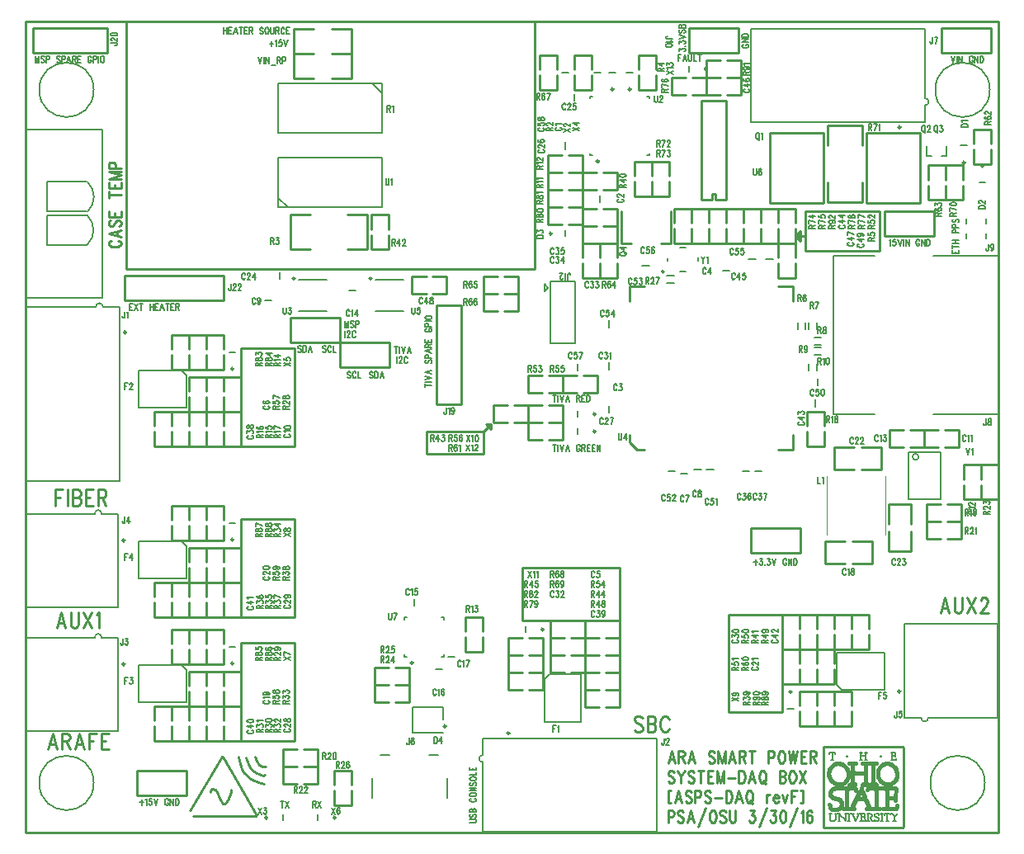
<source format=gto>
*
*
G04 PADS9.1 Build Number: 384028 generated Gerber (RS-274-X) file*
G04 PC Version=2.1*
*
%IN "ASPS_DAQv5p2.pcb"*%
*
%MOIN*%
*
%FSLAX35Y35*%
*
*
*
*
G04 PC Standard Apertures*
*
*
G04 Thermal Relief Aperture macro.*
%AMTER*
1,1,$1,0,0*
1,0,$1-$2,0,0*
21,0,$3,$4,0,0,45*
21,0,$3,$4,0,0,135*
%
*
*
G04 Annular Aperture macro.*
%AMANN*
1,1,$1,0,0*
1,0,$2,0,0*
%
*
*
G04 Odd Aperture macro.*
%AMODD*
1,1,$1,0,0*
1,0,$1-0.005,0,0*
%
*
*
G04 PC Custom Aperture Macros*
*
*
*
*
*
*
G04 PC Aperture Table*
*
%ADD010C,0.001*%
%ADD037C,0.015*%
%ADD053C,0.01*%
%ADD054C,0.008*%
%ADD057C,0.007*%
%ADD061C,0.00787*%
%ADD062C,0.005*%
%ADD063C,0.00787*%
%ADD064C,0.004*%
%ADD065C,0.009*%
*
*
*
*
G04 PC Circuitry*
G04 Layer Name ASPS_DAQv5p2.pcb - circuitry*
%LPD*%
*
*
G04 PC Custom Flashes*
G04 Layer Name ASPS_DAQv5p2.pcb - flashes*
%LPD*%
*
*
G04 PC Circuitry*
G04 Layer Name ASPS_DAQv5p2.pcb - circuitry*
%LPD*%
*
G54D10*
G54D37*
G01X439071Y113760D02*
Y114094D01*
X438960Y114205*
Y114316*
X438849Y114427*
Y114649*
X438738Y114760*
Y114871*
X438738D02*
X438627Y114983D01*
Y115094*
X438516Y115205*
Y115427*
X438405Y115538*
Y115760*
X438294Y115871*
X438294D02*
Y115983D01*
X438182Y116094*
X438182D02*
Y116205D01*
X438182D02*
X438071Y116316D01*
Y116538*
X437660Y116949*
X437627Y117205D02*
Y117916D01*
X451738Y124516D02*
Y125205D01*
X451627Y125316*
Y125427*
X451516Y125538*
Y125649*
X451405Y125760*
Y125871*
X451405D02*
X451294Y125983D01*
X451849Y122205D02*
Y122316D01*
X451960Y122427*
Y124427*
X449627Y119760D02*
X449738D01*
X449849Y119871*
X449849D02*
X449960D01*
X449960D02*
X450216Y120127D01*
X450527Y120216D02*
X451182Y120871D01*
X451182D02*
Y120983D01*
X451182D02*
X451405Y121205D01*
Y121316*
X451516Y121427*
Y121538*
X451627Y121649*
Y121760*
X451738Y121871*
X451738D02*
Y121983D01*
X430133Y119710D02*
X430516Y120094D01*
X430627*
X431182Y120649*
X426960Y119871D02*
X427071D01*
X427071D02*
X427182Y119760D01*
X427182D02*
X427405D01*
X427516Y119649*
X427738*
X427849Y119538*
X428849*
X428960Y119649*
X430027*
X424516Y124649D02*
Y125094D01*
X424627Y125205*
Y125316*
X424738Y125427*
Y125649*
X424849Y125760*
Y125871*
X424849D02*
X425960Y126983D01*
X426182Y109205D02*
X427516D01*
X427627Y109316*
X427849*
X427960Y109427*
X428071*
X425960Y109316D02*
X425849D01*
X425738Y109427*
X425516*
X425294Y109649*
X446405Y109538D02*
X447071D01*
X447182Y109649*
X447182D02*
X448300D01*
X447405Y109760*
X447516*
X447627Y109871*
X447627D02*
X447738D01*
X447738D02*
X447849Y109983D01*
X444960Y109538D02*
X442400D01*
X444294Y109649*
X444182*
X444182D02*
X444071Y109760D01*
X443960*
X443849Y109871*
X443849D02*
X443738D01*
X443738D02*
X443627Y109983D01*
X440849D02*
X440960Y109871D01*
X440960D02*
X441071D01*
X441071D02*
X441182Y109760D01*
X441182D02*
X441294D01*
X441405Y109649*
X441627*
X441738Y109538*
X442738*
X442849Y109649*
X442960*
X443071Y109760*
X443182*
X443182D02*
X443294Y109871D01*
X443294D02*
X443405D01*
X443405D02*
X443516Y109983D01*
X439516Y109538D02*
X441900D01*
X440071Y109649*
X440182*
X440182D02*
X440294Y109760D01*
X440405*
X440627Y109983*
X431000Y109538D02*
X434516D01*
X434405Y109649*
X434182*
X434182D02*
X434071Y109760D01*
X433960*
X433849Y109871*
X431849Y109983D02*
X432071Y109760D01*
X432182*
X432182D02*
X432294Y109649D01*
X432516*
X432627Y109538*
X432960*
X433071Y109649*
X433294*
X433405Y109760*
X433516*
X433627Y109871*
X430294Y109538D02*
X431071D01*
X431182Y109649*
X431182D02*
X431294D01*
X431405Y109760*
X431516*
X431738Y109983*
X428294Y109538D02*
X428405Y109649D01*
X428516*
X429182Y110316*
X447849Y109983D02*
X448071Y109760D01*
X448182*
X448182D02*
X448294Y109649D01*
X451405*
X451516Y109760*
X425294Y109649D02*
X425182D01*
X425182D02*
Y109760D01*
X451516D02*
X451627D01*
Y109871*
X425182Y109760D02*
X425071Y109871D01*
X425071D02*
Y109983D01*
X424960Y110094*
Y110316*
X424849Y110427*
Y111094*
X424738Y111205*
Y111316*
X451627Y109871D02*
X451738Y109983D01*
Y110094*
X451849Y110205*
Y110760*
X451960Y110871*
X451960D02*
Y110983D01*
X447849Y109983D02*
Y114970D01*
X447960Y113871*
X433738Y109983D02*
Y110094D01*
X433849Y110205*
Y110427*
X433960Y110538*
X443516Y110094D02*
Y117538D01*
X440738Y110094D02*
Y110205D01*
X440627Y110316*
Y110427*
X440516Y110538*
Y110649*
X440405Y110760*
Y110983*
X440182Y111205*
X440182D02*
Y111427D01*
X440182D02*
X440071Y111538D01*
Y111649*
X439960Y111760*
Y111983*
X439849Y112094*
Y112205*
X439738Y112316*
Y112538*
X439627Y112649*
Y112760*
X439516Y112871*
X439516D02*
Y112983D01*
X439405Y113094*
Y113205*
X431738Y110094D02*
Y117538D01*
X429294Y110538D02*
X429405Y110649D01*
Y110760*
X429516Y110871*
X429516D02*
Y111316D01*
X429627Y111427*
Y111983*
X429516Y112094*
Y112316*
X429405Y112427*
Y112649*
X428849Y113205*
X428738*
X434071Y110760D02*
Y110871D01*
X434071D02*
X434294Y111094D01*
Y111316*
X434405Y111427*
Y111538*
X434516Y111649*
Y111760*
X434627Y111871*
X434627D02*
Y111983D01*
X434738Y112094*
Y112205*
X434960Y112427*
Y112649*
X435071Y112760*
Y112871*
X435071D02*
X435182Y112983D01*
X435182D02*
Y113094D01*
X435182D02*
X435405Y113316D01*
X451405Y113094D02*
Y113760D01*
X451294Y113871*
X451294D02*
Y113983D01*
X428516Y113316D02*
X428405Y113427D01*
X428294*
X428182Y113538*
X428182D02*
X427849D01*
X427738Y113649*
X427405*
X427294Y113760*
X427071*
X426960Y113871*
X426960D02*
X426627D01*
X426627D02*
X426516Y113983D01*
X426182*
X426182D02*
X426071Y114094D01*
X439294Y113427D02*
X439071Y113649D01*
X435440D02*
X438960D01*
X435627Y113760D02*
Y113983D01*
X435738Y114094*
Y114205*
X435849Y114316*
Y114427*
X435960Y114538*
Y114649*
X436071Y114760*
Y114871*
X436071D02*
X436182Y114983D01*
X436182D02*
Y115094D01*
X436182D02*
X436294Y115205D01*
Y115316*
X436405Y115427*
Y115538*
X436516Y115649*
Y115760*
X436627Y115871*
X436627D02*
Y115983D01*
X436738Y116094*
Y116205*
X436849Y116316*
Y116427*
X436960Y116538*
Y116649*
X437182Y116871*
X448071Y113983D02*
X450960D01*
X451071Y114094*
X451182*
X447960D02*
Y114205D01*
X447849Y114316*
Y117205*
X447377Y117677*
X451294Y114205D02*
X451405Y113600D01*
Y115205*
X425516Y114538D02*
X425294Y114760D01*
Y114871*
X425294D02*
X425071Y115094D01*
Y115427*
X424960Y115538*
Y116094*
X425071Y116205*
Y116316*
X425182Y116538D02*
Y116649D01*
X425182D02*
X425294Y116760D01*
Y116871*
X425294D02*
X426111Y117689D01*
X451627Y116760D02*
Y117205D01*
X451516Y117316*
Y117649*
X451405Y117760*
X451294*
X451182Y117871*
X451182D02*
X448294D01*
X448294D02*
X448182Y117760D01*
X448182D02*
X448071D01*
X447960Y117649*
X447849*
X447738Y117538*
X437182Y116871D02*
Y116983D01*
X437182D02*
X437294D01*
X435405Y116871D02*
Y117316D01*
X435294Y117427*
Y117649*
X435071Y117871*
X435071D02*
X430800D01*
X430800D02*
X432182Y117760D01*
X432182D02*
X432071D01*
X431960Y117649*
X431849*
X437294Y116983D02*
X437405Y117094D01*
X437516*
X440071Y117316D02*
Y117427D01*
X440182Y117538*
X440182D02*
Y117649D01*
X447627Y117538D02*
X447516Y117649D01*
X447405*
X447294Y117760*
X448600Y117871*
X448600D02*
X443960D01*
X443960D02*
X443849Y117760D01*
X443738*
X443627Y117649*
X443405D02*
X443294D01*
X443182Y117760*
X443182D02*
X443071D01*
X444700Y117871*
X444700D02*
X440405D01*
X440405D02*
X440294Y117760D01*
X440182Y117649D02*
Y117760D01*
X440182D02*
X440294D01*
X431627Y117649D02*
X431516Y117760D01*
X431405*
X431294Y117871*
X431294D02*
X426738D01*
X426738D02*
X426627Y117760D01*
X426100*
X443627Y119427D02*
X443294D01*
X443182Y119538*
X443182D02*
X442960D01*
X442849Y119649*
X442738*
X442627Y119760*
X442516*
X442405Y119871*
X443400Y119427D02*
X441182D01*
X440516D02*
X440071D01*
X439960Y119538*
X439738*
X439627Y119649*
X439516*
X439405Y119760*
X439294*
X439182Y119871*
X437960Y119427D02*
X440200D01*
X438405Y119538*
X438516*
X438627Y119649*
X438738*
X438849Y119760*
X438960*
X439071Y119871*
X432800Y119427D02*
X435071D01*
X434960Y119538*
X434738*
X434627Y119649*
X434405*
X434294Y119760*
X434182*
X434182D02*
X434071Y119871D01*
X432849Y119427D02*
X433182D01*
X433182D02*
X433294Y119538D01*
X433516*
X433627Y119649*
X433738*
X433960Y119871*
X447627Y119538D02*
X448849D01*
X448960Y119649*
X449405*
X441627Y119538D02*
X441849D01*
X441960Y119649*
X442071*
X442182Y119760*
X442182D02*
X442294D01*
X442405Y119871*
X447405Y119649D02*
X447294D01*
X447182Y119760*
X447182D02*
X446960D01*
X446738Y119871D02*
X446627D01*
X446627D02*
X446405Y120094D01*
X446294*
X442405Y119871D02*
Y119983D01*
X442294Y120094*
Y127500*
X442405Y127538*
X439182Y119983D02*
Y124810D01*
X433960Y119983D02*
Y123760D01*
X434071Y123871*
X434071D02*
Y123983D01*
X434182Y124094*
X426738Y119983D02*
X426627Y120094D01*
X426516*
X426405Y120205*
X445960Y120316D02*
X445738Y120538D01*
X426182Y120316D02*
X425960Y120538D01*
X445405Y120760D02*
X444960Y121205D01*
Y121316*
X444849Y121427*
X425627Y120760D02*
X425405Y120983D01*
Y121094*
X425182Y121316*
X425182D02*
Y121427D01*
X425182D02*
X424960Y121649D01*
Y121760*
X424849Y121871*
X424849D02*
Y121983D01*
X431405Y120871D02*
X431627Y121094D01*
Y121205*
X431738Y121316*
Y121427*
X431849Y121538*
Y121649*
X431960Y121760*
Y121871*
X431960D02*
X432071Y121983D01*
Y122094*
X444627Y121871D02*
X444516Y121983D01*
Y122094*
X444405Y122205*
Y122316*
X444294Y122427*
Y122649*
X444182Y122760*
X444182D02*
Y124760D01*
X444182D02*
X444294Y124871D01*
X444294D02*
Y125316D01*
X444516Y125538*
Y125760*
X445028Y126272*
X424738Y122205D02*
X424627Y122316D01*
Y122538*
X424516Y122649*
Y122983*
X424405Y123094*
Y124427*
X432182Y122316D02*
Y122983D01*
X432182D02*
X432294Y123094D01*
Y124205*
X432182Y124316*
X432182D02*
Y124649D01*
X438960Y124094D02*
X434738D01*
X434627Y124205*
X434294*
X439071D02*
Y124316D01*
X439182Y124427*
X439182D02*
Y127538D01*
X434182Y124205D02*
X434071Y124316D01*
Y124427*
X433960Y123130*
Y127538*
X432071Y124871D02*
Y125094D01*
X431960Y125205*
Y125316*
X431849Y125427*
Y125538*
X431738Y125649*
Y125760*
X431516Y125983*
Y126094*
X431294Y126316*
Y126427*
X431071Y126649*
X451182Y126205D02*
X450627Y126760D01*
X444917Y126383D02*
X445627Y127094D01*
X430738Y126871D02*
X430405Y127205D01*
X450294Y126983D02*
X450071Y127205D01*
X425960Y127094D02*
X426182Y127316D01*
X426182D02*
X426294D01*
X426516Y127538*
X426627*
X445849Y127205D02*
X446071Y127427D01*
X446182*
X446182D02*
X446294Y127538D01*
X446405*
X446516Y127649*
X446627*
X446738Y127760*
X446960*
X449849Y127316D02*
X449738Y127427D01*
X449627*
X449516Y127538*
X449405*
X449294Y127649*
X449182*
X430182Y127316D02*
X430071Y127427D01*
X429960*
X429849Y127538*
X429738*
X442405D02*
X442627Y127760D01*
X442738*
X442849Y127871*
X442849D02*
X442960D01*
X442960D02*
X441400Y127983D01*
X443627*
X442405Y127538D02*
X442294Y127649D01*
X442182*
X442182D02*
X442071Y127760D01*
X441960*
X441849Y127871*
X441849D02*
X441738D01*
X441738D02*
X441627Y127983D01*
X441071*
X439182Y127538D02*
X439405Y127760D01*
X439516*
X439627Y127871*
X439627D02*
X439738D01*
X439738D02*
X439849Y127983D01*
X440516*
X439182Y127538D02*
X439071Y127649D01*
X438960*
X438738Y127871*
X438738D02*
X438627D01*
X438627D02*
X440100Y127983D01*
X437960*
X433960Y127538D02*
X434071Y127649D01*
X434182*
X434182D02*
X434405Y127871D01*
X434405D02*
X434516D01*
X434516D02*
X434627Y127983D01*
X435182*
X433960Y127538D02*
X433738Y127760D01*
X433627*
X433516Y127871*
X433516D02*
X433405D01*
X433405D02*
X434800Y127983D01*
X432627*
X448960Y127760D02*
X448849D01*
X448738Y127871*
X448738D02*
X448182D01*
X448182D02*
X448071Y127983D01*
X447960Y127871*
X447960D02*
X447182D01*
X429294Y127760D02*
X429071D01*
X428960Y127871*
X428960D02*
X428405D01*
X428405D02*
X428294Y127983D01*
X428182*
X428182D02*
X428071Y127871D01*
X428071D02*
X427405D01*
X427405D02*
X427294Y127760D01*
X427071*
G54D53*
X140100Y168000D02*
G75*
G03X140100I-500J0D01*
G01Y218000D02*
G03X140100I-500J0D01*
G01X453400Y157000D02*
G03X453400I-500J0D01*
G01X180000Y295200D02*
Y301000D01*
X173000*
Y295200*
X180000Y292800D02*
Y287000D01*
X173000*
Y292800*
X180000Y226200D02*
Y232000D01*
X173000*
Y226200*
X180000Y223800D02*
Y218000D01*
X173000*
Y223800*
X412500Y148800D02*
Y143000D01*
X419500*
Y148800*
X412500Y151200D02*
Y157000D01*
X419500*
Y151200*
X300800Y178500D02*
X295000D01*
Y171500*
X300800*
X303200Y178500D02*
X309000D01*
Y171500*
X303200*
X309200Y182000D02*
G03X309200I-450J0D01*
G01X183950Y287250D02*
G03X183950I-450J0D01*
G01Y168250D02*
G03X183950I-450J0D01*
G01Y218250D02*
G03X183950I-450J0D01*
G01X409450Y156750D02*
G03X409450I-450J0D01*
G01X305500Y327500D02*
X140500D01*
Y427500*
X305500*
Y327500*
X140600Y302000D02*
G03X140600I-500J0D01*
G01X180000Y176200D02*
Y182000D01*
X173000*
Y176200*
X180000Y173800D02*
Y168000D01*
X173000*
Y173800*
X312500Y342000D02*
G03X312500I-450J0D01*
G01X453500Y384900D02*
G03X453500I-500J0D01*
G01X332000Y332200D02*
Y338000D01*
X325000*
Y332200*
X332000Y329800D02*
Y324000D01*
X325000*
Y329800*
X295500Y140100D02*
G03X295500I-500J0D01*
G01X360500Y351000D02*
Y338000D01*
X356500*
X340500Y351000D02*
Y338000D01*
X344500*
X383000Y355500D02*
X378625D01*
Y358000*
X377375*
Y355500*
X373000*
Y395500*
X383000*
Y355500*
X353000Y365200D02*
Y371000D01*
X346000*
Y365200*
X353000Y362800D02*
Y357000D01*
X346000*
Y362800*
X360000Y365200D02*
Y371000D01*
X353000*
Y365200*
X360000Y362800D02*
Y357000D01*
X353000*
Y362800*
X316800Y352500D02*
X311000D01*
Y345500*
X316800*
X319200Y352500D02*
X325000D01*
Y345500*
X319200*
X438000Y377500D02*
Y385500D01*
X424000*
Y377500*
X438000Y362500D02*
Y354500D01*
X424000*
Y362500*
X479500Y370600D02*
G03X479500I-500J0D01*
G01X487000Y369400D02*
G03X487000I-500J0D01*
G01X483000Y375800D02*
Y370000D01*
X490000*
Y375800*
X483000Y378200D02*
Y384000D01*
X490000*
Y378200*
X478500Y363700D02*
Y369500D01*
X471500*
Y363700*
X478500Y361300D02*
Y355500D01*
X471500*
Y361300*
X330800Y345000D02*
X325000D01*
Y338000*
X330800*
X333200Y345000D02*
X339000D01*
Y338000*
X333200*
X330800Y352000D02*
X325000D01*
Y345000*
X330800*
X333200Y352000D02*
X339000D01*
Y345000*
X333200*
X454800Y262500D02*
X449000D01*
Y255500*
X454800*
X457200Y262500D02*
X463000D01*
Y255500*
X457200*
X472200Y225500D02*
X478000D01*
Y232500*
X472200*
X469800Y225500D02*
X464000D01*
Y232500*
X469800*
Y225500D02*
X464000D01*
Y218500*
X469800*
X472200Y225500D02*
X478000D01*
Y218500*
X472200*
X486000Y240300D02*
Y234500D01*
X493000*
Y240300*
X486000Y242700D02*
Y248500D01*
X493000*
Y242700*
X486000D02*
Y248500D01*
X479000*
Y242700*
X486000Y240300D02*
Y234500D01*
X479000*
Y240300*
X404000Y329800D02*
Y324000D01*
X411000*
Y329800*
X404000Y332200D02*
Y338000D01*
X411000*
Y332200*
X471500Y363700D02*
Y369500D01*
X464500*
Y363700*
X471500Y361300D02*
Y355500D01*
X464500*
Y361300*
X319200Y352500D02*
X325000D01*
Y359500*
X319200*
X316800Y352500D02*
X311000D01*
Y359500*
X316800*
X380800Y405000D02*
X375000D01*
Y398000*
X380800*
X383200Y405000D02*
X389000D01*
Y398000*
X383200*
X404000Y343800D02*
Y338000D01*
X411000*
Y343800*
X404000Y346200D02*
Y352000D01*
X411000*
Y346200*
X390000D02*
Y352000D01*
X383000*
Y346200*
X390000Y343800D02*
Y338000D01*
X383000*
Y343800*
X397000D02*
Y338000D01*
X404000*
Y343800*
X397000Y346200D02*
Y352000D01*
X404000*
Y346200*
X362000Y343800D02*
Y338000D01*
X369000*
Y343800*
X362000Y346200D02*
Y352000D01*
X369000*
Y346200*
Y343800D02*
Y338000D01*
X376000*
Y343800*
X369000Y346200D02*
Y352000D01*
X376000*
Y346200*
X264300Y317500D02*
X270100D01*
Y324500*
X264300*
X261900Y317500D02*
X256100D01*
Y324500*
X261900*
X468800Y262500D02*
X463000D01*
Y255500*
X468800*
X471200Y262500D02*
X477000D01*
Y255500*
X471200*
X180000Y159200D02*
Y165000D01*
X173000*
Y159200*
X180000Y156800D02*
Y151000D01*
X173000*
Y156800*
X166000Y145200D02*
Y151000D01*
X159000*
Y145200*
X166000Y142800D02*
Y137000D01*
X159000*
Y142800*
X180000Y145200D02*
Y151000D01*
X173000*
Y145200*
X180000Y142800D02*
Y137000D01*
X173000*
Y142800*
Y159200D02*
Y165000D01*
X166000*
Y159200*
X173000Y156800D02*
Y151000D01*
X166000*
Y156800*
X366800Y405000D02*
X361000D01*
Y398000*
X366800*
X369200Y405000D02*
X375000D01*
Y398000*
X369200*
X319200Y359500D02*
X325000D01*
Y366500*
X319200*
X316800Y359500D02*
X311000D01*
Y366500*
X316800*
X321500Y405800D02*
Y400000D01*
X328500*
Y405800*
X321500Y408200D02*
Y414000D01*
X328500*
Y408200*
X347500Y405800D02*
Y400000D01*
X354500*
Y405800*
X347500Y408200D02*
Y414000D01*
X354500*
Y408200*
X332000Y329800D02*
Y324000D01*
X339000*
Y329800*
X332000Y332200D02*
Y338000D01*
X339000*
Y332200*
X187000Y145200D02*
Y151000D01*
X180000*
Y145200*
X187000Y142800D02*
Y137000D01*
X180000*
Y142800*
X152000D02*
Y137000D01*
X159000*
Y142800*
X152000Y145200D02*
Y151000D01*
X159000*
Y145200*
X187000Y159200D02*
Y165000D01*
X180000*
Y159200*
X187000Y156800D02*
Y151000D01*
X180000*
Y156800*
X152000Y192800D02*
Y187000D01*
X159000*
Y192800*
X152000Y195200D02*
Y201000D01*
X159000*
Y195200*
X152000Y261800D02*
Y256000D01*
X159000*
Y261800*
X152000Y264200D02*
Y270000D01*
X159000*
Y264200*
X180000Y209200D02*
Y215000D01*
X173000*
Y209200*
X180000Y206800D02*
Y201000D01*
X173000*
Y206800*
X166000Y195200D02*
Y201000D01*
X159000*
Y195200*
X166000Y192800D02*
Y187000D01*
X159000*
Y192800*
X180000Y195200D02*
Y201000D01*
X173000*
Y195200*
X180000Y192800D02*
Y187000D01*
X173000*
Y192800*
X187000Y195200D02*
Y201000D01*
X180000*
Y195200*
X187000Y192800D02*
Y187000D01*
X180000*
Y192800*
X173000Y209200D02*
Y215000D01*
X166000*
Y209200*
X173000Y206800D02*
Y201000D01*
X166000*
Y206800*
X180000Y278200D02*
Y284000D01*
X173000*
Y278200*
X180000Y275800D02*
Y270000D01*
X173000*
Y275800*
X166000Y264200D02*
Y270000D01*
X159000*
Y264200*
X166000Y261800D02*
Y256000D01*
X159000*
Y261800*
X180000Y264200D02*
Y270000D01*
X173000*
Y264200*
X180000Y261800D02*
Y256000D01*
X173000*
Y261800*
X187000Y264200D02*
Y270000D01*
X180000*
Y264200*
X187000Y261800D02*
Y256000D01*
X180000*
Y261800*
X173000Y278200D02*
Y284000D01*
X166000*
Y278200*
X173000Y275800D02*
Y270000D01*
X166000*
Y275800*
X187000Y209200D02*
Y215000D01*
X180000*
Y209200*
X187000Y206800D02*
Y201000D01*
X180000*
Y206800*
X187000Y278200D02*
Y284000D01*
X180000*
Y278200*
X187000Y275800D02*
Y270000D01*
X180000*
Y275800*
X331800Y178500D02*
X326000D01*
Y171500*
X331800*
X334200Y178500D02*
X340000D01*
Y171500*
X334200*
X317800D02*
X312000D01*
Y164500*
X317800*
X320200Y171500D02*
X326000D01*
Y164500*
X320200*
X331800Y185500D02*
X326000D01*
Y178500*
X331800*
X334200Y185500D02*
X340000D01*
Y178500*
X334200*
Y150500D02*
X340000D01*
Y157500*
X334200*
X331800Y150500D02*
X326000D01*
Y157500*
X331800*
Y164500D02*
X326000D01*
Y157500*
X331800*
X334200Y164500D02*
X340000D01*
Y157500*
X334200*
X390000Y343800D02*
Y338000D01*
X397000*
Y343800*
X390000Y346200D02*
Y352000D01*
X397000*
Y346200*
X412500Y179800D02*
Y174000D01*
X419500*
Y179800*
X412500Y182200D02*
Y188000D01*
X419500*
Y182200*
X426500Y179800D02*
Y174000D01*
X433500*
Y179800*
X426500Y182200D02*
Y188000D01*
X433500*
Y182200*
X412500Y165800D02*
Y160000D01*
X419500*
Y165800*
X412500Y168200D02*
Y174000D01*
X419500*
Y168200*
Y165800D02*
Y160000D01*
X426500*
Y165800*
X419500Y168200D02*
Y174000D01*
X426500*
Y168200*
X440500Y182200D02*
Y188000D01*
X433500*
Y182200*
X440500Y179800D02*
Y174000D01*
X433500*
Y179800*
X405500D02*
Y174000D01*
X412500*
Y179800*
X405500Y182200D02*
Y188000D01*
X412500*
Y182200*
Y168200D02*
Y174000D01*
X405500*
Y168200*
X412500Y165800D02*
Y160000D01*
X405500*
Y165800*
X400673Y354220D02*
X422327D01*
Y382764*
X400673*
Y354220*
X461327Y382780D02*
X439673D01*
Y354236*
X461327*
Y382780*
X319200Y366500D02*
X325000D01*
Y373500*
X319200*
X316800Y366500D02*
X311000D01*
Y373500*
X316800*
X333200Y359500D02*
X339000D01*
Y366500*
X333200*
X330800Y359500D02*
X325000D01*
Y366500*
X330800*
X239500Y341300D02*
Y335500D01*
X246500*
Y341300*
X239500Y343700D02*
Y349500D01*
X246500*
Y343700*
X230000Y335500D02*
X238000D01*
Y349500*
X230000*
X215000Y335500D02*
X207000D01*
Y349500*
X215000*
X331600Y371100D02*
G03X331600I-500J0D01*
G01X344000Y260500D02*
Y257500D01*
X347000Y254500*
X350000*
X344000Y314500D02*
Y320500D01*
X350000*
X410000Y314500D02*
Y320500D01*
X404000*
Y254500D02*
X410000D01*
Y260500*
X337450Y400250D02*
G03X337450I-450J0D01*
G01X344450D02*
G03X344450I-450J0D01*
G01X208750Y323750D02*
G03X208750I-450J0D01*
G01X239750D02*
G03X239750I-450J0D01*
G01X256500Y168500D02*
G03X256500I-500J0D01*
G01X269900Y142900D02*
G03X269900I-500J0D01*
G01X284500Y181200D02*
Y187000D01*
X277500*
Y181200*
X284500Y178800D02*
Y173000D01*
X277500*
Y178800*
X422500Y264200D02*
Y270000D01*
X415500*
Y264200*
X422500Y261800D02*
Y256000D01*
X415500*
Y261800*
X209800Y133500D02*
X204000D01*
Y126500*
X209800*
X212200Y133500D02*
X218000D01*
Y126500*
X212200*
X209800D02*
X204000D01*
Y119500*
X209800*
X212200Y126500D02*
X218000D01*
Y119500*
X212200*
X246800Y159500D02*
X241000D01*
Y152500*
X246800*
X249200Y159500D02*
X255000D01*
Y152500*
X249200*
Y159500D02*
X255000D01*
Y166500*
X249200*
X246800Y159500D02*
X241000D01*
Y166500*
X246800*
X224500Y116800D02*
Y111000D01*
X231500*
Y116800*
X224500Y119200D02*
Y125000D01*
X231500*
Y119200*
X197700Y106000D02*
G03X197700I-450J0D01*
G01X225200D02*
G03X225200I-450J0D01*
G01X297200Y265500D02*
X303000D01*
Y272500*
X297200*
X294800Y265500D02*
X289000D01*
Y272500*
X294800*
X308800Y284500D02*
X303000D01*
Y277500*
X308800*
X311200Y284500D02*
X317000D01*
Y277500*
X311200*
X325200D02*
X331000D01*
Y284500*
X325200*
X322800Y277500D02*
X317000D01*
Y284500*
X322800*
X308800Y272500D02*
X303000D01*
Y265500*
X308800*
X311200Y272500D02*
X317000D01*
Y265500*
X311200*
X308800D02*
X303000D01*
Y258500*
X308800*
X311200Y265500D02*
X317000D01*
Y258500*
X311200*
X330200Y269000D02*
G03X330200I-450J0D01*
G01Y262000D02*
G03X330200I-450J0D01*
G01X290800Y324500D02*
X285000D01*
Y317500*
X290800*
X293200Y324500D02*
X299000D01*
Y317500*
X293200*
X290800D02*
X285000D01*
Y310500*
X290800*
X293200Y317500D02*
X299000D01*
Y310500*
X293200*
X247000Y288000D02*
X227000D01*
Y298000*
X247000*
Y288000*
X368000Y425000D02*
X388000D01*
Y415000*
X368000*
Y425000*
X470000D02*
X490000D01*
Y415000*
X470000*
Y425000*
X447000Y351000D02*
X467000D01*
Y341000*
X447000*
Y351000*
X145000Y125000D02*
X165000D01*
Y115000*
X145000*
Y125000*
X393000Y223000D02*
X413000D01*
Y213000*
X393000*
Y223000*
X276000Y313000D02*
Y273000D01*
X266000*
Y313000*
X276000*
X133000Y415000D02*
X103000D01*
Y425000*
X133000*
Y415000*
X140000Y325000D02*
X180000D01*
Y315000*
X140000*
Y325000*
X307500Y405800D02*
Y400000D01*
X314500*
Y405800*
X307500Y408200D02*
Y414000D01*
X314500*
Y408200*
X227000Y298000D02*
X207000D01*
Y308000*
X227000*
Y298000*
X331800Y171500D02*
X326000D01*
Y164500*
X331800*
X334200Y171500D02*
X340000D01*
Y164500*
X334200*
X320200Y178500D02*
X326000D01*
Y185500*
X320200*
X317800Y178500D02*
X312000D01*
Y185500*
X317800*
Y178500D02*
X312000D01*
Y171500*
X317800*
X320200Y178500D02*
X326000D01*
Y171500*
X320200*
X216250Y414500D02*
X208200D01*
Y404500*
X216250*
X223750Y414500D02*
X231800D01*
Y404500*
X223750*
X216250Y424500D02*
X208200D01*
Y414500*
X216250*
X223750Y424500D02*
X231800D01*
Y414500*
X223750*
X300800Y164500D02*
X295000D01*
Y157500*
X300800*
X303200Y164500D02*
X309000D01*
Y157500*
X303200*
X300800Y171500D02*
X295000D01*
Y164500*
X300800*
X303200Y171500D02*
X309000D01*
Y164500*
X303200*
X173000Y264200D02*
Y270000D01*
X166000*
Y264200*
X173000Y261800D02*
Y256000D01*
X166000*
Y261800*
Y295200D02*
Y301000D01*
X159000*
Y295200*
X166000Y292800D02*
Y287000D01*
X159000*
Y292800*
X173000Y295200D02*
Y301000D01*
X166000*
Y295200*
X173000Y292800D02*
Y287000D01*
X166000*
Y292800*
X173000Y145200D02*
Y151000D01*
X166000*
Y145200*
X173000Y142800D02*
Y137000D01*
X166000*
Y142800*
Y176200D02*
Y182000D01*
X159000*
Y176200*
X166000Y173800D02*
Y168000D01*
X159000*
Y173800*
X173000Y176200D02*
Y182000D01*
X166000*
Y176200*
X173000Y173800D02*
Y168000D01*
X166000*
Y173800*
X173000Y195200D02*
Y201000D01*
X166000*
Y195200*
X173000Y192800D02*
Y187000D01*
X166000*
Y192800*
Y226200D02*
Y232000D01*
X159000*
Y226200*
X166000Y223800D02*
Y218000D01*
X159000*
Y223800*
X173000Y226200D02*
Y232000D01*
X166000*
Y226200*
X173000Y223800D02*
Y218000D01*
X166000*
Y223800*
X419500Y179800D02*
Y174000D01*
X426500*
Y179800*
X419500Y182200D02*
Y188000D01*
X426500*
Y182200*
Y148800D02*
Y143000D01*
X433500*
Y148800*
X426500Y151200D02*
Y157000D01*
X433500*
Y151200*
X419500Y148800D02*
Y143000D01*
X426500*
Y148800*
X419500Y151200D02*
Y157000D01*
X426500*
Y151200*
X383200Y405000D02*
X389000D01*
Y412000*
X383200*
X380800Y405000D02*
X375000D01*
Y412000*
X380800*
X375200Y408500D02*
G03X375200I-450J0D01*
G01X376000Y343800D02*
Y338000D01*
X383000*
Y343800*
X376000Y346200D02*
Y352000D01*
X383000*
Y346200*
X434500Y255500D02*
X426500D01*
Y246500*
X434500*
X437500Y255500D02*
X445500D01*
Y246500*
X437500*
X434000Y208500D02*
X442000D01*
Y217500*
X434000*
X431000Y208500D02*
X423000D01*
Y217500*
X431000*
X448500Y221500D02*
Y213500D01*
X457500*
Y221500*
X448500Y224500D02*
Y232500D01*
X457500*
Y224500*
X112000Y238563D02*
Y232000D01*
Y238563D02*
X114955D01*
X112000Y235438D02*
X113818D01*
X117000Y238563D02*
Y232000D01*
X119045Y238563D02*
Y232000D01*
Y238563D02*
X121091D01*
X121091D02*
X121773Y238250D01*
X122000Y237938*
X122000D02*
X122227Y237313D01*
X122227D02*
Y236688D01*
X122227D02*
X122000Y236063D01*
X122000D02*
X121773Y235750D01*
X121091Y235438*
X119045D02*
X121091D01*
X121091D02*
X121773Y235125D01*
X122000Y234813*
X122000D02*
X122227Y234188D01*
X122227D02*
Y233250D01*
X122000Y232625*
X121773Y232313*
X121773D02*
X121091Y232000D01*
X119045*
X124273Y238563D02*
Y232000D01*
Y238563D02*
X127227D01*
X124273Y235438D02*
X126091D01*
X124273Y232000D02*
X127227D01*
X129273Y238563D02*
Y232000D01*
Y238563D02*
X131318D01*
X131318D02*
X132000Y238250D01*
X132227Y237938*
X132227D02*
X132455Y237313D01*
X132455D02*
Y236688D01*
X132455D02*
X132227Y236063D01*
X132227D02*
X132000Y235750D01*
X131318Y235438*
X131318D02*
X129273D01*
X130864D02*
X132455Y232000D01*
X114318Y189063D02*
X112500Y182500D01*
X114318Y189063D02*
X116136Y182500D01*
X113182Y184688D02*
X115455D01*
X118182Y189063D02*
Y184375D01*
X118409Y183438*
X118409D02*
X118864Y182813D01*
X118864D02*
X119545Y182500D01*
X120000*
X120682Y182813*
X120682D02*
X121136Y183438D01*
X121136D02*
X121364Y184375D01*
Y189063*
X123409D02*
X126591Y182500D01*
Y189063D02*
X123409Y182500D01*
X128636Y187813D02*
X129091Y188125D01*
X129773Y189063*
X129773D02*
Y182500D01*
X110818Y140063D02*
X109000Y133500D01*
X110818Y140063D02*
X112636Y133500D01*
X109682Y135688D02*
X111955D01*
X114682Y140063D02*
Y133500D01*
Y140063D02*
X116727D01*
X116727D02*
X117409Y139750D01*
X117636Y139438*
X117636D02*
X117864Y138813D01*
X117864D02*
Y138188D01*
X117864D02*
X117636Y137563D01*
X117636D02*
X117409Y137250D01*
X116727Y136938*
X116727D02*
X114682D01*
X116273D02*
X117864Y133500D01*
X121727Y140063D02*
X119909Y133500D01*
X121727Y140063D02*
X123545Y133500D01*
X120591Y135688D02*
X122864D01*
X125591Y140063D02*
Y133500D01*
Y140063D02*
X128545D01*
X125591Y136938D02*
X127409D01*
X130591Y140063D02*
Y133500D01*
Y140063D02*
X133545D01*
X130591Y136938D02*
X132409D01*
X130591Y133500D02*
X133545D01*
X349182Y146125D02*
X348727Y146750D01*
X348045Y147063*
X348045D02*
X347136D01*
X347136D02*
X346455Y146750D01*
X346000Y146125*
Y145500*
X346227Y144875*
X346455Y144563*
X346455D02*
X346909Y144250D01*
X348273Y143625*
X348727Y143313*
X348727D02*
X348955Y143000D01*
X349182Y142375*
Y141438*
X349182D02*
X348727Y140813D01*
X348727D02*
X348045Y140500D01*
X347136*
X346455Y140813*
X346455D02*
X346000Y141438D01*
X351227Y147063D02*
Y140500D01*
Y147063D02*
X353273D01*
X353273D02*
X353955Y146750D01*
X354182Y146438*
X354182D02*
X354409Y145813D01*
X354409D02*
Y145188D01*
X354409D02*
X354182Y144563D01*
X354182D02*
X353955Y144250D01*
X353273Y143938*
X351227D02*
X353273D01*
X353273D02*
X353955Y143625D01*
X354182Y143313*
X354182D02*
X354409Y142688D01*
X354409D02*
Y141750D01*
X354182Y141125*
X353955Y140813*
X353955D02*
X353273Y140500D01*
X351227*
X359864Y145500D02*
X359636Y146125D01*
X359182Y146750*
X358727Y147063*
X358727D02*
X357818D01*
X357818D02*
X357364Y146750D01*
X356909Y146125*
X356682Y145500*
X356455Y144563*
X356455D02*
Y143000D01*
X356682Y142063*
X356682D02*
X356909Y141438D01*
X356909D02*
X357364Y140813D01*
X357364D02*
X357818Y140500D01*
X358727*
X359182Y140813*
X359182D02*
X359636Y141438D01*
X359636D02*
X359864Y142063D01*
X471318Y195063D02*
X469500Y188500D01*
X471318Y195063D02*
X473136Y188500D01*
X470182Y190688D02*
X472455D01*
X475182Y195063D02*
Y190375D01*
X475409Y189438*
X475409D02*
X475864Y188813D01*
X475864D02*
X476545Y188500D01*
X477000*
X477682Y188813*
X477682D02*
X478136Y189438D01*
X478136D02*
X478364Y190375D01*
Y195063*
X480409D02*
X483591Y188500D01*
Y195063D02*
X480409Y188500D01*
X485864Y193500D02*
Y193813D01*
X485864D02*
X486091Y194438D01*
X486091D02*
X486318Y194750D01*
X486773Y195063*
X486773D02*
X487682D01*
X487682D02*
X488136Y194750D01*
X488364Y194438*
X488364D02*
X488591Y193813D01*
X488591D02*
Y193188D01*
X488591D02*
X488364Y192563D01*
X488364D02*
X487909Y191625D01*
X485636Y188500*
X488818*
X360864Y132922D02*
X359500Y128000D01*
X360864Y132922D02*
X362227Y128000D01*
X360011Y129641D02*
X361716D01*
X363761Y132922D02*
Y128000D01*
Y132922D02*
X365295D01*
X365807Y132688*
X365807D02*
X365977Y132453D01*
X366148Y131984*
Y131516*
X365977Y131047*
X365807Y130813*
X365807D02*
X365295Y130578D01*
X363761*
X364955D02*
X366148Y128000D01*
X369045Y132922D02*
X367682Y128000D01*
X369045Y132922D02*
X370409Y128000D01*
X368193Y129641D02*
X369898D01*
X378250Y132219D02*
X377909Y132688D01*
X377909D02*
X377398Y132922D01*
X376716*
X376205Y132688*
X376205D02*
X375864Y132219D01*
Y131750*
X376034Y131281*
X376205Y131047*
X376545Y130813*
X376545D02*
X377568Y130344D01*
X377909Y130109*
X378080Y129875*
X378250Y129406*
Y128703*
X377909Y128234*
X377398Y128000*
X376716*
X376205Y128234*
X375864Y128703*
X379784Y132922D02*
Y128000D01*
Y132922D02*
X381148Y128000D01*
X382511Y132922D02*
X381148Y128000D01*
X382511Y132922D02*
Y128000D01*
X385409Y132922D02*
X384045Y128000D01*
X385409Y132922D02*
X386773Y128000D01*
X384557Y129641D02*
X386261D01*
X388307Y132922D02*
Y128000D01*
Y132922D02*
X389841D01*
X390352Y132688*
X390352D02*
X390523Y132453D01*
X390693Y131984*
Y131516*
X390523Y131047*
X390352Y130813*
X390352D02*
X389841Y130578D01*
X388307*
X389500D02*
X390693Y128000D01*
X393420Y132922D02*
Y128000D01*
X392227Y132922D02*
X394614D01*
X400068D02*
Y128000D01*
Y132922D02*
X401602D01*
X402114Y132688*
X402114D02*
X402284Y132453D01*
X402455Y131984*
Y131281*
X402284Y130813*
X402284D02*
X402114Y130578D01*
X401602Y130344*
X400068*
X405011Y132922D02*
X404670Y132688D01*
X404670D02*
X404330Y132219D01*
X404159Y131750*
X403989Y131047*
Y129875*
X404159Y129172*
X404330Y128703*
X404670Y128234*
X405011Y128000*
X405693*
X406034Y128234*
X406375Y128703*
X406545Y129172*
X406716Y129875*
Y131047*
X406545Y131750*
X406375Y132219*
X406034Y132688*
X406034D02*
X405693Y132922D01*
X405011*
X408250D02*
X409102Y128000D01*
X409955Y132922D02*
X409102Y128000D01*
X409955Y132922D02*
X410807Y128000D01*
X411659Y132922D02*
X410807Y128000D01*
X413193Y132922D02*
Y128000D01*
Y132922D02*
X415409D01*
X413193Y130578D02*
X414557D01*
X413193Y128000D02*
X415409D01*
X416943Y132922D02*
Y128000D01*
Y132922D02*
X418477D01*
X418989Y132688*
X418989D02*
X419159Y132453D01*
X419330Y131984*
Y131516*
X419159Y131047*
X418989Y130813*
X418989D02*
X418477Y130578D01*
X416943*
X418136D02*
X419330Y128000D01*
X361886Y124219D02*
X361545Y124688D01*
X361545D02*
X361034Y124922D01*
X360352*
X359841Y124688*
X359841D02*
X359500Y124219D01*
Y123750*
X359670Y123281*
X359841Y123047*
X360182Y122813*
X360182D02*
X361205Y122344D01*
X361545Y122109*
X361716Y121875*
X361886Y121406*
Y120703*
X361545Y120234*
X361034Y120000*
X360352*
X359841Y120234*
X359500Y120703*
X363420Y124922D02*
X364784Y122578D01*
Y120000*
X366148Y124922D02*
X364784Y122578D01*
X370068Y124219D02*
X369727Y124688D01*
X369727D02*
X369216Y124922D01*
X368534*
X368023Y124688*
X368023D02*
X367682Y124219D01*
Y123750*
X367852Y123281*
X368023Y123047*
X368364Y122813*
X368364D02*
X369386Y122344D01*
X369727Y122109*
X369898Y121875*
X370068Y121406*
Y120703*
X369727Y120234*
X369216Y120000*
X368534*
X368023Y120234*
X367682Y120703*
X372795Y124922D02*
Y120000D01*
X371602Y124922D02*
X373989D01*
X375523D02*
Y120000D01*
Y124922D02*
X377739D01*
X375523Y122578D02*
X376886D01*
X375523Y120000D02*
X377739D01*
X379273Y124922D02*
Y120000D01*
Y124922D02*
X380636Y120000D01*
X382000Y124922D02*
X380636Y120000D01*
X382000Y124922D02*
Y120000D01*
X383534Y122109D02*
X386602D01*
X388136Y124922D02*
Y120000D01*
Y124922D02*
X389330D01*
X389841Y124688*
X389841D02*
X390182Y124219D01*
X390352Y123750*
X390523Y123047*
Y121875*
X390352Y121172*
X390182Y120703*
X389841Y120234*
X389330Y120000*
X388136*
X393420Y124922D02*
X392057Y120000D01*
X393420Y124922D02*
X394784Y120000D01*
X392568Y121641D02*
X394273D01*
X397341Y124922D02*
X397000Y124688D01*
X397000D02*
X396659Y124219D01*
X396489Y123750*
X396318Y123047*
Y121875*
X396489Y121172*
X396659Y120703*
X397000Y120234*
X397341Y120000*
X398023*
X398364Y120234*
X398705Y120703*
X398875Y121172*
X399045Y121875*
Y123047*
X398875Y123750*
X398705Y124219*
X398364Y124688*
X398364D02*
X398023Y124922D01*
X397341*
X397852Y120938D02*
X398875Y119531D01*
X404500Y124922D02*
Y120000D01*
Y124922D02*
X406034D01*
X406545Y124688*
X406545D02*
X406716Y124453D01*
X406886Y123984*
Y123516*
X406716Y123047*
X406545Y122813*
X406545D02*
X406034Y122578D01*
X404500D02*
X406034D01*
X406545Y122344*
X406716Y122109*
X406886Y121641*
Y120938*
X406886D02*
X406716Y120469D01*
X406545Y120234*
X406034Y120000*
X404500*
X409443Y124922D02*
X409102Y124688D01*
X409102D02*
X408761Y124219D01*
X408591Y123750*
X408420Y123047*
Y121875*
X408591Y121172*
X408761Y120703*
X409102Y120234*
X409443Y120000*
X410125*
X410466Y120234*
X410807Y120703*
X410977Y121172*
X411148Y121875*
Y123047*
X410977Y123750*
X410807Y124219*
X410466Y124688*
X410466D02*
X410125Y124922D01*
X409443*
X412682D02*
X415068Y120000D01*
Y124922D02*
X412682Y120000D01*
X359500Y108922D02*
Y104000D01*
Y108922D02*
X361034D01*
X361545Y108688*
X361545D02*
X361716Y108453D01*
X361886Y107984*
Y107281*
X361716Y106813*
X361716D02*
X361545Y106578D01*
X361034Y106344*
X359500*
X365807Y108219D02*
X365466Y108688D01*
X365466D02*
X364955Y108922D01*
X364273*
X363761Y108688*
X363761D02*
X363420Y108219D01*
Y107750*
X363591Y107281*
X363761Y107047*
X364102Y106813*
X364102D02*
X365125Y106344D01*
X365466Y106109*
X365636Y105875*
X365807Y105406*
Y104703*
X365466Y104234*
X364955Y104000*
X364273*
X363761Y104234*
X363420Y104703*
X368705Y108922D02*
X367341Y104000D01*
X368705Y108922D02*
X370068Y104000D01*
X367852Y105641D02*
X369557D01*
X374670Y109859D02*
X371602Y102359D01*
X377227Y108922D02*
X376886Y108688D01*
X376886D02*
X376545Y108219D01*
X376375Y107750*
X376205Y107047*
Y105875*
X376375Y105172*
X376545Y104703*
X376886Y104234*
X377227Y104000*
X377909*
X378250Y104234*
X378591Y104703*
X378761Y105172*
X378932Y105875*
Y107047*
X378761Y107750*
X378591Y108219*
X378250Y108688*
X378250D02*
X377909Y108922D01*
X377227*
X382852Y108219D02*
X382511Y108688D01*
X382511D02*
X382000Y108922D01*
X381318*
X380807Y108688*
X380807D02*
X380466Y108219D01*
Y107750*
X380636Y107281*
X380807Y107047*
X381148Y106813*
X381148D02*
X382170Y106344D01*
X382511Y106109*
X382682Y105875*
X382852Y105406*
Y104703*
X382511Y104234*
X382000Y104000*
X381318*
X380807Y104234*
X380466Y104703*
X384386Y108922D02*
Y105406D01*
X384557Y104703*
X384898Y104234*
X385409Y104000*
X385750*
X386261Y104234*
X386602Y104703*
X386773Y105406*
Y108922*
X392568D02*
X394443D01*
X393420Y107047*
X393932*
X394273Y106813*
X394273D02*
X394443Y106578D01*
X394614Y105875*
Y105406*
X394443Y104703*
X394102Y104234*
X393591Y104000*
X393080*
X392568Y104234*
X392398Y104469*
X392227Y104938*
X399216Y109859D02*
X396148Y102359D01*
X401091Y108922D02*
X402966D01*
X401943Y107047*
X402455*
X402795Y106813*
X402795D02*
X402966Y106578D01*
X403136Y105875*
Y105406*
X402966Y104703*
X402625Y104234*
X402114Y104000*
X401602*
X401091Y104234*
X400920Y104469*
X400750Y104938*
X405693Y108922D02*
X405182Y108688D01*
X405182D02*
X404841Y107984D01*
X404670Y106813*
X404670D02*
Y106109D01*
X404841Y104938*
X404841D02*
X405182Y104234D01*
X405693Y104000*
X406034*
X406545Y104234*
X406886Y104938*
X406886D02*
X407057Y106109D01*
Y106813*
X407057D02*
X406886Y107984D01*
X406545Y108688*
X406545D02*
X406034Y108922D01*
X405693*
X411659Y109859D02*
X408591Y102359D01*
X413193Y107984D02*
X413534Y108219D01*
X414045Y108922*
Y104000*
X417625Y108219D02*
X417455Y108688D01*
X417455D02*
X416943Y108922D01*
X416602*
X416091Y108688*
X416091D02*
X415750Y107984D01*
X415580Y106813*
X415580D02*
Y105641D01*
X415750Y104703*
X416091Y104234*
X416602Y104000*
X416773*
X417284Y104234*
X417625Y104703*
X417795Y105406*
Y105641*
X417625Y106344*
X417284Y106813*
X417284D02*
X416773Y107047D01*
X416602*
X416091Y106813*
X416091D02*
X415750Y106344D01*
X415580Y105641*
X360523Y116922D02*
X359500D01*
Y112000*
X360523*
X363591Y116922D02*
X362227Y112000D01*
X363591Y116922D02*
X364955Y112000D01*
X362739Y113641D02*
X364443D01*
X368875Y116219D02*
X368534Y116688D01*
X368534D02*
X368023Y116922D01*
X367341*
X366830Y116688*
X366830D02*
X366489Y116219D01*
Y115750*
X366659Y115281*
X366830Y115047*
X367170Y114813*
X367170D02*
X368193Y114344D01*
X368534Y114109*
X368705Y113875*
X368875Y113406*
Y112703*
X368534Y112234*
X368023Y112000*
X367341*
X366830Y112234*
X366489Y112703*
X370409Y116922D02*
Y112000D01*
Y116922D02*
X371943D01*
X372455Y116688*
X372455D02*
X372625Y116453D01*
X372795Y115984*
Y115281*
X372625Y114813*
X372625D02*
X372455Y114578D01*
X371943Y114344*
X370409*
X376716Y116219D02*
X376375Y116688D01*
X376375D02*
X375864Y116922D01*
X375182*
X374670Y116688*
X374670D02*
X374330Y116219D01*
Y115750*
X374500Y115281*
X374670Y115047*
X375011Y114813*
X375011D02*
X376034Y114344D01*
X376375Y114109*
X376545Y113875*
X376716Y113406*
Y112703*
X376375Y112234*
X375864Y112000*
X375182*
X374670Y112234*
X374330Y112703*
X378250Y114109D02*
X381318D01*
X382852Y116922D02*
Y112000D01*
Y116922D02*
X384045D01*
X384557Y116688*
X384557D02*
X384898Y116219D01*
X385068Y115750*
X385239Y115047*
Y113875*
X385068Y113172*
X384898Y112703*
X384557Y112234*
X384045Y112000*
X382852*
X388136Y116922D02*
X386773Y112000D01*
X388136Y116922D02*
X389500Y112000D01*
X387284Y113641D02*
X388989D01*
X392057Y116922D02*
X391716Y116688D01*
X391716D02*
X391375Y116219D01*
X391205Y115750*
X391034Y115047*
Y113875*
X391205Y113172*
X391375Y112703*
X391716Y112234*
X392057Y112000*
X392739*
X393080Y112234*
X393420Y112703*
X393591Y113172*
X393761Y113875*
Y115047*
X393591Y115750*
X393420Y116219*
X393080Y116688*
X393080D02*
X392739Y116922D01*
X392057*
X392568Y112938D02*
X393591Y111531D01*
X399216Y115281D02*
Y112000D01*
Y113875D02*
X399386Y114578D01*
X399727Y115047*
X400068Y115281*
X400580*
X402114Y113875D02*
X404159D01*
Y114344*
X403989Y114813*
X403989D02*
X403818Y115047D01*
X403477Y115281*
X402966*
X402625Y115047*
X402284Y114578*
X402114Y113875*
Y113406*
X402284Y112703*
X402625Y112234*
X402966Y112000*
X403477*
X403818Y112234*
X404159Y112703*
X405693Y115281D02*
X406716Y112000D01*
X407739Y115281D02*
X406716Y112000D01*
X409273Y116922D02*
Y112000D01*
Y116922D02*
X411489D01*
X409273Y114578D02*
X410636D01*
X413023Y112000D02*
X414045D01*
Y116922*
X413023*
X134750Y339057D02*
X134281Y338886D01*
X133812Y338545*
X133812D02*
X133578Y338205D01*
Y337523*
X133812Y337182*
X133812D02*
X134281Y336841D01*
X134750Y336670*
X135453Y336500*
X136625*
X137328Y336670*
X137797Y336841*
X138266Y337182*
X138500Y337523*
Y338205*
X138266Y338545*
X137797Y338886*
X137328Y339057*
X133578Y341955D02*
X138500Y340591D01*
X133578Y341955D02*
X138500Y343318D01*
X136859Y341102D02*
Y342807D01*
X134281Y347239D02*
X133812Y346898D01*
X133812D02*
X133578Y346386D01*
Y345705*
X133812Y345193*
X133812D02*
X134281Y344852D01*
X134750*
X135219Y345023*
X135453Y345193*
X135687Y345534*
X135687D02*
X136156Y346557D01*
X136391Y346898*
X136625Y347068*
X137094Y347239*
X137797*
X138266Y346898*
X138500Y346386*
Y345705*
X138266Y345193*
X137797Y344852*
X133578Y348773D02*
X138500D01*
X133578D02*
Y350989D01*
X135922Y348773D02*
Y350136D01*
X138500Y348773D02*
Y350989D01*
X133578Y357636D02*
X138500D01*
X133578Y356443D02*
Y358830D01*
Y360364D02*
X138500D01*
X133578D02*
Y362580D01*
X135922Y360364D02*
Y361727D01*
X138500Y360364D02*
Y362580D01*
X133578Y364114D02*
X138500D01*
X133578D02*
X138500Y365477D01*
X133578Y366841D02*
X138500Y365477D01*
X133578Y366841D02*
X138500D01*
X133578Y368375D02*
X138500D01*
X133578D02*
Y369909D01*
X133812Y370420*
X133812D02*
X134047Y370591D01*
X134516Y370761*
X135219*
X135687Y370591*
X135687D02*
X135922Y370420D01*
X136156Y369909*
Y368375*
X100000Y100000D02*
X493000D01*
Y427500*
X100000*
Y100000*
X167500Y106500D02*
X193021Y106760D01*
X193281Y107021*
X182031Y126526*
X181362Y127634*
X180260Y129677*
X179479Y130458*
X179219*
X166667Y109130*
X166458Y108844*
X180000Y111708D02*
X180521D01*
X181102Y112449*
X181102D02*
X181502Y113050D01*
X181502D02*
X182995Y116396D01*
X183125Y117177*
X180000Y111708D02*
X179740D01*
X178750Y113297*
X177135Y116917*
X176615Y117437*
X176615D02*
X175312Y117698D01*
X175312D02*
X174531Y116917D01*
Y116135*
X196406Y119781D02*
X193825Y120134D01*
X191498Y121143*
X190897Y121544*
X188073Y124208*
X187612Y125030*
X187240Y125745*
X186158Y128873*
X185990Y130458*
X189115Y130198D02*
X189467Y129179D01*
X190365Y126786*
X190937Y125771*
X190937D02*
X192193Y124667D01*
X193255Y123896*
X196146Y122906*
X196667Y123167*
X196927Y126552D02*
X195643Y126658D01*
X194323Y127333*
X193229Y128870*
X192760Y130458*
X262000Y262000D02*
X285000D01*
Y253000*
X262000*
Y262000*
X285000D02*
X288000Y265000D01*
X286000*
X288000Y263000*
Y265000*
X187000Y295500D02*
X208500D01*
Y256000*
X187000*
Y295500*
Y226500D02*
X208500D01*
Y187000*
X187000*
Y226500*
Y176500D02*
X208500D01*
Y137000*
X187000*
Y176500*
X300500Y185500D02*
Y207000D01*
X340000*
Y185500*
X300500*
X405500Y148500D02*
X384000D01*
Y188000*
X405500*
Y148500*
X415000Y351000D02*
X445000D01*
Y335000*
X415000*
Y351000*
Y341000D02*
X411000D01*
X413000Y343000*
Y339000*
X411000Y341000*
G54D54*
X99900Y140800D02*
X137400D01*
Y178700*
X130700*
X130700*
G03X127900I-1400J127*
G01X127900*
X99900*
Y140800*
Y190800D02*
X137400D01*
Y228700*
X130700*
X130700*
G03X127900I-1400J127*
G01X127900*
X99900*
Y190800*
X492600Y184200D02*
X455100D01*
Y146300*
X461800*
X461800*
G03X464600I1400J-127*
G01X464600*
X492600*
Y184200*
X240100Y402500D02*
X244000Y398600D01*
Y402500D02*
X202000D01*
Y382500*
X244000*
Y402500*
X302000Y180800D02*
Y183200D01*
X182300Y294000D02*
X184700D01*
X182300Y175000D02*
X184700D01*
X182300Y225000D02*
X184700D01*
X410200Y150000D02*
X407800D01*
X205900Y352500D02*
X202000Y356400D01*
Y352500D02*
X244000D01*
Y372500*
X202000*
Y352500*
X100400Y242100D02*
X137900D01*
Y312300*
X131200*
X131200*
G03X128400I-1400J127*
G01X128400*
X100400*
Y242100*
X318000Y343200D02*
Y340800D01*
X393100Y424600D02*
Y387100D01*
X463300*
Y393800*
X463300*
G03Y396600I127J1400*
G01X463300*
Y424600*
X393100*
X354900Y100400D02*
Y137900D01*
X284700*
Y131200*
X284700*
G03Y128400I-127J-1400*
G01X284700*
Y100400*
X354900*
X472000Y377400D02*
Y373400D01*
X470000*
X466000D02*
X464000D01*
Y377400*
X477800Y377500D02*
X480200D01*
X487700Y362500D02*
X485300D01*
X328100Y374400D02*
Y373600D01*
X328900*
X351100D02*
X351900D01*
Y374400*
Y396600D02*
Y397400D01*
X351100*
X328900D02*
X328100D01*
Y396600*
X335800Y407000D02*
X338200D01*
X342800D02*
X345200D01*
X332000Y357400D02*
Y354600D01*
X329600Y407000D02*
X332400D01*
X210200Y323300D02*
X221800D01*
X210200Y310700D02*
X221800D01*
X241200Y323300D02*
X252800D01*
X241200Y310700D02*
X252800D01*
X367400Y245000D02*
X364600D01*
X372900Y246500D02*
X370100D01*
X253100Y171900D02*
Y171100D01*
X253900*
X268100D02*
X268900D01*
Y171900*
Y186100D02*
Y186900D01*
X268100*
X253900D02*
X253100D01*
Y186100*
X268800Y140300D02*
X256200D01*
Y150700*
X268800*
Y145500*
X204000Y107200D02*
Y104800D01*
X218000D02*
Y107200D01*
X257000Y191600D02*
Y194400D01*
X268400Y166000D02*
X265600D01*
X273400Y171000D02*
X270600D01*
X199400Y315000D02*
X196600D01*
X230600Y319000D02*
X233400D01*
X202500Y323600D02*
Y326400D01*
X321500Y395600D02*
Y398400D01*
X318000Y376100D02*
Y378900D01*
X335500Y269600D02*
Y272400D01*
Y287100D02*
Y289900D01*
X392400Y246000D02*
X389600D01*
X397400D02*
X394600D01*
X419000Y274900D02*
Y272100D01*
X381600Y327000D02*
X384400D01*
X392100Y331500D02*
X394900D01*
X399100D02*
X401900D01*
X420000Y283400D02*
Y280600D01*
X377900Y246500D02*
X375100D01*
X362400Y246000D02*
X359600D01*
X349100Y329000D02*
X351900D01*
X335500Y304100D02*
Y306900D01*
X323000Y267800D02*
Y270200D01*
Y260800D02*
Y263200D01*
Y286600D02*
Y289400D01*
X316600Y407000D02*
X319400D01*
X368000Y407300D02*
Y409700D01*
G54D57*
X127500Y400000D02*
G03X127500I-11000J0D01*
G01Y120000D02*
G03X127500I-11000J0D01*
G01X487500D02*
G03X487500I-11000J0D01*
G01X489500Y400000D02*
G03X489500I-11000J0D01*
G01X460750Y251750D02*
G03X460750I-1250J0D01*
G01X456500Y253500D02*
Y234500D01*
X469500*
Y253500*
X456500*
X487937Y347937D02*
Y345969D01*
Y342031D02*
Y340063D01*
X480063Y342031D02*
Y340063D01*
Y347937D02*
Y345969D01*
X139325Y178403D02*
Y176403D01*
X139234Y176028*
X139143Y175903*
X138961Y175778*
X138779*
X138597Y175903*
X138506Y176028*
X138415Y176403*
X138415D02*
Y176653D01*
X140325Y178403D02*
X141325D01*
X140779Y177403*
X141052*
X141234Y177278*
X141325Y177153*
X141415Y176778*
X141415D02*
Y176528D01*
X141415D02*
X141325Y176153D01*
X141143Y175903*
X140870Y175778*
X140597*
X140325Y175903*
X140234Y176028*
X140143Y176278*
X139998Y227503D02*
Y225503D01*
X139908Y225128*
X139817Y225003*
X139635Y224878*
X139453*
X139271Y225003*
X139180Y225128*
X139089Y225503*
Y225753*
X141726Y227503D02*
X140817Y225753D01*
X142180*
X141726Y227503D02*
Y224878D01*
X451909Y149063D02*
Y147062D01*
X451909D02*
X451818Y146687D01*
X451818D02*
X451727Y146562D01*
X451727D02*
X451545Y146437D01*
X451545D02*
X451364D01*
X451364D02*
X451182Y146562D01*
X451182D02*
X451091Y146687D01*
X451091D02*
X451000Y147062D01*
X451000D02*
Y147312D01*
X453909Y149063D02*
X453000D01*
X453000D02*
X452909Y147937D01*
X452909D02*
X453000Y148063D01*
X453000D02*
X453273Y148188D01*
X453273D02*
X453545D01*
X453545D02*
X453818Y148063D01*
X453818D02*
X454000Y147812D01*
X454000D02*
X454091Y147437D01*
X454091D02*
X454000Y147187D01*
X454000D02*
X453909Y146812D01*
X453909D02*
X453727Y146562D01*
X453727D02*
X453455Y146437D01*
X453455D02*
X453182D01*
X453182D02*
X452909Y146562D01*
X452909D02*
X452818Y146687D01*
X452818D02*
X452727Y146937D01*
X200375Y288500D02*
X203000D01*
X200375D02*
Y289318D01*
X200500Y289591*
X200625Y289682*
X200875Y289773*
X201125*
X201375Y289682*
X201500Y289591*
X201625Y289318*
Y288500*
Y289136D02*
X203000Y289773D01*
X200875Y290591D02*
X200750Y290773D01*
X200375Y291045*
X203000*
X200375Y292773D02*
X202125Y291864D01*
Y293227*
X200375Y292773D02*
X203000D01*
X200375Y219500D02*
X203000D01*
X200375D02*
Y220318D01*
X200500Y220591*
X200625Y220682*
X200875Y220773*
X201125*
X201375Y220682*
X201500Y220591*
X201625Y220318*
Y219500*
Y220136D02*
X203000Y220773D01*
X200375Y221773D02*
Y222773D01*
X201375Y222227*
Y222500*
X201500Y222682*
X201625Y222773*
X202000Y222864*
X202250*
X202625Y222773*
X202875Y222591*
X203000Y222318*
Y222045*
X202875Y221773*
X202750Y221682*
X202500Y221591*
X200375Y224591D02*
X202125Y223682D01*
Y225045*
X200375Y224591D02*
X203000D01*
X389875Y151500D02*
X392500D01*
X389875D02*
Y152318D01*
X390000Y152591*
X390125Y152682*
X390375Y152773*
X390625*
X390875Y152682*
X391000Y152591*
X391125Y152318*
Y151500*
Y152136D02*
X392500Y152773D01*
X389875Y153773D02*
Y154773D01*
X390875Y154227*
Y154500*
X391000Y154682*
X391125Y154773*
X391500Y154864*
X391750*
X392125Y154773*
X392375Y154591*
X392500Y154318*
Y154045*
X392375Y153773*
X392250Y153682*
X392000Y153591*
X390750Y156864D02*
X391125Y156773D01*
X391375Y156591*
X391500Y156318*
Y156227*
X391375Y155955*
X391125Y155773*
X390750Y155682*
X390625*
X390250Y155773*
X390000Y155955*
X389875Y156227*
Y156318*
X390000Y156591*
X390250Y156773*
X390750Y156864*
X391375*
X392000Y156773*
X392375Y156591*
X392500Y156318*
Y156136*
X392375Y155864*
X392125Y155773*
X301500Y201625D02*
Y199000D01*
Y201625D02*
X302318D01*
X302591Y201500*
X302682Y201375*
X302773Y201125*
Y200875*
X302682Y200625*
X302591Y200500*
X302318Y200375*
X301500*
X302136D02*
X302773Y199000D01*
X304500Y201625D02*
X303591Y199875D01*
X304955*
X304500Y201625D02*
Y199000D01*
X306955Y201625D02*
X306045D01*
X305955Y200500*
X306045Y200625*
X306318Y200750*
X306591*
X306864Y200625*
X307045Y200375*
X307136Y200000*
X307045Y199750*
X306955Y199375*
X306773Y199125*
X306500Y199000*
X306227*
X305955Y199125*
X305864Y199250*
X305773Y199500*
X246000Y393625D02*
Y391000D01*
Y393625D02*
X246818D01*
X247091Y393500*
X247182Y393375*
X247273Y393125*
Y392875*
X247182Y392625*
X247091Y392500*
X246818Y392375*
X246000*
X246636D02*
X247273Y391000D01*
X248091Y393125D02*
X248273Y393250D01*
X248545Y393625*
Y391000*
X303118Y205563D02*
X304391Y202937D01*
Y205563D02*
X303118Y202937D01*
X305209Y205063D02*
X305391Y205188D01*
X305391D02*
X305664Y205563D01*
X305664D02*
Y202937D01*
X306482Y205063D02*
X306664Y205188D01*
X306664D02*
X306936Y205563D01*
X306936D02*
Y202937D01*
X204437Y288482D02*
X207063Y289755D01*
X204437D02*
X207063Y288482D01*
X204437Y291755D02*
Y290845D01*
X204437D02*
X205563Y290755D01*
X205563D02*
X205437Y290845D01*
X205437D02*
X205312Y291118D01*
X205312D02*
Y291391D01*
X205312D02*
X205437Y291664D01*
X205437D02*
X205688Y291845D01*
X205688D02*
X206063Y291936D01*
X206063D02*
X206313Y291845D01*
X206313D02*
X206688Y291755D01*
X206688D02*
X206938Y291573D01*
X206938D02*
X207063Y291300D01*
X207063D02*
Y291027D01*
X207063D02*
X206938Y290755D01*
X206938D02*
X206813Y290664D01*
X206813D02*
X206563Y290573D01*
X204437Y169573D02*
X207063Y170845D01*
X204437D02*
X207063Y169573D01*
X204437Y172936D02*
X207063Y172027D01*
X204437Y171664D02*
Y172936D01*
Y219573D02*
X207063Y220845D01*
X204437D02*
X207063Y219573D01*
X204437Y222118D02*
X204562Y221845D01*
X204562D02*
X204812Y221755D01*
X204812D02*
X205062D01*
X205062D02*
X205312Y221845D01*
X205312D02*
X205437Y222027D01*
X205437D02*
X205563Y222391D01*
X205563D02*
X205688Y222664D01*
X205688D02*
X205938Y222845D01*
X205938D02*
X206188Y222936D01*
X206188D02*
X206563D01*
X206563D02*
X206813Y222845D01*
X206813D02*
X206938Y222755D01*
X206938D02*
X207063Y222482D01*
X207063D02*
Y222118D01*
X207063D02*
X206938Y221845D01*
X206938D02*
X206813Y221755D01*
X206813D02*
X206563Y221664D01*
X206563D02*
X206188D01*
X206188D02*
X205938Y221755D01*
X205938D02*
X205688Y221936D01*
X205688D02*
X205563Y222209D01*
X205563D02*
X205437Y222573D01*
X205437D02*
X205312Y222755D01*
X205312D02*
X205062Y222845D01*
X205062D02*
X204812D01*
X204812D02*
X204562Y222755D01*
X204562D02*
X204437Y222482D01*
X204437D02*
Y222118D01*
X385437Y153164D02*
X388063Y154436D01*
X385437D02*
X388063Y153164D01*
X386312Y156436D02*
X386688Y156345D01*
X386688D02*
X386938Y156164D01*
X386938D02*
X387063Y155891D01*
X387063D02*
Y155800D01*
X387063D02*
X386938Y155527D01*
X386938D02*
X386688Y155345D01*
X386688D02*
X386312Y155255D01*
X386312D02*
X386187D01*
X386187D02*
X385812Y155345D01*
X385812D02*
X385562Y155527D01*
X385562D02*
X385437Y155800D01*
X385437D02*
Y155891D01*
X385437D02*
X385562Y156164D01*
X385562D02*
X385812Y156345D01*
X385812D02*
X386312Y156436D01*
X386312D02*
X386938D01*
X386938D02*
X387563Y156345D01*
X387563D02*
X387938Y156164D01*
X387938D02*
X388063Y155891D01*
X388063D02*
Y155709D01*
X388063D02*
X387938Y155436D01*
X387938D02*
X387688Y155345D01*
X373000Y332625D02*
X373727Y331375D01*
Y330000*
X374455Y332625D02*
X373727Y331375D01*
X375273Y332125D02*
X375455Y332250D01*
X375727Y332625*
Y330000*
X245500Y364125D02*
Y362250D01*
X245591Y361875*
X245773Y361625*
X246045Y361500*
X246227*
X246500Y361625*
X246682Y361875*
X246773Y362250*
Y364125*
X247591Y363625D02*
X247773Y363750D01*
X248045Y364125*
Y361500*
X140023Y310428D02*
Y308428D01*
X139932Y308053*
X139842Y307928*
X139660Y307803*
X139478*
X139296Y307928*
X139205Y308053*
X139114Y308428*
Y308678*
X140842Y309928D02*
X141023Y310053D01*
X141296Y310428*
Y307803*
X200375Y169500D02*
X203000D01*
X200375D02*
Y170318D01*
X200500Y170591*
X200625Y170682*
X200875Y170773*
X201125*
X201375Y170682*
X201500Y170591*
X201625Y170318*
Y169500*
Y170136D02*
X203000Y170773D01*
X201000Y171682D02*
X200875D01*
X200625Y171773*
X200500Y171864*
X200375Y172045*
Y172409*
X200500Y172591*
X200625Y172682*
X200875Y172773*
X201125*
X201375Y172682*
X201750Y172500*
X203000Y171591*
Y172864*
X201250Y174864D02*
X201625Y174773D01*
X201875Y174591*
X202000Y174318*
Y174227*
X201875Y173955*
X201625Y173773*
X201250Y173682*
X201125*
X200750Y173773*
X200500Y173955*
X200375Y174227*
Y174318*
X200500Y174591*
X200750Y174773*
X201250Y174864*
X201875*
X202500Y174773*
X202875Y174591*
X203000Y174318*
Y174136*
X202875Y173864*
X202625Y173773*
X306437Y340073D02*
X309063D01*
X306437D02*
Y340709D01*
X306437D02*
X306562Y340982D01*
X306562D02*
X306812Y341164D01*
X306812D02*
X307062Y341255D01*
X307062D02*
X307437Y341345D01*
X307437D02*
X308063D01*
X308063D02*
X308438Y341255D01*
X308438D02*
X308688Y341164D01*
X308688D02*
X308938Y340982D01*
X308938D02*
X309063Y340709D01*
X309063D02*
Y340073D01*
X306437Y342345D02*
Y343345D01*
X306437D02*
X307437Y342800D01*
X307437D02*
Y343073D01*
X307437D02*
X307563Y343255D01*
X307563D02*
X307688Y343345D01*
X307688D02*
X308063Y343436D01*
X308063D02*
X308313D01*
X308313D02*
X308688Y343345D01*
X308688D02*
X308938Y343164D01*
X308938D02*
X309063Y342891D01*
X309063D02*
Y342618D01*
X309063D02*
X308938Y342345D01*
X308938D02*
X308813Y342255D01*
X308813D02*
X308563Y342164D01*
X466356Y421355D02*
Y419355D01*
X466265Y418980*
X466175Y418855*
X465993Y418730*
X465811*
X465629Y418855*
X465538Y418980*
X465447Y419355*
Y419605*
X468447Y421355D02*
X467538Y418730D01*
X467175Y421355D02*
X468447D01*
X327364Y322000D02*
X327273Y322250D01*
X327091Y322500*
X326909Y322625*
X326545*
X326364Y322500*
X326182Y322250*
X326091Y322000*
X326000Y321625*
Y321000*
X326091Y320625*
X326182Y320375*
X326364Y320125*
X326545Y320000*
X326909*
X327091Y320125*
X327273Y320375*
X327364Y320625*
X328364Y322625D02*
X329364D01*
X328818Y321625*
X329091*
X329273Y321500*
X329364Y321375*
X329455Y321000*
Y320750*
X329364Y320375*
X329182Y320125*
X328909Y320000*
X328636*
X328364Y320125*
X328273Y320250*
X328182Y320500*
X330455Y322625D02*
X331455D01*
X330909Y321625*
X331182*
X331364Y321500*
X331455Y321375*
X331545Y321000*
Y320750*
X331455Y320375*
X331273Y320125*
X331000Y320000*
X330727*
X330455Y320125*
X330364Y320250*
X330273Y320500*
X357845Y138063D02*
Y136062D01*
X357845D02*
X357755Y135687D01*
X357755D02*
X357664Y135562D01*
X357664D02*
X357482Y135437D01*
X357482D02*
X357300D01*
X357300D02*
X357118Y135562D01*
X357118D02*
X357027Y135687D01*
X357027D02*
X356936Y136062D01*
X356936D02*
Y136312D01*
X358755Y137438D02*
Y137563D01*
X358755D02*
X358845Y137813D01*
X358845D02*
X358936Y137938D01*
X358936D02*
X359118Y138063D01*
X359118D02*
X359482D01*
X359482D02*
X359664Y137938D01*
X359664D02*
X359755Y137813D01*
X359755D02*
X359845Y137563D01*
X359845D02*
Y137313D01*
X359845D02*
X359755Y137063D01*
X359755D02*
X359573Y136687D01*
X359573D02*
X358664Y135437D01*
X358664D02*
X359936D01*
X339875Y333545D02*
X340000Y333364D01*
X340250Y333182*
X340500Y333091*
X340875Y333000*
X341500*
X341875Y333091*
X342125Y333182*
X342375Y333364*
X342500Y333545*
Y333909*
X342375Y334091*
X342125Y334273*
X341875Y334364*
X341500Y334455*
X340875*
X340500Y334364*
X340250Y334273*
X340000Y334091*
X339875Y333909*
Y333545*
X342000Y333818D02*
X342750Y334364D01*
X339875Y336182D02*
X341625Y335273D01*
Y336636*
X339875Y336182D02*
X342500D01*
X394000Y368125D02*
Y366250D01*
X394091Y365875*
X394273Y365625*
X394545Y365500*
X394727*
X395000Y365625*
X395182Y365875*
X395273Y366250*
Y368125*
X397182Y367750D02*
X397091Y368000D01*
X396818Y368125*
X396636*
X396364Y368000*
X396182Y367625*
X396091Y367000*
Y366375*
X396182Y365875*
X396364Y365625*
X396636Y365500*
X396727*
X397000Y365625*
X397182Y365875*
X397273Y366250*
Y366375*
X397182Y366750*
X397000Y367000*
X396727Y367125*
X396636*
X396364Y367000*
X396182Y366750*
X396091Y366375*
X355000Y379625D02*
Y377000D01*
Y379625D02*
X355818D01*
X356091Y379500*
X356182Y379375*
X356273Y379125*
Y378875*
X356182Y378625*
X356091Y378500*
X355818Y378375*
X355000*
X355636D02*
X356273Y377000D01*
X358364Y379625D02*
X357455Y377000D01*
X357091Y379625D02*
X358364D01*
X359273Y379000D02*
Y379125D01*
X359364Y379375*
X359455Y379500*
X359636Y379625*
X360000*
X360182Y379500*
X360273Y379375*
X360364Y379125*
Y378875*
X360273Y378625*
X360091Y378250*
X359182Y377000*
X360455*
X355000Y375625D02*
Y373000D01*
Y375625D02*
X355818D01*
X356091Y375500*
X356182Y375375*
X356273Y375125*
Y374875*
X356182Y374625*
X356091Y374500*
X355818Y374375*
X355000*
X355636D02*
X356273Y373000D01*
X358364Y375625D02*
X357455Y373000D01*
X357091Y375625D02*
X358364D01*
X359364D02*
X360364D01*
X359818Y374625*
X360091*
X360273Y374500*
X360364Y374375*
X360455Y374000*
Y373750*
X360364Y373375*
X360182Y373125*
X359909Y373000*
X359636*
X359364Y373125*
X359273Y373250*
X359182Y373500*
X306375Y346500D02*
X309000D01*
X306375D02*
Y347318D01*
X306500Y347591*
X306625Y347682*
X306875Y347773*
X307125*
X307375Y347682*
X307500Y347591*
X307625Y347318*
Y346500*
Y347136D02*
X309000Y347773D01*
X306375Y349045D02*
X306500Y348773D01*
X306750Y348682*
X307000*
X307250Y348773*
X307375Y348955*
X307500Y349318*
X307625Y349591*
X307875Y349773*
X308125Y349864*
X308500*
X308750Y349773*
X308875Y349682*
X309000Y349409*
Y349045*
X308875Y348773*
X308750Y348682*
X308500Y348591*
X308125*
X307875Y348682*
X307625Y348864*
X307500Y349136*
X307375Y349500*
X307250Y349682*
X307000Y349773*
X306750*
X306500Y349682*
X306375Y349409*
Y349045*
Y351227D02*
X306500Y350955D01*
X306875Y350773*
X307500Y350682*
X307875*
X308500Y350773*
X308875Y350955*
X309000Y351227*
Y351409*
X308875Y351682*
X308500Y351864*
X307875Y351955*
X307500*
X306875Y351864*
X306500Y351682*
X306375Y351409*
Y351227*
X440500Y386125D02*
Y383500D01*
Y386125D02*
X441318D01*
X441591Y386000*
X441682Y385875*
X441773Y385625*
Y385375*
X441682Y385125*
X441591Y385000*
X441318Y384875*
X440500*
X441136D02*
X441773Y383500D01*
X443864Y386125D02*
X442955Y383500D01*
X442591Y386125D02*
X443864D01*
X444682Y385625D02*
X444864Y385750D01*
X445136Y386125*
Y383500*
X467545Y385625D02*
X467364Y385500D01*
X467182Y385250*
X467091Y385000*
X467000Y384625*
Y384000*
X467091Y383625*
X467182Y383375*
X467364Y383125*
X467545Y383000*
X467909*
X468091Y383125*
X468273Y383375*
X468364Y383625*
X468455Y384000*
Y384625*
X468364Y385000*
X468273Y385250*
X468091Y385500*
X467909Y385625*
X467545*
X467818Y383500D02*
X468364Y382750D01*
X469455Y385625D02*
X470455D01*
X469909Y384625*
X470182*
X470364Y384500*
X470455Y384375*
X470545Y384000*
Y383750*
X470455Y383375*
X470273Y383125*
X470000Y383000*
X469727*
X469455Y383125*
X469364Y383250*
X469273Y383500*
X477937Y385000D02*
X480563D01*
X477937D02*
Y385636D01*
X477937D02*
X478062Y385909D01*
X478062D02*
X478312Y386091D01*
X478312D02*
X478562Y386182D01*
X478562D02*
X478937Y386273D01*
X478937D02*
X479563D01*
X479563D02*
X479938Y386182D01*
X479938D02*
X480188Y386091D01*
X480188D02*
X480438Y385909D01*
X480438D02*
X480563Y385636D01*
X480563D02*
Y385000D01*
X478437Y387091D02*
X478312Y387273D01*
X478312D02*
X477937Y387545D01*
X477937D02*
X480563D01*
X484938Y352000D02*
X487563D01*
X484938D02*
Y352636D01*
X484938D02*
X485063Y352909D01*
X485063D02*
X485313Y353091D01*
X485313D02*
X485563Y353182D01*
X485563D02*
X485938Y353273D01*
X485938D02*
X486563D01*
X486938Y353182*
X487188Y353091*
X487438Y352909*
X487563Y352636*
Y352000*
X485563Y354182D02*
X485438D01*
X485438D02*
X485188Y354273D01*
X485188D02*
X485063Y354364D01*
X485063D02*
X484938Y354545D01*
X484938D02*
Y354909D01*
X484938D02*
X485063Y355091D01*
X485063D02*
X485188Y355182D01*
X485188D02*
X485438Y355273D01*
X485438D02*
X485688D01*
X485688D02*
X485938Y355182D01*
X485938D02*
X486313Y355000D01*
X487563Y354091*
Y355364*
X487375Y386000D02*
X490000D01*
X487375D02*
Y386818D01*
X487500Y387091*
X487625Y387182*
X487875Y387273*
X488125*
X488375Y387182*
X488500Y387091*
X488625Y386818*
Y386000*
Y386636D02*
X490000Y387273D01*
X487750Y389182D02*
X487500Y389091D01*
X487375Y388818*
Y388636*
X487500Y388364*
X487875Y388182*
X488500Y388091*
X489125*
X489625Y388182*
X489875Y388364*
X490000Y388636*
Y388727*
X489875Y389000*
X489625Y389182*
X489250Y389273*
X489125*
X488750Y389182*
X488500Y389000*
X488375Y388727*
Y388636*
X488500Y388364*
X488750Y388182*
X489125Y388091*
X488000Y390182D02*
X487875D01*
X487625Y390273*
X487500Y390364*
X487375Y390545*
Y390909*
X487500Y391091*
X487625Y391182*
X487875Y391273*
X488125*
X488375Y391182*
X488750Y391000*
X490000Y390091*
Y391364*
X473375Y349000D02*
X476000D01*
X473375D02*
Y349818D01*
X473500Y350091*
X473625Y350182*
X473875Y350273*
X474125*
X474375Y350182*
X474500Y350091*
X474625Y349818*
Y349000*
Y349636D02*
X476000Y350273D01*
X473375Y352364D02*
X476000Y351455D01*
X473375Y351091D02*
Y352364D01*
Y353727D02*
X473500Y353455D01*
X473875Y353273*
X474500Y353182*
X474875*
X475500Y353273*
X475875Y353455*
X476000Y353727*
Y353909*
X475875Y354182*
X475500Y354364*
X474875Y354455*
X474500*
X473875Y354364*
X473500Y354182*
X473375Y353909*
Y353727*
X313364Y332000D02*
X313273Y332250D01*
X313091Y332500*
X312909Y332625*
X312545*
X312364Y332500*
X312182Y332250*
X312091Y332000*
X312000Y331625*
Y331000*
X312091Y330625*
X312182Y330375*
X312364Y330125*
X312545Y330000*
X312909*
X313091Y330125*
X313273Y330375*
X313364Y330625*
X314364Y332625D02*
X315364D01*
X314818Y331625*
X315091*
X315273Y331500*
X315364Y331375*
X315455Y331000*
Y330750*
X315364Y330375*
X315182Y330125*
X314909Y330000*
X314636*
X314364Y330125*
X314273Y330250*
X314182Y330500*
X317182Y332625D02*
X316273Y330875D01*
X317636*
X317182Y332625D02*
Y330000D01*
X313364Y335500D02*
X313273Y335750D01*
X313091Y336000*
X312909Y336125*
X312545*
X312364Y336000*
X312182Y335750*
X312091Y335500*
X312000Y335125*
Y334500*
X312091Y334125*
X312182Y333875*
X312364Y333625*
X312545Y333500*
X312909*
X313091Y333625*
X313273Y333875*
X313364Y334125*
X314364Y336125D02*
X315364D01*
X314818Y335125*
X315091*
X315273Y335000*
X315364Y334875*
X315455Y334500*
Y334250*
X315364Y333875*
X315182Y333625*
X314909Y333500*
X314636*
X314364Y333625*
X314273Y333750*
X314182Y334000*
X317455Y336125D02*
X316545D01*
X316455Y335000*
X316545Y335125*
X316818Y335250*
X317091*
X317364Y335125*
X317545Y334875*
X317636Y334500*
X317545Y334250*
X317455Y333875*
X317273Y333625*
X317000Y333500*
X316727*
X316455Y333625*
X316364Y333750*
X316273Y334000*
X480000Y255125D02*
X480727Y252500D01*
X481455Y255125D02*
X480727Y252500D01*
X482273Y254625D02*
X482455Y254750D01*
X482727Y255125*
Y252500*
X444364Y260000D02*
X444273Y260250D01*
X444091Y260500*
X443909Y260625*
X443545*
X443364Y260500*
X443182Y260250*
X443091Y260000*
X443000Y259625*
Y259000*
X443091Y258625*
X443182Y258375*
X443364Y258125*
X443545Y258000*
X443909*
X444091Y258125*
X444273Y258375*
X444364Y258625*
X445182Y260125D02*
X445364Y260250D01*
X445636Y260625*
Y258000*
X446636Y260625D02*
X447636D01*
X447091Y259625*
X447364*
X447545Y259500*
X447636Y259375*
X447727Y259000*
Y258750*
X447636Y258375*
X447455Y258125*
X447182Y258000*
X446909*
X446636Y258125*
X446545Y258250*
X446455Y258500*
X479500Y230625D02*
Y228000D01*
Y230625D02*
X480318D01*
X480591Y230500*
X480682Y230375*
X480773Y230125*
Y229875*
X480682Y229625*
X480591Y229500*
X480318Y229375*
X479500*
X480136D02*
X480773Y228000D01*
X481591Y230125D02*
X481773Y230250D01*
X482045Y230625*
Y228000*
X484045Y229750D02*
X483955Y229375D01*
X483773Y229125*
X483500Y229000*
X483409*
X483136Y229125*
X482955Y229375*
X482864Y229750*
Y229875*
X482955Y230250*
X483136Y230500*
X483409Y230625*
X483500*
X483773Y230500*
X483955Y230250*
X484045Y229750*
Y229125*
X483955Y228500*
X483773Y228125*
X483500Y228000*
X483318*
X483045Y228125*
X482955Y228375*
X479500Y223125D02*
Y220500D01*
Y223125D02*
X480318D01*
X480591Y223000*
X480682Y222875*
X480773Y222625*
Y222375*
X480682Y222125*
X480591Y222000*
X480318Y221875*
X479500*
X480136D02*
X480773Y220500D01*
X481682Y222500D02*
Y222625D01*
X481773Y222875*
X481864Y223000*
X482045Y223125*
X482409*
X482591Y223000*
X482682Y222875*
X482773Y222625*
Y222375*
X482682Y222125*
X482500Y221750*
X481591Y220500*
X482864*
X483682Y222625D02*
X483864Y222750D01*
X484136Y223125*
Y220500*
X486875Y228500D02*
X489500D01*
X486875D02*
Y229318D01*
X487000Y229591*
X487125Y229682*
X487375Y229773*
X487625*
X487875Y229682*
X488000Y229591*
X488125Y229318*
Y228500*
Y229136D02*
X489500Y229773D01*
X487500Y230682D02*
X487375D01*
X487125Y230773*
X487000Y230864*
X486875Y231045*
Y231409*
X487000Y231591*
X487125Y231682*
X487375Y231773*
X487625*
X487875Y231682*
X488250Y231500*
X489500Y230591*
Y231864*
X486875Y232864D02*
Y233864D01*
X487875Y233318*
Y233591*
X488000Y233773*
X488125Y233864*
X488500Y233955*
X488750*
X489125Y233864*
X489375Y233682*
X489500Y233409*
Y233136*
X489375Y232864*
X489250Y232773*
X489000Y232682*
X420000Y243625D02*
Y241000D01*
X421091*
X421909Y243125D02*
X422091Y243250D01*
X422364Y243625*
Y241000*
X481500Y229864D02*
X481250Y229773D01*
X481000Y229591*
X480875Y229409*
Y229045*
X481000Y228864*
X481250Y228682*
X481500Y228591*
X481875Y228500*
X482500*
X482875Y228591*
X483125Y228682*
X483375Y228864*
X483500Y229045*
Y229409*
X483375Y229591*
X483125Y229773*
X482875Y229864*
X481375Y230682D02*
X481250Y230864D01*
X480875Y231136*
X483500*
X481500Y232045D02*
X481375D01*
X481125Y232136*
X481000Y232227*
X480875Y232409*
Y232773*
X481000Y232955*
X481125Y233045*
X481375Y233136*
X481625*
X481875Y233045*
X482250Y232864*
X483500Y231955*
Y233227*
X440375Y339000D02*
X443000D01*
X440375D02*
Y339818D01*
X440500Y340091*
X440625Y340182*
X440875Y340273*
X441125*
X441375Y340182*
X441500Y340091*
X441625Y339818*
Y339000*
Y339636D02*
X443000Y340273D01*
X440375Y342273D02*
Y341364D01*
X441500Y341273*
X441375Y341364*
X441250Y341636*
Y341909*
X441375Y342182*
X441625Y342364*
X442000Y342455*
X442250Y342364*
X442625Y342273*
X442875Y342091*
X443000Y341818*
Y341545*
X442875Y341273*
X442750Y341182*
X442500Y341091*
X467375Y349000D02*
X470000D01*
X467375D02*
Y349818D01*
X467500Y350091*
X467625Y350182*
X467875Y350273*
X468125*
X468375Y350182*
X468500Y350091*
X468625Y349818*
Y349000*
Y349636D02*
X470000Y350273D01*
X467750Y352182D02*
X467500Y352091D01*
X467375Y351818*
Y351636*
X467500Y351364*
X467875Y351182*
X468500Y351091*
X469125*
X469625Y351182*
X469875Y351364*
X470000Y351636*
Y351727*
X469875Y352000*
X469625Y352182*
X469250Y352273*
X469125*
X468750Y352182*
X468500Y352000*
X468375Y351727*
Y351636*
X468500Y351364*
X468750Y351182*
X469125Y351091*
X467375Y353273D02*
Y354273D01*
X468375Y353727*
Y354000*
X468500Y354182*
X468625Y354273*
X469000Y354364*
X469250*
X469625Y354273*
X469875Y354091*
X470000Y353818*
Y353545*
X469875Y353273*
X469750Y353182*
X469500Y353091*
X306375Y354000D02*
X309000D01*
X306375D02*
Y354818D01*
X306500Y355091*
X306625Y355182*
X306875Y355273*
X307125*
X307375Y355182*
X307500Y355091*
X307625Y354818*
Y354000*
Y354636D02*
X309000Y355273D01*
X306375Y356545D02*
X306500Y356273D01*
X306750Y356182*
X307000*
X307250Y356273*
X307375Y356455*
X307500Y356818*
X307625Y357091*
X307875Y357273*
X308125Y357364*
X308500*
X308750Y357273*
X308875Y357182*
X309000Y356909*
Y356545*
X308875Y356273*
X308750Y356182*
X308500Y356091*
X308125*
X307875Y356182*
X307625Y356364*
X307500Y356636*
X307375Y357000*
X307250Y357182*
X307000Y357273*
X306750*
X306500Y357182*
X306375Y356909*
Y356545*
X306875Y358182D02*
X306750Y358364D01*
X306375Y358636*
X309000*
X390500Y400364D02*
X390250Y400273D01*
X390000Y400091*
X389875Y399909*
Y399545*
X390000Y399364*
X390250Y399182*
X390500Y399091*
X390875Y399000*
X391500*
X391875Y399091*
X392125Y399182*
X392375Y399364*
X392500Y399545*
Y399909*
X392375Y400091*
X392125Y400273*
X391875Y400364*
X389875Y402091D02*
X391625Y401182D01*
Y402545*
X389875Y402091D02*
X392500D01*
X390250Y404455D02*
X390000Y404364D01*
X389875Y404091*
Y403909*
X390000Y403636*
X390375Y403455*
X391000Y403364*
X391625*
X392125Y403455*
X392375Y403636*
X392500Y403909*
Y404000*
X392375Y404273*
X392125Y404455*
X391750Y404545*
X391625*
X391250Y404455*
X391000Y404273*
X390875Y404000*
Y403909*
X391000Y403636*
X391250Y403455*
X391625Y403364*
X440375Y344000D02*
X443000D01*
X440375D02*
Y344818D01*
X440500Y345091*
X440625Y345182*
X440875Y345273*
X441125*
X441375Y345182*
X441500Y345091*
X441625Y344818*
Y344000*
Y344636D02*
X443000Y345273D01*
X440375Y347273D02*
Y346364D01*
X441500Y346273*
X441375Y346364*
X441250Y346636*
Y346909*
X441375Y347182*
X441625Y347364*
X442000Y347455*
X442250Y347364*
X442625Y347273*
X442875Y347091*
X443000Y346818*
Y346545*
X442875Y346273*
X442750Y346182*
X442500Y346091*
X441000Y348364D02*
X440875D01*
X440625Y348455*
X440500Y348545*
X440375Y348727*
Y349091*
X440500Y349273*
X440625Y349364*
X440875Y349455*
X441125*
X441375Y349364*
X441750Y349182*
X443000Y348273*
Y349545*
X429000Y345364D02*
X428750Y345273D01*
X428500Y345091*
X428375Y344909*
Y344545*
X428500Y344364*
X428750Y344182*
X429000Y344091*
X429375Y344000*
X430000*
X430375Y344091*
X430625Y344182*
X430875Y344364*
X431000Y344545*
Y344909*
X430875Y345091*
X430625Y345273*
X430375Y345364*
X428375Y347091D02*
X430125Y346182D01*
Y347545*
X428375Y347091D02*
X431000D01*
X428375Y349273D02*
X430125Y348364D01*
Y349727*
X428375Y349273D02*
X431000D01*
X436375Y344000D02*
X439000D01*
X436375D02*
Y344818D01*
X436500Y345091*
X436625Y345182*
X436875Y345273*
X437125*
X437375Y345182*
X437500Y345091*
X437625Y344818*
Y344000*
Y344636D02*
X439000Y345273D01*
X436375Y347364D02*
X439000Y346455D01*
X436375Y346091D02*
Y347364D01*
Y349455D02*
X439000Y348545D01*
X436375Y348182D02*
Y349455D01*
X416375Y344000D02*
X419000D01*
X416375D02*
Y344818D01*
X416500Y345091*
X416625Y345182*
X416875Y345273*
X417125*
X417375Y345182*
X417500Y345091*
X417625Y344818*
Y344000*
Y344636D02*
X419000Y345273D01*
X416375Y347364D02*
X419000Y346455D01*
X416375Y346091D02*
Y347364D01*
Y349091D02*
X418125Y348182D01*
Y349545*
X416375Y349091D02*
X419000D01*
X420375Y344000D02*
X423000D01*
X420375D02*
Y344818D01*
X420500Y345091*
X420625Y345182*
X420875Y345273*
X421125*
X421375Y345182*
X421500Y345091*
X421625Y344818*
Y344000*
Y344636D02*
X423000Y345273D01*
X420375Y347364D02*
X423000Y346455D01*
X420375Y346091D02*
Y347364D01*
Y349364D02*
Y348455D01*
X421500Y348364*
X421375Y348455*
X421250Y348727*
Y349000*
X421375Y349273*
X421625Y349455*
X422000Y349545*
X422250Y349455*
X422625Y349364*
X422875Y349182*
X423000Y348909*
Y348636*
X422875Y348364*
X422750Y348273*
X422500Y348182*
X260364Y315500D02*
X260273Y315750D01*
X260091Y316000*
X259909Y316125*
X259545*
X259364Y316000*
X259182Y315750*
X259091Y315500*
X259000Y315125*
Y314500*
X259091Y314125*
X259182Y313875*
X259364Y313625*
X259545Y313500*
X259909*
X260091Y313625*
X260273Y313875*
X260364Y314125*
X262091Y316125D02*
X261182Y314375D01*
X262545*
X262091Y316125D02*
Y313500D01*
X263818Y316125D02*
X263545Y316000D01*
X263455Y315750*
Y315500*
X263545Y315250*
X263727Y315125*
X264091Y315000*
X264364Y314875*
X264545Y314625*
X264636Y314375*
Y314000*
X264545Y313750*
X264455Y313625*
X264182Y313500*
X263818*
X263545Y313625*
X263455Y313750*
X263364Y314000*
Y314375*
X263455Y314625*
X263636Y314875*
X263909Y315000*
X264273Y315125*
X264455Y315250*
X264545Y315500*
Y315750*
X264455Y316000*
X264182Y316125*
X263818*
X479864Y260000D02*
X479773Y260250D01*
X479591Y260500*
X479409Y260625*
X479045*
X478864Y260500*
X478682Y260250*
X478591Y260000*
X478500Y259625*
Y259000*
X478591Y258625*
X478682Y258375*
X478864Y258125*
X479045Y258000*
X479409*
X479591Y258125*
X479773Y258375*
X479864Y258625*
X480682Y260125D02*
X480864Y260250D01*
X481136Y260625*
Y258000*
X481955Y260125D02*
X482136Y260250D01*
X482409Y260625*
Y258000*
X199875Y152000D02*
X202500D01*
X199875D02*
Y152818D01*
X200000Y153091*
X200125Y153182*
X200375Y153273*
X200625*
X200875Y153182*
X201000Y153091*
X201125Y152818*
Y152000*
Y152636D02*
X202500Y153273D01*
X199875Y155273D02*
Y154364D01*
X201000Y154273*
X200875Y154364*
X200750Y154636*
Y154909*
X200875Y155182*
X201125Y155364*
X201500Y155455*
X201750Y155364*
X202125Y155273*
X202375Y155091*
X202500Y154818*
Y154545*
X202375Y154273*
X202250Y154182*
X202000Y154091*
X199875Y156727D02*
X200000Y156455D01*
X200250Y156364*
X200500*
X200750Y156455*
X200875Y156636*
X201000Y157000*
X201125Y157273*
X201375Y157455*
X201625Y157545*
X202000*
X202250Y157455*
X202375Y157364*
X202500Y157091*
Y156727*
X202375Y156455*
X202250Y156364*
X202000Y156273*
X201625*
X201375Y156364*
X201125Y156545*
X201000Y156818*
X200875Y157182*
X200750Y157364*
X200500Y157455*
X200250*
X200000Y157364*
X199875Y157091*
Y156727*
X193375Y140500D02*
X196000D01*
X193375D02*
Y141318D01*
X193500Y141591*
X193625Y141682*
X193875Y141773*
X194125*
X194375Y141682*
X194500Y141591*
X194625Y141318*
Y140500*
Y141136D02*
X196000Y141773D01*
X193375Y142773D02*
Y143773D01*
X194375Y143227*
Y143500*
X194500Y143682*
X194625Y143773*
X195000Y143864*
X195250*
X195625Y143773*
X195875Y143591*
X196000Y143318*
Y143045*
X195875Y142773*
X195750Y142682*
X195500Y142591*
X193875Y144682D02*
X193750Y144864D01*
X193375Y145136*
X196000*
X200375Y140500D02*
X203000D01*
X200375D02*
Y141318D01*
X200500Y141591*
X200625Y141682*
X200875Y141773*
X201125*
X201375Y141682*
X201500Y141591*
X201625Y141318*
Y140500*
Y141136D02*
X203000Y141773D01*
X200375Y142773D02*
Y143773D01*
X201375Y143227*
Y143500*
X201500Y143682*
X201625Y143773*
X202000Y143864*
X202250*
X202625Y143773*
X202875Y143591*
X203000Y143318*
Y143045*
X202875Y142773*
X202750Y142682*
X202500Y142591*
X201000Y144773D02*
X200875D01*
X200625Y144864*
X200500Y144955*
X200375Y145136*
Y145500*
X200500Y145682*
X200625Y145773*
X200875Y145864*
X201125*
X201375Y145773*
X201750Y145591*
X203000Y144682*
Y145955*
X196500Y153364D02*
X196250Y153273D01*
X196000Y153091*
X195875Y152909*
Y152545*
X196000Y152364*
X196250Y152182*
X196500Y152091*
X196875Y152000*
X197500*
X197875Y152091*
X198125Y152182*
X198375Y152364*
X198500Y152545*
Y152909*
X198375Y153091*
X198125Y153273*
X197875Y153364*
X196375Y154182D02*
X196250Y154364D01*
X195875Y154636*
X198500*
X196750Y156636D02*
X197125Y156545D01*
X197375Y156364*
X197500Y156091*
Y156000*
X197375Y155727*
X197125Y155545*
X196750Y155455*
X196625*
X196250Y155545*
X196000Y155727*
X195875Y156000*
Y156091*
X196000Y156364*
X196250Y156545*
X196750Y156636*
X197375*
X198000Y156545*
X198375Y156364*
X198500Y156091*
Y155909*
X198375Y155636*
X198125Y155545*
X356875Y399000D02*
X359500D01*
X356875D02*
Y399818D01*
X357000Y400091*
X357125Y400182*
X357375Y400273*
X357625*
X357875Y400182*
X358000Y400091*
X358125Y399818*
Y399000*
Y399636D02*
X359500Y400273D01*
X356875Y402364D02*
X359500Y401455D01*
X356875Y401091D02*
Y402364D01*
X357250Y404273D02*
X357000Y404182D01*
X356875Y403909*
Y403727*
X357000Y403455*
X357375Y403273*
X358000Y403182*
X358625*
X359125Y403273*
X359375Y403455*
X359500Y403727*
Y403818*
X359375Y404091*
X359125Y404273*
X358750Y404364*
X358625*
X358250Y404273*
X358000Y404091*
X357875Y403818*
Y403727*
X358000Y403455*
X358250Y403273*
X358625Y403182*
X306375Y360500D02*
X309000D01*
X306375D02*
Y361318D01*
X306500Y361591*
X306625Y361682*
X306875Y361773*
X307125*
X307375Y361682*
X307500Y361591*
X307625Y361318*
Y360500*
Y361136D02*
X309000Y361773D01*
X306875Y362591D02*
X306750Y362773D01*
X306375Y363045*
X309000*
X306875Y363864D02*
X306750Y364045D01*
X306375Y364318*
X309000*
X310375Y383500D02*
X313000D01*
X310375D02*
Y384318D01*
X310500Y384591*
X310625Y384682*
X310875Y384773*
X311125*
X311375Y384682*
X311500Y384591*
X311625Y384318*
Y383500*
Y384136D02*
X313000Y384773D01*
X311000Y385682D02*
X310875D01*
X310625Y385773*
X310500Y385864*
X310375Y386045*
Y386409*
X310500Y386591*
X310625Y386682*
X310875Y386773*
X311125*
X311375Y386682*
X311750Y386500*
X313000Y385591*
Y386864*
X355375Y407500D02*
X358000D01*
X355375D02*
Y408318D01*
X355500Y408591*
X355625Y408682*
X355875Y408773*
X356125*
X356375Y408682*
X356500Y408591*
X356625Y408318*
Y407500*
Y408136D02*
X358000Y408773D01*
X355375Y410500D02*
X357125Y409591D01*
Y410955*
X355375Y410500D02*
X358000D01*
X333000Y322625D02*
Y320000D01*
Y322625D02*
X333818D01*
X334091Y322500*
X334182Y322375*
X334273Y322125*
Y321875*
X334182Y321625*
X334091Y321500*
X333818Y321375*
X333000*
X333636D02*
X334273Y320000D01*
X336182Y322250D02*
X336091Y322500D01*
X335818Y322625*
X335636*
X335364Y322500*
X335182Y322125*
X335091Y321500*
Y320875*
X335182Y320375*
X335364Y320125*
X335636Y320000*
X335727*
X336000Y320125*
X336182Y320375*
X336273Y320750*
Y320875*
X336182Y321250*
X336000Y321500*
X335727Y321625*
X335636*
X335364Y321500*
X335182Y321250*
X335091Y320875*
X338000Y322625D02*
X337091Y320875D01*
X338455*
X338000Y322625D02*
Y320000D01*
X205000Y141864D02*
X204750Y141773D01*
X204500Y141591*
X204375Y141409*
Y141045*
X204500Y140864*
X204750Y140682*
X205000Y140591*
X205375Y140500*
X206000*
X206375Y140591*
X206625Y140682*
X206875Y140864*
X207000Y141045*
Y141409*
X206875Y141591*
X206625Y141773*
X206375Y141864*
X205000Y142773D02*
X204875D01*
X204625Y142864*
X204500Y142955*
X204375Y143136*
Y143500*
X204500Y143682*
X204625Y143773*
X204875Y143864*
X205125*
X205375Y143773*
X205750Y143591*
X207000Y142682*
Y143955*
X204375Y145227D02*
X204500Y144955D01*
X204750Y144864*
X205000*
X205250Y144955*
X205375Y145136*
X205500Y145500*
X205625Y145773*
X205875Y145955*
X206125Y146045*
X206500*
X206750Y145955*
X206875Y145864*
X207000Y145591*
Y145227*
X206875Y144955*
X206750Y144864*
X206500Y144773*
X206125*
X205875Y144864*
X205625Y145045*
X205500Y145318*
X205375Y145682*
X205250Y145864*
X205000Y145955*
X204750*
X204500Y145864*
X204375Y145591*
Y145227*
X190000Y141364D02*
X189750Y141273D01*
X189500Y141091*
X189375Y140909*
Y140545*
X189500Y140364*
X189750Y140182*
X190000Y140091*
X190375Y140000*
X191000*
X191375Y140091*
X191625Y140182*
X191875Y140364*
X192000Y140545*
Y140909*
X191875Y141091*
X191625Y141273*
X191375Y141364*
X189375Y143091D02*
X191125Y142182D01*
Y143545*
X189375Y143091D02*
X192000D01*
X189375Y144909D02*
X189500Y144636D01*
X189875Y144455*
X190500Y144364*
X190875*
X191500Y144455*
X191875Y144636*
X192000Y144909*
Y145091*
X191875Y145364*
X191500Y145545*
X190875Y145636*
X190500*
X189875Y145545*
X189500Y145364*
X189375Y145091*
Y144909*
X203875Y152000D02*
X206500D01*
X203875D02*
Y152818D01*
X204000Y153091*
X204125Y153182*
X204375Y153273*
X204625*
X204875Y153182*
X205000Y153091*
X205125Y152818*
Y152000*
Y152636D02*
X206500Y153273D01*
X203875Y154273D02*
Y155273D01*
X204875Y154727*
Y155000*
X205000Y155182*
X205125Y155273*
X205500Y155364*
X205750*
X206125Y155273*
X206375Y155091*
X206500Y154818*
Y154545*
X206375Y154273*
X206250Y154182*
X206000Y154091*
X203875Y156364D02*
Y157364D01*
X204875Y156818*
Y157091*
X205000Y157273*
X205125Y157364*
X205500Y157455*
X205750*
X206125Y157364*
X206375Y157182*
X206500Y156909*
Y156636*
X206375Y156364*
X206250Y156273*
X206000Y156182*
X190000Y191364D02*
X189750Y191273D01*
X189500Y191091*
X189375Y190909*
Y190545*
X189500Y190364*
X189750Y190182*
X190000Y190091*
X190375Y190000*
X191000*
X191375Y190091*
X191625Y190182*
X191875Y190364*
X192000Y190545*
Y190909*
X191875Y191091*
X191625Y191273*
X191375Y191364*
X189375Y193091D02*
X191125Y192182D01*
Y193545*
X189375Y193091D02*
X192000D01*
X189875Y194364D02*
X189750Y194545D01*
X189375Y194818*
X192000*
X190000Y260364D02*
X189750Y260273D01*
X189500Y260091*
X189375Y259909*
Y259545*
X189500Y259364*
X189750Y259182*
X190000Y259091*
X190375Y259000*
X191000*
X191375Y259091*
X191625Y259182*
X191875Y259364*
X192000Y259545*
Y259909*
X191875Y260091*
X191625Y260273*
X191375Y260364*
X189375Y261364D02*
Y262364D01*
X190375Y261818*
Y262091*
X190500Y262273*
X190625Y262364*
X191000Y262455*
X191250*
X191625Y262364*
X191875Y262182*
X192000Y261909*
Y261636*
X191875Y261364*
X191750Y261273*
X191500Y261182*
X189375Y263727D02*
X189500Y263455D01*
X189750Y263364*
X190000*
X190250Y263455*
X190375Y263636*
X190500Y264000*
X190625Y264273*
X190875Y264455*
X191125Y264545*
X191500*
X191750Y264455*
X191875Y264364*
X192000Y264091*
Y263727*
X191875Y263455*
X191750Y263364*
X191500Y263273*
X191125*
X190875Y263364*
X190625Y263545*
X190500Y263818*
X190375Y264182*
X190250Y264364*
X190000Y264455*
X189750*
X189500Y264364*
X189375Y264091*
Y263727*
X199875Y202000D02*
X202500D01*
X199875D02*
Y202818D01*
X200000Y203091*
X200125Y203182*
X200375Y203273*
X200625*
X200875Y203182*
X201000Y203091*
X201125Y202818*
Y202000*
Y202636D02*
X202500Y203273D01*
X199875Y205273D02*
Y204364D01*
X201000Y204273*
X200875Y204364*
X200750Y204636*
Y204909*
X200875Y205182*
X201125Y205364*
X201500Y205455*
X201750Y205364*
X202125Y205273*
X202375Y205091*
X202500Y204818*
Y204545*
X202375Y204273*
X202250Y204182*
X202000Y204091*
X200750Y207455D02*
X201125Y207364D01*
X201375Y207182*
X201500Y206909*
Y206818*
X201375Y206545*
X201125Y206364*
X200750Y206273*
X200625*
X200250Y206364*
X200000Y206545*
X199875Y206818*
Y206909*
X200000Y207182*
X200250Y207364*
X200750Y207455*
X201375*
X202000Y207364*
X202375Y207182*
X202500Y206909*
Y206727*
X202375Y206455*
X202125Y206364*
X193375Y190500D02*
X196000D01*
X193375D02*
Y191318D01*
X193500Y191591*
X193625Y191682*
X193875Y191773*
X194125*
X194375Y191682*
X194500Y191591*
X194625Y191318*
Y190500*
Y191136D02*
X196000Y191773D01*
X193375Y192773D02*
Y193773D01*
X194375Y193227*
Y193500*
X194500Y193682*
X194625Y193773*
X195000Y193864*
X195250*
X195625Y193773*
X195875Y193591*
X196000Y193318*
Y193045*
X195875Y192773*
X195750Y192682*
X195500Y192591*
X193750Y195773D02*
X193500Y195682D01*
X193375Y195409*
Y195227*
X193500Y194955*
X193875Y194773*
X194500Y194682*
X195125*
X195625Y194773*
X195875Y194955*
X196000Y195227*
Y195318*
X195875Y195591*
X195625Y195773*
X195250Y195864*
X195125*
X194750Y195773*
X194500Y195591*
X194375Y195318*
Y195227*
X194500Y194955*
X194750Y194773*
X195125Y194682*
X200375Y190500D02*
X203000D01*
X200375D02*
Y191318D01*
X200500Y191591*
X200625Y191682*
X200875Y191773*
X201125*
X201375Y191682*
X201500Y191591*
X201625Y191318*
Y190500*
Y191136D02*
X203000Y191773D01*
X200375Y192773D02*
Y193773D01*
X201375Y193227*
Y193500*
X201500Y193682*
X201625Y193773*
X202000Y193864*
X202250*
X202625Y193773*
X202875Y193591*
X203000Y193318*
Y193045*
X202875Y192773*
X202750Y192682*
X202500Y192591*
X200375Y195955D02*
X203000Y195045D01*
X200375Y194682D02*
Y195955D01*
X205000Y191864D02*
X204750Y191773D01*
X204500Y191591*
X204375Y191409*
Y191045*
X204500Y190864*
X204750Y190682*
X205000Y190591*
X205375Y190500*
X206000*
X206375Y190591*
X206625Y190682*
X206875Y190864*
X207000Y191045*
Y191409*
X206875Y191591*
X206625Y191773*
X206375Y191864*
X205000Y192773D02*
X204875D01*
X204625Y192864*
X204500Y192955*
X204375Y193136*
Y193500*
X204500Y193682*
X204625Y193773*
X204875Y193864*
X205125*
X205375Y193773*
X205750Y193591*
X207000Y192682*
Y193955*
X205250Y195955D02*
X205625Y195864D01*
X205875Y195682*
X206000Y195409*
Y195318*
X205875Y195045*
X205625Y194864*
X205250Y194773*
X205125*
X204750Y194864*
X204500Y195045*
X204375Y195318*
Y195409*
X204500Y195682*
X204750Y195864*
X205250Y195955*
X205875*
X206500Y195864*
X206875Y195682*
X207000Y195409*
Y195227*
X206875Y194955*
X206625Y194864*
X196500Y203364D02*
X196250Y203273D01*
X196000Y203091*
X195875Y202909*
Y202545*
X196000Y202364*
X196250Y202182*
X196500Y202091*
X196875Y202000*
X197500*
X197875Y202091*
X198125Y202182*
X198375Y202364*
X198500Y202545*
Y202909*
X198375Y203091*
X198125Y203273*
X197875Y203364*
X196500Y204273D02*
X196375D01*
X196125Y204364*
X196000Y204455*
X195875Y204636*
Y205000*
X196000Y205182*
X196125Y205273*
X196375Y205364*
X196625*
X196875Y205273*
X197250Y205091*
X198500Y204182*
Y205455*
X195875Y206818D02*
X196000Y206545D01*
X196375Y206364*
X197000Y206273*
X197375*
X198000Y206364*
X198375Y206545*
X198500Y206818*
Y207000*
X198375Y207273*
X198000Y207455*
X197375Y207545*
X197000*
X196375Y207455*
X196000Y207273*
X195875Y207000*
Y206818*
X199875Y271000D02*
X202500D01*
X199875D02*
Y271818D01*
X200000Y272091*
X200125Y272182*
X200375Y272273*
X200625*
X200875Y272182*
X201000Y272091*
X201125Y271818*
Y271000*
Y271636D02*
X202500Y272273D01*
X199875Y274273D02*
Y273364D01*
X201000Y273273*
X200875Y273364*
X200750Y273636*
Y273909*
X200875Y274182*
X201125Y274364*
X201500Y274455*
X201750Y274364*
X202125Y274273*
X202375Y274091*
X202500Y273818*
Y273545*
X202375Y273273*
X202250Y273182*
X202000Y273091*
X199875Y276545D02*
X202500Y275636D01*
X199875Y275273D02*
Y276545D01*
X193375Y259500D02*
X196000D01*
X193375D02*
Y260318D01*
X193500Y260591*
X193625Y260682*
X193875Y260773*
X194125*
X194375Y260682*
X194500Y260591*
X194625Y260318*
Y259500*
Y260136D02*
X196000Y260773D01*
X193875Y261591D02*
X193750Y261773D01*
X193375Y262045*
X196000*
X193750Y263955D02*
X193500Y263864D01*
X193375Y263591*
Y263409*
X193500Y263136*
X193875Y262955*
X194500Y262864*
X195125*
X195625Y262955*
X195875Y263136*
X196000Y263409*
Y263500*
X195875Y263773*
X195625Y263955*
X195250Y264045*
X195125*
X194750Y263955*
X194500Y263773*
X194375Y263500*
Y263409*
X194500Y263136*
X194750Y262955*
X195125Y262864*
X200375Y259500D02*
X203000D01*
X200375D02*
Y260318D01*
X200500Y260591*
X200625Y260682*
X200875Y260773*
X201125*
X201375Y260682*
X201500Y260591*
X201625Y260318*
Y259500*
Y260136D02*
X203000Y260773D01*
X200875Y261591D02*
X200750Y261773D01*
X200375Y262045*
X203000*
X200375Y264136D02*
X203000Y263227D01*
X200375Y262864D02*
Y264136D01*
X205000Y260864D02*
X204750Y260773D01*
X204500Y260591*
X204375Y260409*
Y260045*
X204500Y259864*
X204750Y259682*
X205000Y259591*
X205375Y259500*
X206000*
X206375Y259591*
X206625Y259682*
X206875Y259864*
X207000Y260045*
Y260409*
X206875Y260591*
X206625Y260773*
X206375Y260864*
X204875Y261682D02*
X204750Y261864D01*
X204375Y262136*
X207000*
X204375Y263500D02*
X204500Y263227D01*
X204875Y263045*
X205500Y262955*
X205875*
X206500Y263045*
X206875Y263227*
X207000Y263500*
Y263682*
X206875Y263955*
X206500Y264136*
X205875Y264227*
X205500*
X204875Y264136*
X204500Y263955*
X204375Y263682*
Y263500*
X196500Y272364D02*
X196250Y272273D01*
X196000Y272091*
X195875Y271909*
Y271545*
X196000Y271364*
X196250Y271182*
X196500Y271091*
X196875Y271000*
X197500*
X197875Y271091*
X198125Y271182*
X198375Y271364*
X198500Y271545*
Y271909*
X198375Y272091*
X198125Y272273*
X197875Y272364*
X196250Y274273D02*
X196000Y274182D01*
X195875Y273909*
Y273727*
X196000Y273455*
X196375Y273273*
X197000Y273182*
X197625*
X198125Y273273*
X198375Y273455*
X198500Y273727*
Y273818*
X198375Y274091*
X198125Y274273*
X197750Y274364*
X197625*
X197250Y274273*
X197000Y274091*
X196875Y273818*
Y273727*
X197000Y273455*
X197250Y273273*
X197625Y273182*
X203875Y202000D02*
X206500D01*
X203875D02*
Y202818D01*
X204000Y203091*
X204125Y203182*
X204375Y203273*
X204625*
X204875Y203182*
X205000Y203091*
X205125Y202818*
Y202000*
Y202636D02*
X206500Y203273D01*
X203875Y204273D02*
Y205273D01*
X204875Y204727*
Y205000*
X205000Y205182*
X205125Y205273*
X205500Y205364*
X205750*
X206125Y205273*
X206375Y205091*
X206500Y204818*
Y204545*
X206375Y204273*
X206250Y204182*
X206000Y204091*
X203875Y206636D02*
X204000Y206364D01*
X204250Y206273*
X204500*
X204750Y206364*
X204875Y206545*
X205000Y206909*
X205125Y207182*
X205375Y207364*
X205625Y207455*
X206000*
X206250Y207364*
X206375Y207273*
X206500Y207000*
Y206636*
X206375Y206364*
X206250Y206273*
X206000Y206182*
X205625*
X205375Y206273*
X205125Y206455*
X205000Y206727*
X204875Y207091*
X204750Y207273*
X204500Y207364*
X204250*
X204000Y207273*
X203875Y207000*
Y206636*
Y271000D02*
X206500D01*
X203875D02*
Y271818D01*
X204000Y272091*
X204125Y272182*
X204375Y272273*
X204625*
X204875Y272182*
X205000Y272091*
X205125Y271818*
Y271000*
Y271636D02*
X206500Y272273D01*
X204500Y273182D02*
X204375D01*
X204125Y273273*
X204000Y273364*
X203875Y273545*
Y273909*
X204000Y274091*
X204125Y274182*
X204375Y274273*
X204625*
X204875Y274182*
X205250Y274000*
X206500Y273091*
Y274364*
X203875Y275636D02*
X204000Y275364D01*
X204250Y275273*
X204500*
X204750Y275364*
X204875Y275545*
X205000Y275909*
X205125Y276182*
X205375Y276364*
X205625Y276455*
X206000*
X206250Y276364*
X206375Y276273*
X206500Y276000*
Y275636*
X206375Y275364*
X206250Y275273*
X206000Y275182*
X205625*
X205375Y275273*
X205125Y275455*
X205000Y275727*
X204875Y276091*
X204750Y276273*
X204500Y276364*
X204250*
X204000Y276273*
X203875Y276000*
Y275636*
X328500Y201625D02*
Y199000D01*
Y201625D02*
X329318D01*
X329591Y201500*
X329682Y201375*
X329773Y201125*
Y200875*
X329682Y200625*
X329591Y200500*
X329318Y200375*
X328500*
X329136D02*
X329773Y199000D01*
X331773Y201625D02*
X330864D01*
X330773Y200500*
X330864Y200625*
X331136Y200750*
X331409*
X331682Y200625*
X331864Y200375*
X331955Y200000*
X331864Y199750*
X331773Y199375*
X331591Y199125*
X331318Y199000*
X331045*
X330773Y199125*
X330682Y199250*
X330591Y199500*
X333682Y201625D02*
X332773Y199875D01*
X334136*
X333682Y201625D02*
Y199000D01*
X313364Y197000D02*
X313273Y197250D01*
X313091Y197500*
X312909Y197625*
X312545*
X312364Y197500*
X312182Y197250*
X312091Y197000*
X312000Y196625*
Y196000*
X312091Y195625*
X312182Y195375*
X312364Y195125*
X312545Y195000*
X312909*
X313091Y195125*
X313273Y195375*
X313364Y195625*
X314364Y197625D02*
X315364D01*
X314818Y196625*
X315091*
X315273Y196500*
X315364Y196375*
X315455Y196000*
Y195750*
X315364Y195375*
X315182Y195125*
X314909Y195000*
X314636*
X314364Y195125*
X314273Y195250*
X314182Y195500*
X316364Y197000D02*
Y197125D01*
X316455Y197375*
X316545Y197500*
X316727Y197625*
X317091*
X317273Y197500*
X317364Y197375*
X317455Y197125*
Y196875*
X317364Y196625*
X317182Y196250*
X316273Y195000*
X317545*
X329864Y205000D02*
X329773Y205250D01*
X329591Y205500*
X329409Y205625*
X329045*
X328864Y205500*
X328682Y205250*
X328591Y205000*
X328500Y204625*
Y204000*
X328591Y203625*
X328682Y203375*
X328864Y203125*
X329045Y203000*
X329409*
X329591Y203125*
X329773Y203375*
X329864Y203625*
X331864Y205625D02*
X330955D01*
X330864Y204500*
X330955Y204625*
X331227Y204750*
X331500*
X331773Y204625*
X331955Y204375*
X332045Y204000*
X331955Y203750*
X331864Y203375*
X331682Y203125*
X331409Y203000*
X331136*
X330864Y203125*
X330773Y203250*
X330682Y203500*
X329864Y189000D02*
X329773Y189250D01*
X329591Y189500*
X329409Y189625*
X329045*
X328864Y189500*
X328682Y189250*
X328591Y189000*
X328500Y188625*
Y188000*
X328591Y187625*
X328682Y187375*
X328864Y187125*
X329045Y187000*
X329409*
X329591Y187125*
X329773Y187375*
X329864Y187625*
X330864Y189625D02*
X331864D01*
X331318Y188625*
X331591*
X331773Y188500*
X331864Y188375*
X331955Y188000*
Y187750*
X331864Y187375*
X331682Y187125*
X331409Y187000*
X331136*
X330864Y187125*
X330773Y187250*
X330682Y187500*
X333955Y188750D02*
X333864Y188375D01*
X333682Y188125*
X333409Y188000*
X333318*
X333045Y188125*
X332864Y188375*
X332773Y188750*
Y188875*
X332864Y189250*
X333045Y189500*
X333318Y189625*
X333409*
X333682Y189500*
X333864Y189250*
X333955Y188750*
Y188125*
X333864Y187500*
X333682Y187125*
X333409Y187000*
X333227*
X332955Y187125*
X332864Y187375*
X328500Y193625D02*
Y191000D01*
Y193625D02*
X329318D01*
X329591Y193500*
X329682Y193375*
X329773Y193125*
Y192875*
X329682Y192625*
X329591Y192500*
X329318Y192375*
X328500*
X329136D02*
X329773Y191000D01*
X331500Y193625D02*
X330591Y191875D01*
X331955*
X331500Y193625D02*
Y191000D01*
X333227Y193625D02*
X332955Y193500D01*
X332864Y193250*
Y193000*
X332955Y192750*
X333136Y192625*
X333500Y192500*
X333773Y192375*
X333955Y192125*
X334045Y191875*
Y191500*
X333955Y191250*
X333864Y191125*
X333591Y191000*
X333227*
X332955Y191125*
X332864Y191250*
X332773Y191500*
Y191875*
X332864Y192125*
X333045Y192375*
X333318Y192500*
X333682Y192625*
X333864Y192750*
X333955Y193000*
Y193250*
X333864Y193500*
X333591Y193625*
X333227*
X432375Y344000D02*
X435000D01*
X432375D02*
Y344818D01*
X432500Y345091*
X432625Y345182*
X432875Y345273*
X433125*
X433375Y345182*
X433500Y345091*
X433625Y344818*
Y344000*
Y344636D02*
X435000Y345273D01*
X432375Y347364D02*
X435000Y346455D01*
X432375Y346091D02*
Y347364D01*
Y348636D02*
X432500Y348364D01*
X432750Y348273*
X433000*
X433250Y348364*
X433375Y348545*
X433500Y348909*
X433625Y349182*
X433875Y349364*
X434125Y349455*
X434500*
X434750Y349364*
X434875Y349273*
X435000Y349000*
Y348636*
X434875Y348364*
X434750Y348273*
X434500Y348182*
X434125*
X433875Y348273*
X433625Y348455*
X433500Y348727*
X433375Y349091*
X433250Y349273*
X433000Y349364*
X432750*
X432500Y349273*
X432375Y349000*
Y348636*
X389375Y176500D02*
X392000D01*
X389375D02*
Y177318D01*
X389500Y177591*
X389625Y177682*
X389875Y177773*
X390125*
X390375Y177682*
X390500Y177591*
X390625Y177318*
Y176500*
Y177136D02*
X392000Y177773D01*
X389375Y179773D02*
Y178864D01*
X390500Y178773*
X390375Y178864*
X390250Y179136*
Y179409*
X390375Y179682*
X390625Y179864*
X391000Y179955*
X391250Y179864*
X391625Y179773*
X391875Y179591*
X392000Y179318*
Y179045*
X391875Y178773*
X391750Y178682*
X391500Y178591*
X389375Y181318D02*
X389500Y181045D01*
X389875Y180864*
X390500Y180773*
X390875*
X391500Y180864*
X391875Y181045*
X392000Y181318*
Y181500*
X391875Y181773*
X391500Y181955*
X390875Y182045*
X390500*
X389875Y181955*
X389500Y181773*
X389375Y181500*
Y181318*
X397375Y176500D02*
X400000D01*
X397375D02*
Y177318D01*
X397500Y177591*
X397625Y177682*
X397875Y177773*
X398125*
X398375Y177682*
X398500Y177591*
X398625Y177318*
Y176500*
Y177136D02*
X400000Y177773D01*
X397375Y179500D02*
X399125Y178591D01*
Y179955*
X397375Y179500D02*
X400000D01*
X398250Y181955D02*
X398625Y181864D01*
X398875Y181682*
X399000Y181409*
Y181318*
X398875Y181045*
X398625Y180864*
X398250Y180773*
X398125*
X397750Y180864*
X397500Y181045*
X397375Y181318*
Y181409*
X397500Y181682*
X397750Y181864*
X398250Y181955*
X398875*
X399500Y181864*
X399875Y181682*
X400000Y181409*
Y181227*
X399875Y180955*
X399625Y180864*
X389375Y165500D02*
X392000D01*
X389375D02*
Y166318D01*
X389500Y166591*
X389625Y166682*
X389875Y166773*
X390125*
X390375Y166682*
X390500Y166591*
X390625Y166318*
Y165500*
Y166136D02*
X392000Y166773D01*
X389750Y168682D02*
X389500Y168591D01*
X389375Y168318*
Y168136*
X389500Y167864*
X389875Y167682*
X390500Y167591*
X391125*
X391625Y167682*
X391875Y167864*
X392000Y168136*
Y168227*
X391875Y168500*
X391625Y168682*
X391250Y168773*
X391125*
X390750Y168682*
X390500Y168500*
X390375Y168227*
Y168136*
X390500Y167864*
X390750Y167682*
X391125Y167591*
X389375Y170136D02*
X389500Y169864D01*
X389875Y169682*
X390500Y169591*
X390875*
X391500Y169682*
X391875Y169864*
X392000Y170136*
Y170318*
X391875Y170591*
X391500Y170773*
X390875Y170864*
X390500*
X389875Y170773*
X389500Y170591*
X389375Y170318*
Y170136*
X394000Y166864D02*
X393750Y166773D01*
X393500Y166591*
X393375Y166409*
Y166045*
X393500Y165864*
X393750Y165682*
X394000Y165591*
X394375Y165500*
X395000*
X395375Y165591*
X395625Y165682*
X395875Y165864*
X396000Y166045*
Y166409*
X395875Y166591*
X395625Y166773*
X395375Y166864*
X394000Y167773D02*
X393875D01*
X393625Y167864*
X393500Y167955*
X393375Y168136*
Y168500*
X393500Y168682*
X393625Y168773*
X393875Y168864*
X394125*
X394375Y168773*
X394750Y168591*
X396000Y167682*
Y168955*
X393875Y169773D02*
X393750Y169955D01*
X393375Y170227*
X396000*
X402000Y177864D02*
X401750Y177773D01*
X401500Y177591*
X401375Y177409*
Y177045*
X401500Y176864*
X401750Y176682*
X402000Y176591*
X402375Y176500*
X403000*
X403375Y176591*
X403625Y176682*
X403875Y176864*
X404000Y177045*
Y177409*
X403875Y177591*
X403625Y177773*
X403375Y177864*
X401375Y179591D02*
X403125Y178682D01*
Y180045*
X401375Y179591D02*
X404000D01*
X402000Y180955D02*
X401875D01*
X401625Y181045*
X401500Y181136*
X401375Y181318*
Y181682*
X401500Y181864*
X401625Y181955*
X401875Y182045*
X402125*
X402375Y181955*
X402750Y181773*
X404000Y180864*
Y182136*
X386000Y177864D02*
X385750Y177773D01*
X385500Y177591*
X385375Y177409*
Y177045*
X385500Y176864*
X385750Y176682*
X386000Y176591*
X386375Y176500*
X387000*
X387375Y176591*
X387625Y176682*
X387875Y176864*
X388000Y177045*
Y177409*
X387875Y177591*
X387625Y177773*
X387375Y177864*
X385375Y178864D02*
Y179864D01*
X386375Y179318*
Y179591*
X386500Y179773*
X386625Y179864*
X387000Y179955*
X387250*
X387625Y179864*
X387875Y179682*
X388000Y179409*
Y179136*
X387875Y178864*
X387750Y178773*
X387500Y178682*
X385375Y181318D02*
X385500Y181045D01*
X385875Y180864*
X386500Y180773*
X386875*
X387500Y180864*
X387875Y181045*
X388000Y181318*
Y181500*
X387875Y181773*
X387500Y181955*
X386875Y182045*
X386500*
X385875Y181955*
X385500Y181773*
X385375Y181500*
Y181318*
Y165500D02*
X388000D01*
X385375D02*
Y166318D01*
X385500Y166591*
X385625Y166682*
X385875Y166773*
X386125*
X386375Y166682*
X386500Y166591*
X386625Y166318*
Y165500*
Y166136D02*
X388000Y166773D01*
X385375Y168773D02*
Y167864D01*
X386500Y167773*
X386375Y167864*
X386250Y168136*
Y168409*
X386375Y168682*
X386625Y168864*
X387000Y168955*
X387250Y168864*
X387625Y168773*
X387875Y168591*
X388000Y168318*
Y168045*
X387875Y167773*
X387750Y167682*
X387500Y167591*
X385875Y169773D02*
X385750Y169955D01*
X385375Y170227*
X388000*
X395545Y382625D02*
X395364Y382500D01*
X395182Y382250*
X395091Y382000*
X395000Y381625*
Y381000*
X395091Y380625*
X395182Y380375*
X395364Y380125*
X395545Y380000*
X395909*
X396091Y380125*
X396273Y380375*
X396364Y380625*
X396455Y381000*
Y381625*
X396364Y382000*
X396273Y382250*
X396091Y382500*
X395909Y382625*
X395545*
X395818Y380500D02*
X396364Y379750D01*
X397273Y382125D02*
X397455Y382250D01*
X397727Y382625*
Y380000*
X462545Y385625D02*
X462364Y385500D01*
X462182Y385250*
X462091Y385000*
X462000Y384625*
Y384000*
X462091Y383625*
X462182Y383375*
X462364Y383125*
X462545Y383000*
X462909*
X463091Y383125*
X463273Y383375*
X463364Y383625*
X463455Y384000*
Y384625*
X463364Y385000*
X463273Y385250*
X463091Y385500*
X462909Y385625*
X462545*
X462818Y383500D02*
X463364Y382750D01*
X464364Y385000D02*
Y385125D01*
X464455Y385375*
X464545Y385500*
X464727Y385625*
X465091*
X465273Y385500*
X465364Y385375*
X465455Y385125*
Y384875*
X465364Y384625*
X465182Y384250*
X464273Y383000*
X465545*
X306375Y368000D02*
X309000D01*
X306375D02*
Y368818D01*
X306500Y369091*
X306625Y369182*
X306875Y369273*
X307125*
X307375Y369182*
X307500Y369091*
X307625Y368818*
Y368000*
Y368636D02*
X309000Y369273D01*
X306875Y370091D02*
X306750Y370273D01*
X306375Y370545*
X309000*
X307000Y371455D02*
X306875D01*
X306625Y371545*
X306500Y371636*
X306375Y371818*
Y372182*
X306500Y372364*
X306625Y372455*
X306875Y372545*
X307125*
X307375Y372455*
X307750Y372273*
X309000Y371364*
Y372636*
X339875Y360500D02*
X342500D01*
X339875D02*
Y361318D01*
X340000Y361591*
X340125Y361682*
X340375Y361773*
X340625*
X340875Y361682*
X341000Y361591*
X341125Y361318*
Y360500*
Y361136D02*
X342500Y361773D01*
X339875Y363500D02*
X341625Y362591D01*
Y363955*
X339875Y363500D02*
X342500D01*
X339875Y365318D02*
X340000Y365045D01*
X340375Y364864*
X341000Y364773*
X341375*
X342000Y364864*
X342375Y365045*
X342500Y365318*
Y365500*
X342375Y365773*
X342000Y365955*
X341375Y366045*
X341000*
X340375Y365955*
X340000Y365773*
X339875Y365500*
Y365318*
X248000Y339625D02*
Y337000D01*
Y339625D02*
X248818D01*
X249091Y339500*
X249182Y339375*
X249273Y339125*
Y338875*
X249182Y338625*
X249091Y338500*
X248818Y338375*
X248000*
X248636D02*
X249273Y337000D01*
X251000Y339625D02*
X250091Y337875D01*
X251455*
X251000Y339625D02*
Y337000D01*
X252364Y339000D02*
Y339125D01*
X252455Y339375*
X252545Y339500*
X252727Y339625*
X253091*
X253273Y339500*
X253364Y339375*
X253455Y339125*
Y338875*
X253364Y338625*
X253182Y338250*
X252273Y337000*
X253545*
X199000Y340125D02*
Y337500D01*
Y340125D02*
X199818D01*
X200091Y340000*
X200182Y339875*
X200273Y339625*
Y339375*
X200182Y339125*
X200091Y339000*
X199818Y338875*
X199000*
X199636D02*
X200273Y337500D01*
X201273Y340125D02*
X202273D01*
X201727Y339125*
X202000*
X202182Y339000*
X202273Y338875*
X202364Y338500*
Y338250*
X202273Y337875*
X202091Y337625*
X201818Y337500*
X201545*
X201273Y337625*
X201182Y337750*
X201091Y338000*
X487909Y267125D02*
Y265125D01*
X487818Y264750*
X487727Y264625*
X487545Y264500*
X487364*
X487182Y264625*
X487091Y264750*
X487000Y265125*
Y265375*
X489182Y267125D02*
X488909Y267000D01*
X488818Y266750*
Y266500*
X488909Y266250*
X489091Y266125*
X489455Y266000*
X489727Y265875*
X489909Y265625*
X490000Y265375*
Y265000*
X489909Y264750*
X489818Y264625*
X489545Y264500*
X489182*
X488909Y264625*
X488818Y264750*
X488727Y265000*
Y265375*
X488818Y265625*
X489000Y265875*
X489273Y266000*
X489636Y266125*
X489818Y266250*
X489909Y266500*
Y266750*
X489818Y267000*
X489545Y267125*
X489182*
X354000Y397625D02*
Y395750D01*
X354091Y395375*
X354273Y395125*
X354545Y395000*
X354727*
X355000Y395125*
X355182Y395375*
X355273Y395750*
Y397625*
X356182Y397000D02*
Y397125D01*
X356273Y397375*
X356364Y397500*
X356545Y397625*
X356909*
X357091Y397500*
X357182Y397375*
X357273Y397125*
Y396875*
X357182Y396625*
X357000Y396250*
X356091Y395000*
X357364*
X339500Y261125D02*
Y259250D01*
X339591Y258875*
X339773Y258625*
X340045Y258500*
X340227*
X340500Y258625*
X340682Y258875*
X340773Y259250*
Y261125*
X342500D02*
X341591Y259375D01*
X342955*
X342500Y261125D02*
Y258500D01*
X317437Y383073D02*
X320063Y384345D01*
X317437D02*
X320063Y383073D01*
X318062Y385255D02*
X317937D01*
X317937D02*
X317687Y385345D01*
X317687D02*
X317562Y385436D01*
X317562D02*
X317437Y385618D01*
X317437D02*
Y385982D01*
X317437D02*
X317562Y386164D01*
X317562D02*
X317687Y386255D01*
X317687D02*
X317937Y386345D01*
X317937D02*
X318187D01*
X318187D02*
X318437Y386255D01*
X318437D02*
X318813Y386073D01*
X318813D02*
X320063Y385164D01*
X320063D02*
Y386436D01*
X320937Y383482D02*
X323563Y384755D01*
X320937D02*
X323563Y383482D01*
X320937Y386482D02*
X322688Y385573D01*
X322688D02*
Y386936D01*
X320937Y386482D02*
X323563D01*
X420000Y291625D02*
Y289000D01*
Y291625D02*
X420818D01*
X421091Y291500*
X421182Y291375*
X421273Y291125*
Y290875*
X421182Y290625*
X421091Y290500*
X420818Y290375*
X420000*
X420636D02*
X421273Y289000D01*
X422091Y291125D02*
X422273Y291250D01*
X422545Y291625*
Y289000*
X423909Y291625D02*
X423636Y291500D01*
X423455Y291125*
X423364Y290500*
Y290125*
X423455Y289500*
X423636Y289125*
X423909Y289000*
X424091*
X424364Y289125*
X424545Y289500*
X424636Y290125*
Y290500*
X424545Y291125*
X424364Y291500*
X424091Y291625*
X423909*
X412500Y296625D02*
Y294000D01*
Y296625D02*
X413318D01*
X413591Y296500*
X413682Y296375*
X413773Y296125*
Y295875*
X413682Y295625*
X413591Y295500*
X413318Y295375*
X412500*
X413136D02*
X413773Y294000D01*
X415773Y295750D02*
X415682Y295375D01*
X415500Y295125*
X415227Y295000*
X415136*
X414864Y295125*
X414682Y295375*
X414591Y295750*
Y295875*
X414682Y296250*
X414864Y296500*
X415136Y296625*
X415227*
X415500Y296500*
X415682Y296250*
X415773Y295750*
Y295125*
X415682Y294500*
X415500Y294125*
X415227Y294000*
X415045*
X414773Y294125*
X414682Y294375*
X420000Y304125D02*
Y301500D01*
Y304125D02*
X420818D01*
X421091Y304000*
X421182Y303875*
X421273Y303625*
Y303375*
X421182Y303125*
X421091Y303000*
X420818Y302875*
X420000*
X420636D02*
X421273Y301500D01*
X422545Y304125D02*
X422273Y304000D01*
X422182Y303750*
Y303500*
X422273Y303250*
X422455Y303125*
X422818Y303000*
X423091Y302875*
X423273Y302625*
X423364Y302375*
Y302000*
X423273Y301750*
X423182Y301625*
X422909Y301500*
X422545*
X422273Y301625*
X422182Y301750*
X422091Y302000*
Y302375*
X422182Y302625*
X422364Y302875*
X422636Y303000*
X423000Y303125*
X423182Y303250*
X423273Y303500*
Y303750*
X423182Y304000*
X422909Y304125*
X422545*
X417000Y314125D02*
Y311500D01*
Y314125D02*
X417818D01*
X418091Y314000*
X418182Y313875*
X418273Y313625*
Y313375*
X418182Y313125*
X418091Y313000*
X417818Y312875*
X417000*
X417636D02*
X418273Y311500D01*
X420364Y314125D02*
X419455Y311500D01*
X419091Y314125D02*
X420364D01*
X412000Y317125D02*
Y314500D01*
Y317125D02*
X412818D01*
X413091Y317000*
X413182Y316875*
X413273Y316625*
Y316375*
X413182Y316125*
X413091Y316000*
X412818Y315875*
X412000*
X412636D02*
X413273Y314500D01*
X415182Y316750D02*
X415091Y317000D01*
X414818Y317125*
X414636*
X414364Y317000*
X414182Y316625*
X414091Y316000*
Y315375*
X414182Y314875*
X414364Y314625*
X414636Y314500*
X414727*
X415000Y314625*
X415182Y314875*
X415273Y315250*
Y315375*
X415182Y315750*
X415000Y316000*
X414727Y316125*
X414636*
X414364Y316000*
X414182Y315750*
X414091Y315375*
X374864Y327500D02*
X374773Y327750D01*
X374591Y328000*
X374409Y328125*
X374045*
X373864Y328000*
X373682Y327750*
X373591Y327500*
X373500Y327125*
Y326500*
X373591Y326125*
X373682Y325875*
X373864Y325625*
X374045Y325500*
X374409*
X374591Y325625*
X374773Y325875*
X374864Y326125*
X376591Y328125D02*
X375682Y326375D01*
X377045*
X376591Y328125D02*
Y325500D01*
X338864Y280500D02*
X338773Y280750D01*
X338591Y281000*
X338409Y281125*
X338045*
X337864Y281000*
X337682Y280750*
X337591Y280500*
X337500Y280125*
Y279500*
X337591Y279125*
X337682Y278875*
X337864Y278625*
X338045Y278500*
X338409*
X338591Y278625*
X338773Y278875*
X338864Y279125*
X339864Y281125D02*
X340864D01*
X340318Y280125*
X340591*
X340773Y280000*
X340864Y279875*
X340955Y279500*
Y279250*
X340864Y278875*
X340682Y278625*
X340409Y278500*
X340136*
X339864Y278625*
X339773Y278750*
X339682Y279000*
X339500Y355864D02*
X339250Y355773D01*
X339000Y355591*
X338875Y355409*
Y355045*
X339000Y354864*
X339250Y354682*
X339500Y354591*
X339875Y354500*
X340500*
X340875Y354591*
X341125Y354682*
X341375Y354864*
X341500Y355045*
Y355409*
X341375Y355591*
X341125Y355773*
X340875Y355864*
X339500Y356773D02*
X339375D01*
X339125Y356864*
X339000Y356955*
X338875Y357136*
Y357500*
X339000Y357682*
X339125Y357773*
X339375Y357864*
X339625*
X339875Y357773*
X340250Y357591*
X341500Y356682*
Y357955*
X314500Y384864D02*
X314250Y384773D01*
X314000Y384591*
X313875Y384409*
Y384045*
X314000Y383864*
X314250Y383682*
X314500Y383591*
X314875Y383500*
X315500*
X315875Y383591*
X316125Y383682*
X316375Y383864*
X316500Y384045*
Y384409*
X316375Y384591*
X316125Y384773*
X315875Y384864*
X314375Y385682D02*
X314250Y385864D01*
X313875Y386136*
X316500*
X204000Y312063D02*
Y310187D01*
X204000D02*
X204091Y309812D01*
X204091D02*
X204273Y309562D01*
X204273D02*
X204545Y309437D01*
X204545D02*
X204727D01*
X204727D02*
X205000Y309562D01*
X205000D02*
X205182Y309812D01*
X205182D02*
X205273Y310187D01*
X205273D02*
Y312063D01*
X206273D02*
X207273D01*
X207273D02*
X206727Y311063D01*
X206727D02*
X207000D01*
X207000D02*
X207182Y310937D01*
X207182D02*
X207273Y310812D01*
X207273D02*
X207364Y310437D01*
X207364D02*
Y310187D01*
X207364D02*
X207273Y309812D01*
X207273D02*
X207091Y309562D01*
X207091D02*
X206818Y309437D01*
X206818D02*
X206545D01*
X206545D02*
X206273Y309562D01*
X206273D02*
X206182Y309687D01*
X206182D02*
X206091Y309937D01*
X256000Y312063D02*
Y310188D01*
X256000D02*
X256091Y309813D01*
X256091D02*
X256273Y309563D01*
X256273D02*
X256545Y309438D01*
X256545D02*
X256727D01*
X256727D02*
X257000Y309563D01*
X257000D02*
X257182Y309813D01*
X257182D02*
X257273Y310188D01*
X257273D02*
Y312063D01*
X259273D02*
X258364D01*
X258273Y310938*
X258273D02*
X258364Y311063D01*
X258636Y311188*
X258909*
X259182Y311063*
X259364Y310813*
X259364D02*
X259455Y310438D01*
X259455D02*
X259364Y310188D01*
X259364D02*
X259273Y309813D01*
X259273D02*
X259091Y309563D01*
X259091D02*
X258818Y309438D01*
X258818D02*
X258545D01*
X258545D02*
X258273Y309563D01*
X258273D02*
X258182Y309688D01*
X258182D02*
X258091Y309938D01*
X365864Y235500D02*
X365773Y235750D01*
X365591Y236000*
X365409Y236125*
X365045*
X364864Y236000*
X364682Y235750*
X364591Y235500*
X364500Y235125*
Y234500*
X364591Y234125*
X364682Y233875*
X364864Y233625*
X365045Y233500*
X365409*
X365591Y233625*
X365773Y233875*
X365864Y234125*
X367955Y236125D02*
X367045Y233500D01*
X366682Y236125D02*
X367955D01*
X370864Y237500D02*
X370773Y237750D01*
X370591Y238000*
X370409Y238125*
X370045*
X369864Y238000*
X369682Y237750*
X369591Y237500*
X369500Y237125*
Y236500*
X369591Y236125*
X369682Y235875*
X369864Y235625*
X370045Y235500*
X370409*
X370591Y235625*
X370773Y235875*
X370864Y236125*
X372136Y238125D02*
X371864Y238000D01*
X371773Y237750*
Y237500*
X371864Y237250*
X372045Y237125*
X372409Y237000*
X372682Y236875*
X372864Y236625*
X372955Y236375*
Y236000*
X372864Y235750*
X372773Y235625*
X372500Y235500*
X372136*
X371864Y235625*
X371773Y235750*
X371682Y236000*
Y236375*
X371773Y236625*
X371955Y236875*
X372227Y237000*
X372591Y237125*
X372773Y237250*
X372864Y237500*
Y237750*
X372773Y238000*
X372500Y238125*
X372136*
X246573Y188562D02*
Y186687D01*
X246664Y186312*
X246845Y186062*
X247118Y185937*
X247300*
X247573Y186062*
X247755Y186312*
X247845Y186687*
Y188562*
X249936D02*
X249027Y185937D01*
X248664Y188562D02*
X249936D01*
X264982Y138563D02*
Y135937D01*
Y138563D02*
X265618D01*
X265618D02*
X265891Y138438D01*
X265891D02*
X266073Y138188D01*
X266073D02*
X266164Y137938D01*
X266164D02*
X266255Y137563D01*
X266255D02*
Y136937D01*
X266255D02*
X266164Y136562D01*
X266164D02*
X266073Y136312D01*
X266073D02*
X265891Y136062D01*
X265891D02*
X265618Y135937D01*
X265618D02*
X264982D01*
X267982Y138563D02*
X267073Y136812D01*
X267073D02*
X268436D01*
X267982Y138563D02*
Y135937D01*
X254909Y138125D02*
Y136125D01*
X254818Y135750*
X254727Y135625*
X254545Y135500*
X254364*
X254182Y135625*
X254091Y135750*
X254000Y136125*
Y136375*
X256818Y137750D02*
X256727Y138000D01*
X256455Y138125*
X256273*
X256000Y138000*
X255818Y137625*
X255727Y137000*
Y136375*
X255818Y135875*
X256000Y135625*
X256273Y135500*
X256364*
X256636Y135625*
X256818Y135875*
X256909Y136250*
Y136375*
X256818Y136750*
X256636Y137000*
X256364Y137125*
X256273*
X256000Y137000*
X255818Y136750*
X255727Y136375*
X278000Y191625D02*
Y189000D01*
Y191625D02*
X278818D01*
X279091Y191500*
X279182Y191375*
X279273Y191125*
Y190875*
X279182Y190625*
X279091Y190500*
X278818Y190375*
X278000*
X278636D02*
X279273Y189000D01*
X280091Y191125D02*
X280273Y191250D01*
X280545Y191625*
Y189000*
X281545Y191625D02*
X282545D01*
X282000Y190625*
X282273*
X282455Y190500*
X282545Y190375*
X282636Y190000*
Y189750*
X282545Y189375*
X282364Y189125*
X282091Y189000*
X281818*
X281545Y189125*
X281455Y189250*
X281364Y189500*
X423500Y268125D02*
Y265500D01*
Y268125D02*
X424318D01*
X424591Y268000*
X424682Y267875*
X424773Y267625*
Y267375*
X424682Y267125*
X424591Y267000*
X424318Y266875*
X423500*
X424136D02*
X424773Y265500D01*
X425591Y267625D02*
X425773Y267750D01*
X426045Y268125*
Y265500*
X427318Y268125D02*
X427045Y268000D01*
X426955Y267750*
Y267500*
X427045Y267250*
X427227Y267125*
X427591Y267000*
X427864Y266875*
X428045Y266625*
X428136Y266375*
Y266000*
X428045Y265750*
X427955Y265625*
X427682Y265500*
X427318*
X427045Y265625*
X426955Y265750*
X426864Y266000*
Y266375*
X426955Y266625*
X427136Y266875*
X427409Y267000*
X427773Y267125*
X427955Y267250*
X428045Y267500*
Y267750*
X427955Y268000*
X427682Y268125*
X427318*
X220000Y132125D02*
Y129500D01*
Y132125D02*
X220818D01*
X221091Y132000*
X221182Y131875*
X221273Y131625*
Y131375*
X221182Y131125*
X221091Y131000*
X220818Y130875*
X220000*
X220636D02*
X221273Y129500D01*
X222182Y131500D02*
Y131625D01*
X222273Y131875*
X222364Y132000*
X222545Y132125*
X222909*
X223091Y132000*
X223182Y131875*
X223273Y131625*
Y131375*
X223182Y131125*
X223000Y130750*
X222091Y129500*
X223364*
X224727Y132125D02*
X224455Y132000D01*
X224273Y131625*
X224182Y131000*
Y130625*
X224273Y130000*
X224455Y129625*
X224727Y129500*
X224909*
X225182Y129625*
X225364Y130000*
X225455Y130625*
Y131000*
X225364Y131625*
X225182Y132000*
X224909Y132125*
X224727*
X208500Y118625D02*
Y116000D01*
Y118625D02*
X209318D01*
X209591Y118500*
X209682Y118375*
X209773Y118125*
Y117875*
X209682Y117625*
X209591Y117500*
X209318Y117375*
X208500*
X209136D02*
X209773Y116000D01*
X210682Y118000D02*
Y118125D01*
X210773Y118375*
X210864Y118500*
X211045Y118625*
X211409*
X211591Y118500*
X211682Y118375*
X211773Y118125*
Y117875*
X211682Y117625*
X211500Y117250*
X210591Y116000*
X211864*
X212773Y118000D02*
Y118125D01*
X212864Y118375*
X212955Y118500*
X213136Y118625*
X213500*
X213682Y118500*
X213773Y118375*
X213864Y118125*
Y117875*
X213773Y117625*
X213591Y117250*
X212682Y116000*
X213955*
X243500Y171125D02*
Y168500D01*
Y171125D02*
X244318D01*
X244591Y171000*
X244682Y170875*
X244773Y170625*
Y170375*
X244682Y170125*
X244591Y170000*
X244318Y169875*
X243500*
X244136D02*
X244773Y168500D01*
X245682Y170500D02*
Y170625D01*
X245773Y170875*
X245864Y171000*
X246045Y171125*
X246409*
X246591Y171000*
X246682Y170875*
X246773Y170625*
Y170375*
X246682Y170125*
X246500Y169750*
X245591Y168500*
X246864*
X248591Y171125D02*
X247682Y169375D01*
X249045*
X248591Y171125D02*
Y168500D01*
X243500Y175125D02*
Y172500D01*
Y175125D02*
X244318D01*
X244591Y175000*
X244682Y174875*
X244773Y174625*
Y174375*
X244682Y174125*
X244591Y174000*
X244318Y173875*
X243500*
X244136D02*
X244773Y172500D01*
X245682Y174500D02*
Y174625D01*
X245773Y174875*
X245864Y175000*
X246045Y175125*
X246409*
X246591Y175000*
X246682Y174875*
X246773Y174625*
Y174375*
X246682Y174125*
X246500Y173750*
X245591Y172500*
X246864*
X248864Y175125D02*
X247955D01*
X247864Y174000*
X247955Y174125*
X248227Y174250*
X248500*
X248773Y174125*
X248955Y173875*
X249045Y173500*
X248955Y173250*
X248864Y172875*
X248682Y172625*
X248409Y172500*
X248136*
X247864Y172625*
X247773Y172750*
X247682Y173000*
X225500Y128625D02*
Y126000D01*
Y128625D02*
X226318D01*
X226591Y128500*
X226682Y128375*
X226773Y128125*
Y127875*
X226682Y127625*
X226591Y127500*
X226318Y127375*
X225500*
X226136D02*
X226773Y126000D01*
X227682Y128000D02*
Y128125D01*
X227773Y128375*
X227864Y128500*
X228045Y128625*
X228409*
X228591Y128500*
X228682Y128375*
X228773Y128125*
Y127875*
X228682Y127625*
X228500Y127250*
X227591Y126000*
X228864*
X230773Y128250D02*
X230682Y128500D01*
X230409Y128625*
X230227*
X229955Y128500*
X229773Y128125*
X229682Y127500*
Y126875*
X229773Y126375*
X229955Y126125*
X230227Y126000*
X230318*
X230591Y126125*
X230773Y126375*
X230864Y126750*
Y126875*
X230773Y127250*
X230591Y127500*
X230318Y127625*
X230227*
X229955Y127500*
X229773Y127250*
X229682Y126875*
X194000Y110063D02*
X195273Y107437D01*
Y110063D02*
X194000Y107437D01*
X196273Y110063D02*
X197273D01*
X197273D02*
X196727Y109063D01*
X196727D02*
X197000D01*
X197000D02*
X197182Y108937D01*
X197182D02*
X197273Y108812D01*
X197273D02*
X197364Y108437D01*
X197364D02*
Y108187D01*
X197364D02*
X197273Y107812D01*
X197273D02*
X197091Y107562D01*
X197091D02*
X196818Y107437D01*
X196818D02*
X196545D01*
X196545D02*
X196273Y107562D01*
X196273D02*
X196182Y107687D01*
X196182D02*
X196091Y107937D01*
X223664Y110063D02*
X224936Y107437D01*
Y110063D02*
X223664Y107437D01*
X226845Y109688D02*
X226755Y109938D01*
X226755D02*
X226482Y110063D01*
X226482D02*
X226300D01*
X226300D02*
X226027Y109938D01*
X226027D02*
X225845Y109563D01*
X225845D02*
X225755Y108937D01*
X225755D02*
Y108312D01*
X225755D02*
X225845Y107812D01*
X225845D02*
X226027Y107562D01*
X226027D02*
X226300Y107437D01*
X226300D02*
X226391D01*
X226391D02*
X226664Y107562D01*
X226664D02*
X226845Y107812D01*
X226845D02*
X226936Y108187D01*
X226936D02*
Y108312D01*
X226936D02*
X226845Y108687D01*
X226845D02*
X226664Y108937D01*
X226664D02*
X226391Y109063D01*
X226391D02*
X226300D01*
X226300D02*
X226027Y108937D01*
X226027D02*
X225845Y108687D01*
X225845D02*
X225755Y108312D01*
X254982Y197938D02*
X254891Y198188D01*
X254891D02*
X254709Y198438D01*
X254709D02*
X254527Y198563D01*
X254527D02*
X254164D01*
X254164D02*
X253982Y198438D01*
X253982D02*
X253800Y198188D01*
X253800D02*
X253709Y197938D01*
X253709D02*
X253618Y197563D01*
X253618D02*
Y196937D01*
X253618D02*
X253709Y196562D01*
X253709D02*
X253800Y196312D01*
X253800D02*
X253982Y196062D01*
X253982D02*
X254164Y195937D01*
X254164D02*
X254527D01*
X254527D02*
X254709Y196062D01*
X254709D02*
X254891Y196312D01*
X254891D02*
X254982Y196562D01*
X255800Y198063D02*
X255982Y198188D01*
X255982D02*
X256255Y198563D01*
X256255D02*
Y195937D01*
X258255Y198563D02*
X257345D01*
X257345D02*
X257255Y197437D01*
X257255D02*
X257345Y197563D01*
X257345D02*
X257618Y197688D01*
X257618D02*
X257891D01*
X257891D02*
X258164Y197563D01*
X258164D02*
X258345Y197312D01*
X258345D02*
X258436Y196937D01*
X258436D02*
X258345Y196687D01*
X258345D02*
X258255Y196312D01*
X258255D02*
X258073Y196062D01*
X258073D02*
X257800Y195937D01*
X257800D02*
X257527D01*
X257527D02*
X257255Y196062D01*
X257255D02*
X257164Y196187D01*
X257164D02*
X257073Y196437D01*
X265864Y157438D02*
X265773Y157688D01*
X265773D02*
X265591Y157938D01*
X265591D02*
X265409Y158063D01*
X265409D02*
X265045D01*
X265045D02*
X264864Y157938D01*
X264864D02*
X264682Y157688D01*
X264682D02*
X264591Y157438D01*
X264591D02*
X264500Y157063D01*
X264500D02*
Y156437D01*
X264500D02*
X264591Y156062D01*
X264591D02*
X264682Y155812D01*
X264682D02*
X264864Y155562D01*
X264864D02*
X265045Y155437D01*
X265045D02*
X265409D01*
X265409D02*
X265591Y155562D01*
X265591D02*
X265773Y155812D01*
X265773D02*
X265864Y156062D01*
X266682Y157563D02*
X266864Y157688D01*
X266864D02*
X267136Y158063D01*
X267136D02*
Y155437D01*
X269045Y157688D02*
X268955Y157938D01*
X268955D02*
X268682Y158063D01*
X268682D02*
X268500D01*
X268500D02*
X268227Y157938D01*
X268227D02*
X268045Y157563D01*
X268045D02*
X267955Y156937D01*
X267955D02*
Y156312D01*
X267955D02*
X268045Y155812D01*
X268045D02*
X268227Y155562D01*
X268227D02*
X268500Y155437D01*
X268500D02*
X268591D01*
X268591D02*
X268864Y155562D01*
X268864D02*
X269045Y155812D01*
X269045D02*
X269136Y156187D01*
X269136D02*
Y156312D01*
X269136D02*
X269045Y156687D01*
X269045D02*
X268864Y156937D01*
X268864D02*
X268591Y157063D01*
X268591D02*
X268500D01*
X268500D02*
X268227Y156937D01*
X268227D02*
X268045Y156687D01*
X268045D02*
X267955Y156312D01*
X275864Y168938D02*
X275773Y169188D01*
X275591Y169438*
X275409Y169563*
X275045*
X274864Y169438*
X274682Y169188*
X274591Y168938*
X274500Y168563*
Y167938*
X274500D02*
X274591Y167563D01*
X274591D02*
X274682Y167313D01*
X274682D02*
X274864Y167063D01*
X274864D02*
X275045Y166938D01*
X275045D02*
X275409D01*
X275409D02*
X275591Y167063D01*
X275591D02*
X275773Y167313D01*
X275773D02*
X275864Y167563D01*
X276682Y169063D02*
X276864Y169188D01*
X277136Y169563*
Y166938*
X279227Y169563D02*
X278318Y166938D01*
X277955Y169563D02*
X279227D01*
X192864Y315438D02*
X192773Y315688D01*
X192773D02*
X192591Y315938D01*
X192591D02*
X192409Y316063D01*
X192409D02*
X192045D01*
X192045D02*
X191864Y315938D01*
X191864D02*
X191682Y315688D01*
X191682D02*
X191591Y315438D01*
X191591D02*
X191500Y315063D01*
X191500D02*
Y314437D01*
X191500D02*
X191591Y314062D01*
X191591D02*
X191682Y313812D01*
X191682D02*
X191864Y313562D01*
X191864D02*
X192045Y313437D01*
X192045D02*
X192409D01*
X192409D02*
X192591Y313562D01*
X192591D02*
X192773Y313812D01*
X192773D02*
X192864Y314062D01*
X194864Y315188D02*
X194773Y314812D01*
X194773D02*
X194591Y314562D01*
X194591D02*
X194318Y314437D01*
X194318D02*
X194227D01*
X194227D02*
X193955Y314562D01*
X193955D02*
X193773Y314812D01*
X193773D02*
X193682Y315188D01*
X193682D02*
Y315313D01*
X193682D02*
X193773Y315688D01*
X193773D02*
X193955Y315938D01*
X193955D02*
X194227Y316063D01*
X194227D02*
X194318D01*
X194318D02*
X194591Y315938D01*
X194591D02*
X194773Y315688D01*
X194773D02*
X194864Y315188D01*
X194864D02*
Y314562D01*
X194864D02*
X194773Y313937D01*
X194773D02*
X194591Y313562D01*
X194591D02*
X194318Y313437D01*
X194318D02*
X194136D01*
X194136D02*
X193864Y313562D01*
X193864D02*
X193773Y313812D01*
X230864Y310500D02*
X230773Y310750D01*
X230591Y311000*
X230409Y311125*
X230045*
X229864Y311000*
X229682Y310750*
X229591Y310500*
X229500Y310125*
Y309500*
X229591Y309125*
X229682Y308875*
X229864Y308625*
X230045Y308500*
X230409*
X230591Y308625*
X230773Y308875*
X230864Y309125*
X231682Y310625D02*
X231864Y310750D01*
X232136Y311125*
Y308500*
X233864Y311125D02*
X232955Y309375D01*
X234318*
X233864Y311125D02*
Y308500D01*
X188664Y325438D02*
X188573Y325688D01*
X188573D02*
X188391Y325938D01*
X188391D02*
X188209Y326063D01*
X188209D02*
X187845D01*
X187845D02*
X187664Y325938D01*
X187664D02*
X187482Y325688D01*
X187482D02*
X187391Y325438D01*
X187391D02*
X187300Y325063D01*
X187300D02*
Y324437D01*
X187300D02*
X187391Y324062D01*
X187391D02*
X187482Y323812D01*
X187482D02*
X187664Y323562D01*
X187664D02*
X187845Y323437D01*
X187845D02*
X188209D01*
X188209D02*
X188391Y323562D01*
X188391D02*
X188573Y323812D01*
X188573D02*
X188664Y324062D01*
X189573Y325438D02*
Y325563D01*
X189573D02*
X189664Y325813D01*
X189664D02*
X189755Y325938D01*
X189755D02*
X189936Y326063D01*
X189936D02*
X190300D01*
X190300D02*
X190482Y325938D01*
X190482D02*
X190573Y325813D01*
X190573D02*
X190664Y325563D01*
X190664D02*
Y325313D01*
X190664D02*
X190573Y325063D01*
X190573D02*
X190391Y324687D01*
X190391D02*
X189482Y323437D01*
X189482D02*
X190755D01*
X192482Y326063D02*
X191573Y324312D01*
X191573D02*
X192936D01*
X192482Y326063D02*
Y323437D01*
X318164Y393938D02*
X318073Y394188D01*
X318073D02*
X317891Y394438D01*
X317891D02*
X317709Y394563D01*
X317709D02*
X317345D01*
X317345D02*
X317164Y394438D01*
X317164D02*
X316982Y394188D01*
X316982D02*
X316891Y393938D01*
X316891D02*
X316800Y393563D01*
X316800D02*
Y392937D01*
X316800D02*
X316891Y392562D01*
X316891D02*
X316982Y392312D01*
X316982D02*
X317164Y392062D01*
X317164D02*
X317345Y391937D01*
X317345D02*
X317709D01*
X317709D02*
X317891Y392062D01*
X317891D02*
X318073Y392312D01*
X318073D02*
X318164Y392562D01*
X319073Y393938D02*
Y394063D01*
X319073D02*
X319164Y394313D01*
X319164D02*
X319255Y394438D01*
X319255D02*
X319436Y394563D01*
X319436D02*
X319800D01*
X319800D02*
X319982Y394438D01*
X319982D02*
X320073Y394313D01*
X320073D02*
X320164Y394063D01*
X320164D02*
Y393813D01*
X320164D02*
X320073Y393563D01*
X320073D02*
X319891Y393187D01*
X319891D02*
X318982Y391937D01*
X318982D02*
X320255D01*
X322255Y394563D02*
X321345D01*
X321345D02*
X321255Y393437D01*
X321255D02*
X321345Y393563D01*
X321345D02*
X321618Y393688D01*
X321618D02*
X321891D01*
X321891D02*
X322164Y393563D01*
X322164D02*
X322345Y393312D01*
X322345D02*
X322436Y392937D01*
X322436D02*
X322345Y392687D01*
X322345D02*
X322255Y392312D01*
X322255D02*
X322073Y392062D01*
X322073D02*
X321800Y391937D01*
X321800D02*
X321527D01*
X321527D02*
X321255Y392062D01*
X321255D02*
X321164Y392187D01*
X321164D02*
X321073Y392437D01*
X307562Y375845D02*
X307312Y375755D01*
X307312D02*
X307062Y375573D01*
X307062D02*
X306937Y375391D01*
X306937D02*
Y375027D01*
X306937D02*
X307062Y374845D01*
X307062D02*
X307312Y374664D01*
X307312D02*
X307562Y374573D01*
X307562D02*
X307937Y374482D01*
X307937D02*
X308563D01*
X308563D02*
X308938Y374573D01*
X308938D02*
X309188Y374664D01*
X309188D02*
X309438Y374845D01*
X309438D02*
X309563Y375027D01*
X309563D02*
Y375391D01*
X309563D02*
X309438Y375573D01*
X309438D02*
X309188Y375755D01*
X309188D02*
X308938Y375845D01*
X307562Y376755D02*
X307437D01*
X307437D02*
X307187Y376845D01*
X307187D02*
X307062Y376936D01*
X307062D02*
X306937Y377118D01*
X306937D02*
Y377482D01*
X306937D02*
X307062Y377664D01*
X307062D02*
X307187Y377755D01*
X307187D02*
X307437Y377845D01*
X307437D02*
X307687D01*
X307687D02*
X307937Y377755D01*
X307937D02*
X308313Y377573D01*
X308313D02*
X309563Y376664D01*
X309563D02*
Y377936D01*
X307312Y379845D02*
X307062Y379755D01*
X307062D02*
X306937Y379482D01*
X306937D02*
Y379300D01*
X306937D02*
X307062Y379027D01*
X307062D02*
X307437Y378845D01*
X307437D02*
X308063Y378755D01*
X308063D02*
X308688D01*
X308688D02*
X309188Y378845D01*
X309188D02*
X309438Y379027D01*
X309438D02*
X309563Y379300D01*
X309563D02*
Y379391D01*
X309563D02*
X309438Y379664D01*
X309438D02*
X309188Y379845D01*
X309188D02*
X308813Y379936D01*
X308813D02*
X308688D01*
X308688D02*
X308313Y379845D01*
X308313D02*
X308063Y379664D01*
X308063D02*
X307937Y379391D01*
X307937D02*
Y379300D01*
X307937D02*
X308063Y379027D01*
X308063D02*
X308313Y378845D01*
X308313D02*
X308688Y378755D01*
X333255Y266938D02*
X333164Y267188D01*
X332982Y267438*
X332800Y267563*
X332436*
X332255Y267438*
X332073Y267188*
X331982Y266938*
X331891Y266563*
Y265938*
X331891D02*
X331982Y265563D01*
X331982D02*
X332073Y265313D01*
X332073D02*
X332255Y265063D01*
X332255D02*
X332436Y264938D01*
X332436D02*
X332800D01*
X332800D02*
X332982Y265063D01*
X332982D02*
X333164Y265313D01*
X333164D02*
X333255Y265563D01*
X334164Y266938D02*
Y267063D01*
X334255Y267313*
X334345Y267438*
X334527Y267563*
X334891*
X335073Y267438*
X335164Y267313*
X335255Y267063*
Y266813*
X335164Y266563*
X334982Y266188*
X334982D02*
X334073Y264938D01*
X334073D02*
X335345D01*
X337436Y267563D02*
X336527Y264938D01*
X336164Y267563D02*
X337436D01*
X333073Y293438D02*
X332982Y293688D01*
X332982D02*
X332800Y293938D01*
X332800D02*
X332618Y294063D01*
X332618D02*
X332255D01*
X332255D02*
X332073Y293938D01*
X332073D02*
X331891Y293688D01*
X331891D02*
X331800Y293438D01*
X331800D02*
X331709Y293063D01*
X331709D02*
Y292437D01*
X331709D02*
X331800Y292062D01*
X331800D02*
X331891Y291812D01*
X331891D02*
X332073Y291562D01*
X332073D02*
X332255Y291437D01*
X332255D02*
X332618D01*
X332618D02*
X332800Y291562D01*
X332800D02*
X332982Y291812D01*
X332982D02*
X333073Y292062D01*
X334073Y294063D02*
X335073D01*
X335073D02*
X334527Y293063D01*
X334527D02*
X334800D01*
X334800D02*
X334982Y292937D01*
X334982D02*
X335073Y292812D01*
X335073D02*
X335164Y292437D01*
X335164D02*
Y292187D01*
X335164D02*
X335073Y291812D01*
X335073D02*
X334891Y291562D01*
X334891D02*
X334618Y291437D01*
X334618D02*
X334345D01*
X334345D02*
X334073Y291562D01*
X334073D02*
X333982Y291687D01*
X333982D02*
X333891Y291937D01*
X335982Y293563D02*
X336164Y293688D01*
X336164D02*
X336436Y294063D01*
X336436D02*
Y291437D01*
X388864Y236438D02*
X388773Y236688D01*
X388773D02*
X388591Y236938D01*
X388591D02*
X388409Y237063D01*
X388409D02*
X388045D01*
X388045D02*
X387864Y236938D01*
X387864D02*
X387682Y236688D01*
X387682D02*
X387591Y236438D01*
X387591D02*
X387500Y236063D01*
X387500D02*
Y235437D01*
X387500D02*
X387591Y235062D01*
X387591D02*
X387682Y234812D01*
X387682D02*
X387864Y234562D01*
X387864D02*
X388045Y234437D01*
X388045D02*
X388409D01*
X388409D02*
X388591Y234562D01*
X388591D02*
X388773Y234812D01*
X388773D02*
X388864Y235062D01*
X389864Y237063D02*
X390864D01*
X390864D02*
X390318Y236063D01*
X390318D02*
X390591D01*
X390591D02*
X390773Y235937D01*
X390773D02*
X390864Y235812D01*
X390864D02*
X390955Y235437D01*
X390955D02*
Y235187D01*
X390955D02*
X390864Y234812D01*
X390864D02*
X390682Y234562D01*
X390682D02*
X390409Y234437D01*
X390409D02*
X390136D01*
X390136D02*
X389864Y234562D01*
X389864D02*
X389773Y234687D01*
X389773D02*
X389682Y234937D01*
X392864Y236688D02*
X392773Y236938D01*
X392773D02*
X392500Y237063D01*
X392500D02*
X392318D01*
X392318D02*
X392045Y236938D01*
X392045D02*
X391864Y236563D01*
X391864D02*
X391773Y235937D01*
X391773D02*
Y235312D01*
X391773D02*
X391864Y234812D01*
X391864D02*
X392045Y234562D01*
X392045D02*
X392318Y234437D01*
X392318D02*
X392409D01*
X392409D02*
X392682Y234562D01*
X392682D02*
X392864Y234812D01*
X392864D02*
X392955Y235187D01*
X392955D02*
Y235312D01*
X392955D02*
X392864Y235687D01*
X392864D02*
X392682Y235937D01*
X392682D02*
X392409Y236063D01*
X392409D02*
X392318D01*
X392318D02*
X392045Y235937D01*
X392045D02*
X391864Y235687D01*
X391864D02*
X391773Y235312D01*
X395255Y236438D02*
X395164Y236688D01*
X394982Y236938*
X394800Y237063*
X394436*
X394255Y236938*
X394073Y236688*
X393982Y236438*
X393891Y236063*
Y235438*
X393891D02*
X393982Y235063D01*
X393982D02*
X394073Y234813D01*
X394073D02*
X394255Y234563D01*
X394255D02*
X394436Y234438D01*
X394436D02*
X394800D01*
X394800D02*
X394982Y234563D01*
X394982D02*
X395164Y234813D01*
X395164D02*
X395255Y235063D01*
X396255Y237063D02*
X397255D01*
X396709Y236063*
X396982*
X397164Y235938*
X397164D02*
X397255Y235813D01*
X397255D02*
X397345Y235438D01*
X397345D02*
Y235188D01*
X397345D02*
X397255Y234813D01*
X397255D02*
X397073Y234563D01*
X397073D02*
X396800Y234438D01*
X396800D02*
X396527D01*
X396527D02*
X396255Y234563D01*
X396255D02*
X396164Y234688D01*
X396164D02*
X396073Y234938D01*
X399436Y237063D02*
X398527Y234438D01*
X398164Y237063D02*
X399436D01*
X412562Y265864D02*
X412312Y265773D01*
X412312D02*
X412062Y265591D01*
X412062D02*
X411937Y265409D01*
X411937D02*
Y265045D01*
X411937D02*
X412062Y264864D01*
X412062D02*
X412312Y264682D01*
X412312D02*
X412562Y264591D01*
X412562D02*
X412937Y264500D01*
X412937D02*
X413563D01*
X413563D02*
X413938Y264591D01*
X413938D02*
X414188Y264682D01*
X414188D02*
X414438Y264864D01*
X414438D02*
X414563Y265045D01*
X414563D02*
Y265409D01*
X414563D02*
X414438Y265591D01*
X414438D02*
X414188Y265773D01*
X414188D02*
X413938Y265864D01*
X411937Y267591D02*
X413688Y266682D01*
X413688D02*
Y268045D01*
X411937Y267591D02*
X414563D01*
X411937Y269045D02*
Y270045D01*
X411937D02*
X412937Y269500D01*
X412937D02*
Y269773D01*
X412937D02*
X413063Y269955D01*
X413063D02*
X413188Y270045D01*
X413188D02*
X413563Y270136D01*
X413563D02*
X413813D01*
X413813D02*
X414188Y270045D01*
X414188D02*
X414438Y269864D01*
X414438D02*
X414563Y269591D01*
X414563D02*
Y269318D01*
X414563D02*
X414438Y269045D01*
X414438D02*
X414313Y268955D01*
X414313D02*
X414063Y268864D01*
X386573Y325438D02*
X386482Y325688D01*
X386300Y325938*
X386118Y326063*
X385755*
X385573Y325938*
X385391Y325688*
X385300Y325438*
X385209Y325063*
Y324438*
X385209D02*
X385300Y324063D01*
X385300D02*
X385391Y323813D01*
X385391D02*
X385573Y323563D01*
X385573D02*
X385755Y323438D01*
X385755D02*
X386118D01*
X386118D02*
X386300Y323563D01*
X386300D02*
X386482Y323813D01*
X386482D02*
X386573Y324063D01*
X388300Y326063D02*
X387391Y324313D01*
X387391D02*
X388755D01*
X388300Y326063D02*
Y323438D01*
X390755Y326063D02*
X389845D01*
X389755Y324938*
X389755D02*
X389845Y325063D01*
X390118Y325188*
X390391*
X390664Y325063*
X390845Y324813*
X390845D02*
X390936Y324438D01*
X390936D02*
X390845Y324188D01*
X390845D02*
X390755Y323813D01*
X390755D02*
X390573Y323563D01*
X390573D02*
X390300Y323438D01*
X390300D02*
X390027D01*
X390027D02*
X389755Y323563D01*
X389755D02*
X389664Y323688D01*
X389664D02*
X389573Y323938D01*
X432562Y338364D02*
X432312Y338273D01*
X432312D02*
X432062Y338091D01*
X432062D02*
X431937Y337909D01*
X431937D02*
Y337545D01*
X431937D02*
X432062Y337364D01*
X432062D02*
X432312Y337182D01*
X432312D02*
X432562Y337091D01*
X432562D02*
X432937Y337000D01*
X432937D02*
X433563D01*
X433563D02*
X433938Y337091D01*
X433938D02*
X434188Y337182D01*
X434188D02*
X434438Y337364D01*
X434438D02*
X434563Y337545D01*
X434563D02*
Y337909D01*
X434563D02*
X434438Y338091D01*
X434438D02*
X434188Y338273D01*
X434188D02*
X433938Y338364D01*
X431937Y340091D02*
X433688Y339182D01*
X433688D02*
Y340545D01*
X431937Y340091D02*
X434563D01*
X431937Y342636D02*
X434563Y341727D01*
X431937Y341364D02*
Y342636D01*
X436562Y337755D02*
X436312Y337664D01*
X436312D02*
X436062Y337482D01*
X436062D02*
X435937Y337300D01*
X435937D02*
Y336936D01*
X435937D02*
X436062Y336755D01*
X436062D02*
X436312Y336573D01*
X436312D02*
X436562Y336482D01*
X436562D02*
X436937Y336391D01*
X436937D02*
X437563D01*
X437563D02*
X437938Y336482D01*
X437938D02*
X438188Y336573D01*
X438188D02*
X438438Y336755D01*
X438438D02*
X438563Y336936D01*
X438563D02*
Y337300D01*
X438563D02*
X438438Y337482D01*
X438438D02*
X438188Y337664D01*
X438188D02*
X437938Y337755D01*
X435937Y339482D02*
X437688Y338573D01*
X437688D02*
Y339936D01*
X435937Y339482D02*
X438563D01*
X436812Y341936D02*
X437188Y341845D01*
X437188D02*
X437438Y341664D01*
X437438D02*
X437563Y341391D01*
X437563D02*
Y341300D01*
X437563D02*
X437438Y341027D01*
X437438D02*
X437188Y340845D01*
X437188D02*
X436812Y340755D01*
X436812D02*
X436687D01*
X436687D02*
X436312Y340845D01*
X436312D02*
X436062Y341027D01*
X436062D02*
X435937Y341300D01*
X435937D02*
Y341391D01*
X435937D02*
X436062Y341664D01*
X436062D02*
X436312Y341845D01*
X436312D02*
X436812Y341936D01*
X436812D02*
X437438D01*
X437438D02*
X438063Y341845D01*
X438063D02*
X438438Y341664D01*
X438438D02*
X438563Y341391D01*
X438563D02*
Y341209D01*
X438563D02*
X438438Y340936D01*
X438438D02*
X438188Y340845D01*
X418364Y278438D02*
X418273Y278688D01*
X418273D02*
X418091Y278938D01*
X418091D02*
X417909Y279063D01*
X417909D02*
X417545D01*
X417545D02*
X417364Y278938D01*
X417364D02*
X417182Y278688D01*
X417182D02*
X417091Y278438D01*
X417091D02*
X417000Y278063D01*
X417000D02*
Y277437D01*
X417000D02*
X417091Y277062D01*
X417091D02*
X417182Y276812D01*
X417182D02*
X417364Y276562D01*
X417364D02*
X417545Y276437D01*
X417545D02*
X417909D01*
X417909D02*
X418091Y276562D01*
X418091D02*
X418273Y276812D01*
X418273D02*
X418364Y277062D01*
X420364Y279063D02*
X419455D01*
X419455D02*
X419364Y277937D01*
X419364D02*
X419455Y278063D01*
X419455D02*
X419727Y278188D01*
X419727D02*
X420000D01*
X420000D02*
X420273Y278063D01*
X420273D02*
X420455Y277812D01*
X420455D02*
X420545Y277437D01*
X420545D02*
X420455Y277187D01*
X420455D02*
X420364Y276812D01*
X420364D02*
X420182Y276562D01*
X420182D02*
X419909Y276437D01*
X419909D02*
X419636D01*
X419636D02*
X419364Y276562D01*
X419364D02*
X419273Y276687D01*
X419273D02*
X419182Y276937D01*
X421909Y279063D02*
X421636Y278938D01*
X421636D02*
X421455Y278563D01*
X421455D02*
X421364Y277937D01*
X421364D02*
Y277562D01*
X421364D02*
X421455Y276937D01*
X421455D02*
X421636Y276562D01*
X421636D02*
X421909Y276437D01*
X421909D02*
X422091D01*
X422091D02*
X422364Y276562D01*
X422364D02*
X422545Y276937D01*
X422545D02*
X422636Y277562D01*
X422636D02*
Y277937D01*
X422636D02*
X422545Y278563D01*
X422545D02*
X422364Y278938D01*
X422364D02*
X422091Y279063D01*
X422091D02*
X421909D01*
X375864Y234438D02*
X375773Y234688D01*
X375773D02*
X375591Y234938D01*
X375591D02*
X375409Y235063D01*
X375409D02*
X375045D01*
X375045D02*
X374864Y234938D01*
X374864D02*
X374682Y234688D01*
X374682D02*
X374591Y234438D01*
X374591D02*
X374500Y234063D01*
X374500D02*
Y233437D01*
X374500D02*
X374591Y233062D01*
X374591D02*
X374682Y232812D01*
X374682D02*
X374864Y232562D01*
X374864D02*
X375045Y232437D01*
X375045D02*
X375409D01*
X375409D02*
X375591Y232562D01*
X375591D02*
X375773Y232812D01*
X375773D02*
X375864Y233062D01*
X377864Y235063D02*
X376955D01*
X376955D02*
X376864Y233937D01*
X376864D02*
X376955Y234063D01*
X376955D02*
X377227Y234188D01*
X377227D02*
X377500D01*
X377500D02*
X377773Y234063D01*
X377773D02*
X377955Y233812D01*
X377955D02*
X378045Y233437D01*
X378045D02*
X377955Y233187D01*
X377955D02*
X377864Y232812D01*
X377864D02*
X377682Y232562D01*
X377682D02*
X377409Y232437D01*
X377409D02*
X377136D01*
X377136D02*
X376864Y232562D01*
X376864D02*
X376773Y232687D01*
X376773D02*
X376682Y232937D01*
X378864Y234563D02*
X379045Y234688D01*
X379045D02*
X379318Y235063D01*
X379318D02*
Y232437D01*
X358364Y235938D02*
X358273Y236188D01*
X358273D02*
X358091Y236438D01*
X358091D02*
X357909Y236563D01*
X357909D02*
X357545D01*
X357545D02*
X357364Y236438D01*
X357364D02*
X357182Y236188D01*
X357182D02*
X357091Y235938D01*
X357091D02*
X357000Y235563D01*
X357000D02*
Y234937D01*
X357000D02*
X357091Y234562D01*
X357091D02*
X357182Y234312D01*
X357182D02*
X357364Y234062D01*
X357364D02*
X357545Y233937D01*
X357545D02*
X357909D01*
X357909D02*
X358091Y234062D01*
X358091D02*
X358273Y234312D01*
X358273D02*
X358364Y234562D01*
X360364Y236563D02*
X359455D01*
X359455D02*
X359364Y235437D01*
X359364D02*
X359455Y235563D01*
X359455D02*
X359727Y235688D01*
X359727D02*
X360000D01*
X360000D02*
X360273Y235563D01*
X360273D02*
X360455Y235312D01*
X360455D02*
X360545Y234937D01*
X360545D02*
X360455Y234687D01*
X360455D02*
X360364Y234312D01*
X360364D02*
X360182Y234062D01*
X360182D02*
X359909Y233937D01*
X359909D02*
X359636D01*
X359636D02*
X359364Y234062D01*
X359364D02*
X359273Y234187D01*
X359273D02*
X359182Y234437D01*
X361455Y235938D02*
Y236063D01*
X361455D02*
X361545Y236313D01*
X361545D02*
X361636Y236438D01*
X361636D02*
X361818Y236563D01*
X361818D02*
X362182D01*
X362182D02*
X362364Y236438D01*
X362364D02*
X362455Y236313D01*
X362455D02*
X362545Y236063D01*
X362545D02*
Y235813D01*
X362545D02*
X362455Y235563D01*
X362455D02*
X362273Y235187D01*
X362273D02*
X361364Y233937D01*
X361364D02*
X362636D01*
X344864Y323438D02*
X344773Y323688D01*
X344773D02*
X344591Y323938D01*
X344591D02*
X344409Y324063D01*
X344409D02*
X344045D01*
X344045D02*
X343864Y323938D01*
X343864D02*
X343682Y323688D01*
X343682D02*
X343591Y323438D01*
X343591D02*
X343500Y323063D01*
X343500D02*
Y322437D01*
X343500D02*
X343591Y322062D01*
X343591D02*
X343682Y321812D01*
X343682D02*
X343864Y321562D01*
X343864D02*
X344045Y321437D01*
X344045D02*
X344409D01*
X344409D02*
X344591Y321562D01*
X344591D02*
X344773Y321812D01*
X344773D02*
X344864Y322062D01*
X346864Y324063D02*
X345955D01*
X345955D02*
X345864Y322937D01*
X345864D02*
X345955Y323063D01*
X345955D02*
X346227Y323188D01*
X346227D02*
X346500D01*
X346500D02*
X346773Y323063D01*
X346773D02*
X346955Y322812D01*
X346955D02*
X347045Y322437D01*
X347045D02*
X346955Y322187D01*
X346955D02*
X346864Y321812D01*
X346864D02*
X346682Y321562D01*
X346682D02*
X346409Y321437D01*
X346409D02*
X346136D01*
X346136D02*
X345864Y321562D01*
X345864D02*
X345773Y321687D01*
X345773D02*
X345682Y321937D01*
X348045Y324063D02*
X349045D01*
X349045D02*
X348500Y323063D01*
X348500D02*
X348773D01*
X348773D02*
X348955Y322937D01*
X348955D02*
X349045Y322812D01*
X349045D02*
X349136Y322437D01*
X349136D02*
Y322187D01*
X349136D02*
X349045Y321812D01*
X349045D02*
X348864Y321562D01*
X348864D02*
X348591Y321437D01*
X348591D02*
X348318D01*
X348318D02*
X348045Y321562D01*
X348045D02*
X347955Y321687D01*
X347955D02*
X347864Y321937D01*
X333573Y310438D02*
X333482Y310688D01*
X333482D02*
X333300Y310938D01*
X333300D02*
X333118Y311063D01*
X333118D02*
X332755D01*
X332755D02*
X332573Y310938D01*
X332573D02*
X332391Y310688D01*
X332391D02*
X332300Y310438D01*
X332300D02*
X332209Y310063D01*
X332209D02*
Y309437D01*
X332209D02*
X332300Y309062D01*
X332300D02*
X332391Y308812D01*
X332391D02*
X332573Y308562D01*
X332573D02*
X332755Y308437D01*
X332755D02*
X333118D01*
X333118D02*
X333300Y308562D01*
X333300D02*
X333482Y308812D01*
X333482D02*
X333573Y309062D01*
X335573Y311063D02*
X334664D01*
X334664D02*
X334573Y309937D01*
X334573D02*
X334664Y310063D01*
X334664D02*
X334936Y310188D01*
X334936D02*
X335209D01*
X335209D02*
X335482Y310063D01*
X335482D02*
X335664Y309812D01*
X335664D02*
X335755Y309437D01*
X335755D02*
X335664Y309187D01*
X335664D02*
X335573Y308812D01*
X335573D02*
X335391Y308562D01*
X335391D02*
X335118Y308437D01*
X335118D02*
X334845D01*
X334845D02*
X334573Y308562D01*
X334573D02*
X334482Y308687D01*
X334482D02*
X334391Y308937D01*
X337482Y311063D02*
X336573Y309312D01*
X336573D02*
X337936D01*
X337482Y311063D02*
Y308437D01*
X385864Y335438D02*
X385773Y335688D01*
X385773D02*
X385591Y335938D01*
X385591D02*
X385409Y336063D01*
X385409D02*
X385045D01*
X385045D02*
X384864Y335938D01*
X384864D02*
X384682Y335688D01*
X384682D02*
X384591Y335438D01*
X384591D02*
X384500Y335063D01*
X384500D02*
Y334437D01*
X384500D02*
X384591Y334062D01*
X384591D02*
X384682Y333812D01*
X384682D02*
X384864Y333562D01*
X384864D02*
X385045Y333437D01*
X385045D02*
X385409D01*
X385409D02*
X385591Y333562D01*
X385591D02*
X385773Y333812D01*
X385773D02*
X385864Y334062D01*
X387864Y336063D02*
X386955D01*
X386955D02*
X386864Y334937D01*
X386864D02*
X386955Y335063D01*
X386955D02*
X387227Y335188D01*
X387227D02*
X387500D01*
X387500D02*
X387773Y335063D01*
X387773D02*
X387955Y334812D01*
X387955D02*
X388045Y334437D01*
X388045D02*
X387955Y334187D01*
X387955D02*
X387864Y333812D01*
X387864D02*
X387682Y333562D01*
X387682D02*
X387409Y333437D01*
X387409D02*
X387136D01*
X387136D02*
X386864Y333562D01*
X386864D02*
X386773Y333687D01*
X386773D02*
X386682Y333937D01*
X390045Y336063D02*
X389136D01*
X389136D02*
X389045Y334937D01*
X389045D02*
X389136Y335063D01*
X389136D02*
X389409Y335188D01*
X389409D02*
X389682D01*
X389682D02*
X389955Y335063D01*
X389955D02*
X390136Y334812D01*
X390136D02*
X390227Y334437D01*
X390227D02*
X390136Y334187D01*
X390136D02*
X390045Y333812D01*
X390045D02*
X389864Y333562D01*
X389864D02*
X389591Y333437D01*
X389591D02*
X389318D01*
X389318D02*
X389045Y333562D01*
X389045D02*
X388955Y333687D01*
X388955D02*
X388864Y333937D01*
X349864Y335937D02*
X349773Y336187D01*
X349773D02*
X349591Y336437D01*
X349591D02*
X349409Y336562D01*
X349409D02*
X349045D01*
X349045D02*
X348864Y336437D01*
X348864D02*
X348682Y336187D01*
X348682D02*
X348591Y335937D01*
X348591D02*
X348500Y335562D01*
X348500D02*
Y334937D01*
X348591Y334562*
X348682Y334312*
X348864Y334062*
X349045Y333937*
X349409*
X349591Y334062*
X349773Y334312*
X349864Y334562*
X351864Y336562D02*
X350955D01*
X350955D02*
X350864Y335437D01*
X350955Y335562*
X350955D02*
X351227Y335687D01*
X351227D02*
X351500D01*
X351500D02*
X351773Y335562D01*
X351773D02*
X351955Y335312D01*
X352045Y334937*
X351955Y334687*
X351864Y334312*
X351682Y334062*
X351409Y333937*
X351136*
X350864Y334062*
X350773Y334187*
X350682Y334437*
X353955Y336187D02*
X353864Y336437D01*
X353864D02*
X353591Y336562D01*
X353591D02*
X353409D01*
X353409D02*
X353136Y336437D01*
X353136D02*
X352955Y336062D01*
X352955D02*
X352864Y335437D01*
Y334812*
X352955Y334312*
X353136Y334062*
X353409Y333937*
X353500*
X353773Y334062*
X353955Y334312*
X354045Y334687*
Y334812*
X353955Y335187*
X353773Y335437*
X353500Y335562*
X353500D02*
X353409D01*
X353409D02*
X353136Y335437D01*
X352955Y335187*
X352864Y334812*
X350500Y324125D02*
Y321500D01*
Y324125D02*
X351318D01*
X351591Y324000*
X351682Y323875*
X351773Y323625*
Y323375*
X351682Y323125*
X351591Y323000*
X351318Y322875*
X350500*
X351136D02*
X351773Y321500D01*
X352682Y323500D02*
Y323625D01*
X352773Y323875*
X352864Y324000*
X353045Y324125*
X353409*
X353591Y324000*
X353682Y323875*
X353773Y323625*
Y323375*
X353682Y323125*
X353500Y322750*
X352591Y321500*
X353864*
X355955Y324125D02*
X355045Y321500D01*
X354682Y324125D02*
X355955D01*
X263700Y260625D02*
Y258000D01*
Y260625D02*
X264518D01*
X264791Y260500*
X264882Y260375*
X264973Y260125*
Y259875*
X264882Y259625*
X264791Y259500*
X264518Y259375*
X263700*
X264336D02*
X264973Y258000D01*
X266700Y260625D02*
X265791Y258875D01*
X267155*
X266700Y260625D02*
Y258000D01*
X268155Y260625D02*
X269155D01*
X268609Y259625*
X268882*
X269064Y259500*
X269155Y259375*
X269245Y259000*
Y258750*
X269155Y258375*
X268973Y258125*
X268700Y258000*
X268427*
X268155Y258125*
X268064Y258250*
X267973Y258500*
X303000Y288625D02*
Y286000D01*
Y288625D02*
X303818D01*
X304091Y288500*
X304182Y288375*
X304273Y288125*
Y287875*
X304182Y287625*
X304091Y287500*
X303818Y287375*
X303000*
X303636D02*
X304273Y286000D01*
X306273Y288625D02*
X305364D01*
X305273Y287500*
X305364Y287625*
X305636Y287750*
X305909*
X306182Y287625*
X306364Y287375*
X306455Y287000*
X306364Y286750*
X306273Y286375*
X306091Y286125*
X305818Y286000*
X305545*
X305273Y286125*
X305182Y286250*
X305091Y286500*
X307455Y288625D02*
X308455D01*
X307909Y287625*
X308182*
X308364Y287500*
X308455Y287375*
X308545Y287000*
Y286750*
X308455Y286375*
X308273Y286125*
X308000Y286000*
X307727*
X307455Y286125*
X307364Y286250*
X307273Y286500*
X312000Y288625D02*
Y286000D01*
Y288625D02*
X312818D01*
X313091Y288500*
X313182Y288375*
X313273Y288125*
Y287875*
X313182Y287625*
X313091Y287500*
X312818Y287375*
X312000*
X312636D02*
X313273Y286000D01*
X315273Y288625D02*
X314364D01*
X314273Y287500*
X314364Y287625*
X314636Y287750*
X314909*
X315182Y287625*
X315364Y287375*
X315455Y287000*
X315364Y286750*
X315273Y286375*
X315091Y286125*
X314818Y286000*
X314545*
X314273Y286125*
X314182Y286250*
X314091Y286500*
X317455Y288625D02*
X316545D01*
X316455Y287500*
X316545Y287625*
X316818Y287750*
X317091*
X317364Y287625*
X317545Y287375*
X317636Y287000*
X317545Y286750*
X317455Y286375*
X317273Y286125*
X317000Y286000*
X316727*
X316455Y286125*
X316364Y286250*
X316273Y286500*
X271000Y260625D02*
Y258000D01*
Y260625D02*
X271818D01*
X272091Y260500*
X272182Y260375*
X272273Y260125*
Y259875*
X272182Y259625*
X272091Y259500*
X271818Y259375*
X271000*
X271636D02*
X272273Y258000D01*
X274273Y260625D02*
X273364D01*
X273273Y259500*
X273364Y259625*
X273636Y259750*
X273909*
X274182Y259625*
X274364Y259375*
X274455Y259000*
X274364Y258750*
X274273Y258375*
X274091Y258125*
X273818Y258000*
X273545*
X273273Y258125*
X273182Y258250*
X273091Y258500*
X276364Y260250D02*
X276273Y260500D01*
X276000Y260625*
X275818*
X275545Y260500*
X275364Y260125*
X275273Y259500*
Y258875*
X275364Y258375*
X275545Y258125*
X275818Y258000*
X275909*
X276182Y258125*
X276364Y258375*
X276455Y258750*
Y258875*
X276364Y259250*
X276182Y259500*
X275909Y259625*
X275818*
X275545Y259500*
X275364Y259250*
X275273Y258875*
X271000Y256625D02*
Y254000D01*
Y256625D02*
X271818D01*
X272091Y256500*
X272182Y256375*
X272273Y256125*
Y255875*
X272182Y255625*
X272091Y255500*
X271818Y255375*
X271000*
X271636D02*
X272273Y254000D01*
X274182Y256250D02*
X274091Y256500D01*
X273818Y256625*
X273636*
X273364Y256500*
X273182Y256125*
X273091Y255500*
Y254875*
X273182Y254375*
X273364Y254125*
X273636Y254000*
X273727*
X274000Y254125*
X274182Y254375*
X274273Y254750*
Y254875*
X274182Y255250*
X274000Y255500*
X273727Y255625*
X273636*
X273364Y255500*
X273182Y255250*
X273091Y254875*
X275091Y256125D02*
X275273Y256250D01*
X275545Y256625*
Y254000*
X278200Y260563D02*
X279473Y257937D01*
Y260563D02*
X278200Y257937D01*
X280291Y260063D02*
X280473Y260188D01*
X280473D02*
X280745Y260563D01*
X280745D02*
Y257937D01*
X282109Y260563D02*
X281836Y260438D01*
X281836D02*
X281655Y260063D01*
X281655D02*
X281564Y259437D01*
X281564D02*
Y259062D01*
X281564D02*
X281655Y258437D01*
X281655D02*
X281836Y258062D01*
X281836D02*
X282109Y257937D01*
X282109D02*
X282291D01*
X282291D02*
X282564Y258062D01*
X282564D02*
X282745Y258437D01*
X282745D02*
X282836Y259062D01*
X282836D02*
Y259437D01*
X282836D02*
X282745Y260063D01*
X282745D02*
X282564Y260438D01*
X282564D02*
X282291Y260563D01*
X282291D02*
X282109D01*
X278100Y256763D02*
X279373Y254137D01*
Y256763D02*
X278100Y254137D01*
X280191Y256263D02*
X280373Y256388D01*
X280373D02*
X280645Y256763D01*
X280645D02*
Y254137D01*
X281555Y256138D02*
Y256263D01*
X281555D02*
X281645Y256513D01*
X281645D02*
X281736Y256638D01*
X281736D02*
X281918Y256763D01*
X281918D02*
X282282D01*
X282282D02*
X282464Y256638D01*
X282464D02*
X282555Y256513D01*
X282555D02*
X282645Y256263D01*
X282645D02*
Y256013D01*
X282645D02*
X282555Y255763D01*
X282555D02*
X282373Y255387D01*
X282373D02*
X281464Y254137D01*
X281464D02*
X282736D01*
X488909Y337625D02*
Y335625D01*
X488818Y335250*
X488727Y335125*
X488545Y335000*
X488364*
X488182Y335125*
X488091Y335250*
X488000Y335625*
Y335875*
X490909Y336750D02*
X490818Y336375D01*
X490636Y336125*
X490364Y336000*
X490273*
X490000Y336125*
X489818Y336375*
X489727Y336750*
Y336875*
X489818Y337250*
X490000Y337500*
X490273Y337625*
X490364*
X490636Y337500*
X490818Y337250*
X490909Y336750*
Y336125*
X490818Y335500*
X490636Y335125*
X490364Y335000*
X490182*
X489909Y335125*
X489818Y335375*
X320664Y293438D02*
X320573Y293688D01*
X320573D02*
X320391Y293938D01*
X320391D02*
X320209Y294063D01*
X320209D02*
X319845D01*
X319845D02*
X319664Y293938D01*
X319664D02*
X319482Y293688D01*
X319482D02*
X319391Y293438D01*
X319391D02*
X319300Y293063D01*
X319300D02*
Y292437D01*
X319300D02*
X319391Y292062D01*
X319391D02*
X319482Y291812D01*
X319482D02*
X319664Y291562D01*
X319664D02*
X319845Y291437D01*
X319845D02*
X320209D01*
X320209D02*
X320391Y291562D01*
X320391D02*
X320573Y291812D01*
X320573D02*
X320664Y292062D01*
X322664Y294063D02*
X321755D01*
X321755D02*
X321664Y292937D01*
X321664D02*
X321755Y293063D01*
X321755D02*
X322027Y293188D01*
X322027D02*
X322300D01*
X322300D02*
X322573Y293063D01*
X322573D02*
X322755Y292812D01*
X322755D02*
X322845Y292437D01*
X322845D02*
X322755Y292187D01*
X322755D02*
X322664Y291812D01*
X322664D02*
X322482Y291562D01*
X322482D02*
X322209Y291437D01*
X322209D02*
X321936D01*
X321936D02*
X321664Y291562D01*
X321664D02*
X321573Y291687D01*
X321573D02*
X321482Y291937D01*
X324936Y294063D02*
X324027Y291437D01*
X323664Y294063D02*
X324936D01*
X277000Y322625D02*
Y320000D01*
Y322625D02*
X277818D01*
X278091Y322500*
X278182Y322375*
X278273Y322125*
Y321875*
X278182Y321625*
X278091Y321500*
X277818Y321375*
X277000*
X277636D02*
X278273Y320000D01*
X280182Y322250D02*
X280091Y322500D01*
X279818Y322625*
X279636*
X279364Y322500*
X279182Y322125*
X279091Y321500*
Y320875*
X279182Y320375*
X279364Y320125*
X279636Y320000*
X279727*
X280000Y320125*
X280182Y320375*
X280273Y320750*
Y320875*
X280182Y321250*
X280000Y321500*
X279727Y321625*
X279636*
X279364Y321500*
X279182Y321250*
X279091Y320875*
X282273Y322625D02*
X281364D01*
X281273Y321500*
X281364Y321625*
X281636Y321750*
X281909*
X282182Y321625*
X282364Y321375*
X282455Y321000*
X282364Y320750*
X282273Y320375*
X282091Y320125*
X281818Y320000*
X281545*
X281273Y320125*
X281182Y320250*
X281091Y320500*
X277000Y315625D02*
Y313000D01*
Y315625D02*
X277818D01*
X278091Y315500*
X278182Y315375*
X278273Y315125*
Y314875*
X278182Y314625*
X278091Y314500*
X277818Y314375*
X277000*
X277636D02*
X278273Y313000D01*
X280182Y315250D02*
X280091Y315500D01*
X279818Y315625*
X279636*
X279364Y315500*
X279182Y315125*
X279091Y314500*
Y313875*
X279182Y313375*
X279364Y313125*
X279636Y313000*
X279727*
X280000Y313125*
X280182Y313375*
X280273Y313750*
Y313875*
X280182Y314250*
X280000Y314500*
X279727Y314625*
X279636*
X279364Y314500*
X279182Y314250*
X279091Y313875*
X282182Y315250D02*
X282091Y315500D01*
X281818Y315625*
X281636*
X281364Y315500*
X281182Y315125*
X281091Y314500*
Y313875*
X281182Y313375*
X281364Y313125*
X281636Y313000*
X281727*
X282000Y313125*
X282182Y313375*
X282273Y313750*
Y313875*
X282182Y314250*
X282000Y314500*
X281727Y314625*
X281636*
X281364Y314500*
X281182Y314250*
X281091Y313875*
X269909Y271625D02*
Y269625D01*
X269818Y269250*
X269727Y269125*
X269545Y269000*
X269364*
X269182Y269125*
X269091Y269250*
X269000Y269625*
Y269875*
X270727Y271125D02*
X270909Y271250D01*
X271182Y271625*
Y269000*
X273182Y270750D02*
X273091Y270375D01*
X272909Y270125*
X272636Y270000*
X272545*
X272273Y270125*
X272091Y270375*
X272000Y270750*
Y270875*
X272091Y271250*
X272273Y271500*
X272545Y271625*
X272636*
X272909Y271500*
X273091Y271250*
X273182Y270750*
Y270125*
X273091Y269500*
X272909Y269125*
X272636Y269000*
X272455*
X272182Y269125*
X272091Y269375*
X134375Y418909D02*
X136375D01*
X136750Y418818*
X136875Y418727*
X137000Y418545*
Y418364*
X136875Y418182*
X136750Y418091*
X136375Y418000*
X136125*
X135000Y419818D02*
X134875D01*
X134625Y419909*
X134500Y420000*
X134375Y420182*
Y420545*
X134500Y420727*
X134625Y420818*
X134875Y420909*
X135125*
X135375Y420818*
X135750Y420636*
X137000Y419727*
Y421000*
X134375Y422364D02*
X134500Y422091D01*
X134875Y421909*
X135500Y421818*
X135875*
X136500Y421909*
X136875Y422091*
X137000Y422364*
Y422545*
X136875Y422818*
X136500Y423000*
X135875Y423091*
X135500*
X134875Y423000*
X134500Y422818*
X134375Y422545*
Y422364*
X182909Y321625D02*
Y319625D01*
X182818Y319250*
X182727Y319125*
X182545Y319000*
X182364*
X182182Y319125*
X182091Y319250*
X182000Y319625*
Y319875*
X183818Y321000D02*
Y321125D01*
X183909Y321375*
X184000Y321500*
X184182Y321625*
X184545*
X184727Y321500*
X184818Y321375*
X184909Y321125*
Y320875*
X184818Y320625*
X184636Y320250*
X183727Y319000*
X185000*
X185909Y321000D02*
Y321125D01*
X186000Y321375*
X186091Y321500*
X186273Y321625*
X186636*
X186818Y321500*
X186909Y321375*
X187000Y321125*
Y320875*
X186909Y320625*
X186727Y320250*
X185818Y319000*
X187091*
X307563Y384664D02*
X307313Y384573D01*
X307313D02*
X307063Y384391D01*
X307063D02*
X306938Y384209D01*
X306938D02*
Y383845D01*
X306938D02*
X307063Y383664D01*
X307063D02*
X307313Y383482D01*
X307313D02*
X307563Y383391D01*
X307563D02*
X307938Y383300D01*
X307938D02*
X308563D01*
X308938Y383391*
X309188Y383482*
X309438Y383664*
X309563Y383845*
Y384209*
X309438Y384391*
X309188Y384573*
X308938Y384664*
X306938Y386664D02*
Y385755D01*
X306938D02*
X308063Y385664D01*
X307938Y385755*
X307938D02*
X307813Y386027D01*
X307813D02*
Y386300D01*
X307813D02*
X307938Y386573D01*
X307938D02*
X308188Y386755D01*
X308563Y386845*
X308813Y386755*
X309188Y386664*
X309438Y386482*
X309563Y386209*
Y385936*
X309438Y385664*
X309313Y385573*
X309063Y385482*
X306938Y388118D02*
X307063Y387845D01*
X307063D02*
X307313Y387755D01*
X307313D02*
X307563D01*
X307563D02*
X307813Y387845D01*
X307813D02*
X307938Y388027D01*
X307938D02*
X308063Y388391D01*
X308188Y388664*
X308438Y388845*
X308688Y388936*
X309063*
X309313Y388845*
X309438Y388755*
X309563Y388482*
Y388118*
X309438Y387845*
X309313Y387755*
X309063Y387664*
X308688*
X308438Y387755*
X308188Y387936*
X308063Y388209*
X307938Y388573*
X307938D02*
X307813Y388755D01*
X307813D02*
X307563Y388845D01*
X307563D02*
X307313D01*
X307313D02*
X307063Y388755D01*
X307063D02*
X306938Y388482D01*
X306938D02*
Y388118D01*
X306500Y398625D02*
Y396000D01*
Y398625D02*
X307318D01*
X307591Y398500*
X307682Y398375*
X307773Y398125*
Y397875*
X307682Y397625*
X307591Y397500*
X307318Y397375*
X306500*
X307136D02*
X307773Y396000D01*
X309682Y398250D02*
X309591Y398500D01*
X309318Y398625*
X309136*
X308864Y398500*
X308682Y398125*
X308591Y397500*
Y396875*
X308682Y396375*
X308864Y396125*
X309136Y396000*
X309227*
X309500Y396125*
X309682Y396375*
X309773Y396750*
Y396875*
X309682Y397250*
X309500Y397500*
X309227Y397625*
X309136*
X308864Y397500*
X308682Y397250*
X308591Y396875*
X311864Y398625D02*
X310955Y396000D01*
X310591Y398625D02*
X311864D01*
X328500Y197625D02*
Y195000D01*
Y197625D02*
X329318D01*
X329591Y197500*
X329682Y197375*
X329773Y197125*
Y196875*
X329682Y196625*
X329591Y196500*
X329318Y196375*
X328500*
X329136D02*
X329773Y195000D01*
X331500Y197625D02*
X330591Y195875D01*
X331955*
X331500Y197625D02*
Y195000D01*
X333682Y197625D02*
X332773Y195875D01*
X334136*
X333682Y197625D02*
Y195000D01*
X312000Y205625D02*
Y203000D01*
Y205625D02*
X312818D01*
X313091Y205500*
X313182Y205375*
X313273Y205125*
Y204875*
X313182Y204625*
X313091Y204500*
X312818Y204375*
X312000*
X312636D02*
X313273Y203000D01*
X315182Y205250D02*
X315091Y205500D01*
X314818Y205625*
X314636*
X314364Y205500*
X314182Y205125*
X314091Y204500*
Y203875*
X314182Y203375*
X314364Y203125*
X314636Y203000*
X314727*
X315000Y203125*
X315182Y203375*
X315273Y203750*
Y203875*
X315182Y204250*
X315000Y204500*
X314727Y204625*
X314636*
X314364Y204500*
X314182Y204250*
X314091Y203875*
X316545Y205625D02*
X316273Y205500D01*
X316182Y205250*
Y205000*
X316273Y204750*
X316455Y204625*
X316818Y204500*
X317091Y204375*
X317273Y204125*
X317364Y203875*
Y203500*
X317273Y203250*
X317182Y203125*
X316909Y203000*
X316545*
X316273Y203125*
X316182Y203250*
X316091Y203500*
Y203875*
X316182Y204125*
X316364Y204375*
X316636Y204500*
X317000Y204625*
X317182Y204750*
X317273Y205000*
Y205250*
X317182Y205500*
X316909Y205625*
X316545*
X312000Y201625D02*
Y199000D01*
Y201625D02*
X312818D01*
X313091Y201500*
X313182Y201375*
X313273Y201125*
Y200875*
X313182Y200625*
X313091Y200500*
X312818Y200375*
X312000*
X312636D02*
X313273Y199000D01*
X315182Y201250D02*
X315091Y201500D01*
X314818Y201625*
X314636*
X314364Y201500*
X314182Y201125*
X314091Y200500*
Y199875*
X314182Y199375*
X314364Y199125*
X314636Y199000*
X314727*
X315000Y199125*
X315182Y199375*
X315273Y199750*
Y199875*
X315182Y200250*
X315000Y200500*
X314727Y200625*
X314636*
X314364Y200500*
X314182Y200250*
X314091Y199875*
X317273Y200750D02*
X317182Y200375D01*
X317000Y200125*
X316727Y200000*
X316636*
X316364Y200125*
X316182Y200375*
X316091Y200750*
Y200875*
X316182Y201250*
X316364Y201500*
X316636Y201625*
X316727*
X317000Y201500*
X317182Y201250*
X317273Y200750*
Y200125*
X317182Y199500*
X317000Y199125*
X316727Y199000*
X316545*
X316273Y199125*
X316182Y199375*
X313000Y143125D02*
Y140500D01*
Y143125D02*
X314182D01*
X313000Y141875D02*
X313727D01*
X315000Y142625D02*
X315182Y142750D01*
X315455Y143125*
Y140500*
X301500Y193625D02*
Y191000D01*
Y193625D02*
X302318D01*
X302591Y193500*
X302682Y193375*
X302773Y193125*
Y192875*
X302682Y192625*
X302591Y192500*
X302318Y192375*
X301500*
X302136D02*
X302773Y191000D01*
X304864Y193625D02*
X303955Y191000D01*
X303591Y193625D02*
X304864D01*
X306864Y192750D02*
X306773Y192375D01*
X306591Y192125*
X306318Y192000*
X306227*
X305955Y192125*
X305773Y192375*
X305682Y192750*
Y192875*
X305773Y193250*
X305955Y193500*
X306227Y193625*
X306318*
X306591Y193500*
X306773Y193250*
X306864Y192750*
Y192125*
X306773Y191500*
X306591Y191125*
X306318Y191000*
X306136*
X305864Y191125*
X305773Y191375*
X301500Y197625D02*
Y195000D01*
Y197625D02*
X302318D01*
X302591Y197500*
X302682Y197375*
X302773Y197125*
Y196875*
X302682Y196625*
X302591Y196500*
X302318Y196375*
X301500*
X302136D02*
X302773Y195000D01*
X304045Y197625D02*
X303773Y197500D01*
X303682Y197250*
Y197000*
X303773Y196750*
X303955Y196625*
X304318Y196500*
X304591Y196375*
X304773Y196125*
X304864Y195875*
Y195500*
X304773Y195250*
X304682Y195125*
X304409Y195000*
X304045*
X303773Y195125*
X303682Y195250*
X303591Y195500*
Y195875*
X303682Y196125*
X303864Y196375*
X304136Y196500*
X304500Y196625*
X304682Y196750*
X304773Y197000*
Y197250*
X304682Y197500*
X304409Y197625*
X304045*
X305773Y197000D02*
Y197125D01*
X305864Y197375*
X305955Y197500*
X306136Y197625*
X306500*
X306682Y197500*
X306773Y197375*
X306864Y197125*
Y196875*
X306773Y196625*
X306591Y196250*
X305682Y195000*
X306955*
X196875Y259500D02*
X199500D01*
X196875D02*
Y260318D01*
X197000Y260591*
X197125Y260682*
X197375Y260773*
X197625*
X197875Y260682*
X198000Y260591*
X198125Y260318*
Y259500*
Y260136D02*
X199500Y260773D01*
X197375Y261591D02*
X197250Y261773D01*
X196875Y262045*
X199500*
X196875Y264045D02*
Y263136D01*
X198000Y263045*
X197875Y263136*
X197750Y263409*
Y263682*
X197875Y263955*
X198125Y264136*
X198500Y264227*
X198750Y264136*
X199125Y264045*
X199375Y263864*
X199500Y263591*
Y263318*
X199375Y263045*
X199250Y262955*
X199000Y262864*
X192875Y288500D02*
X195500D01*
X192875D02*
Y289318D01*
X193000Y289591*
X193125Y289682*
X193375Y289773*
X193625*
X193875Y289682*
X194000Y289591*
X194125Y289318*
Y288500*
Y289136D02*
X195500Y289773D01*
X192875Y291045D02*
X193000Y290773D01*
X193250Y290682*
X193500*
X193750Y290773*
X193875Y290955*
X194000Y291318*
X194125Y291591*
X194375Y291773*
X194625Y291864*
X195000*
X195250Y291773*
X195375Y291682*
X195500Y291409*
Y291045*
X195375Y290773*
X195250Y290682*
X195000Y290591*
X194625*
X194375Y290682*
X194125Y290864*
X194000Y291136*
X193875Y291500*
X193750Y291682*
X193500Y291773*
X193250*
X193000Y291682*
X192875Y291409*
Y291045*
Y292864D02*
Y293864D01*
X193875Y293318*
Y293591*
X194000Y293773*
X194125Y293864*
X194500Y293955*
X194750*
X195125Y293864*
X195375Y293682*
X195500Y293409*
Y293136*
X195375Y292864*
X195250Y292773*
X195000Y292682*
X196875Y288500D02*
X199500D01*
X196875D02*
Y289318D01*
X197000Y289591*
X197125Y289682*
X197375Y289773*
X197625*
X197875Y289682*
X198000Y289591*
X198125Y289318*
Y288500*
Y289136D02*
X199500Y289773D01*
X196875Y291045D02*
X197000Y290773D01*
X197250Y290682*
X197500*
X197750Y290773*
X197875Y290955*
X198000Y291318*
X198125Y291591*
X198375Y291773*
X198625Y291864*
X199000*
X199250Y291773*
X199375Y291682*
X199500Y291409*
Y291045*
X199375Y290773*
X199250Y290682*
X199000Y290591*
X198625*
X198375Y290682*
X198125Y290864*
X198000Y291136*
X197875Y291500*
X197750Y291682*
X197500Y291773*
X197250*
X197000Y291682*
X196875Y291409*
Y291045*
Y293591D02*
X198625Y292682D01*
Y294045*
X196875Y293591D02*
X199500D01*
X140000Y281625D02*
Y279000D01*
Y281625D02*
X141182D01*
X140000Y280375D02*
X140727D01*
X142091Y281000D02*
Y281125D01*
X142182Y281375*
X142273Y281500*
X142455Y281625*
X142818*
X143000Y281500*
X143091Y281375*
X143182Y281125*
Y280875*
X143091Y280625*
X142909Y280250*
X142000Y279000*
X143273*
X196875Y140500D02*
X199500D01*
X196875D02*
Y141318D01*
X197000Y141591*
X197125Y141682*
X197375Y141773*
X197625*
X197875Y141682*
X198000Y141591*
X198125Y141318*
Y140500*
Y141136D02*
X199500Y141773D01*
X196875Y142773D02*
Y143773D01*
X197875Y143227*
Y143500*
X198000Y143682*
X198125Y143773*
X198500Y143864*
X198750*
X199125Y143773*
X199375Y143591*
X199500Y143318*
Y143045*
X199375Y142773*
X199250Y142682*
X199000Y142591*
X196875Y145227D02*
X197000Y144955D01*
X197375Y144773*
X198000Y144682*
X198375*
X199000Y144773*
X199375Y144955*
X199500Y145227*
Y145409*
X199375Y145682*
X199000Y145864*
X198375Y145955*
X198000*
X197375Y145864*
X197000Y145682*
X196875Y145409*
Y145227*
X192875Y169500D02*
X195500D01*
X192875D02*
Y170318D01*
X193000Y170591*
X193125Y170682*
X193375Y170773*
X193625*
X193875Y170682*
X194000Y170591*
X194125Y170318*
Y169500*
Y170136D02*
X195500Y170773D01*
X192875Y172045D02*
X193000Y171773D01*
X193250Y171682*
X193500*
X193750Y171773*
X193875Y171955*
X194000Y172318*
X194125Y172591*
X194375Y172773*
X194625Y172864*
X195000*
X195250Y172773*
X195375Y172682*
X195500Y172409*
Y172045*
X195375Y171773*
X195250Y171682*
X195000Y171591*
X194625*
X194375Y171682*
X194125Y171864*
X194000Y172136*
X193875Y172500*
X193750Y172682*
X193500Y172773*
X193250*
X193000Y172682*
X192875Y172409*
Y172045*
Y174864D02*
Y173955D01*
X194000Y173864*
X193875Y173955*
X193750Y174227*
Y174500*
X193875Y174773*
X194125Y174955*
X194500Y175045*
X194750Y174955*
X195125Y174864*
X195375Y174682*
X195500Y174409*
Y174136*
X195375Y173864*
X195250Y173773*
X195000Y173682*
X196875Y169500D02*
X199500D01*
X196875D02*
Y170318D01*
X197000Y170591*
X197125Y170682*
X197375Y170773*
X197625*
X197875Y170682*
X198000Y170591*
X198125Y170318*
Y169500*
Y170136D02*
X199500Y170773D01*
X196875Y172045D02*
X197000Y171773D01*
X197250Y171682*
X197500*
X197750Y171773*
X197875Y171955*
X198000Y172318*
X198125Y172591*
X198375Y172773*
X198625Y172864*
X199000*
X199250Y172773*
X199375Y172682*
X199500Y172409*
Y172045*
X199375Y171773*
X199250Y171682*
X199000Y171591*
X198625*
X198375Y171682*
X198125Y171864*
X198000Y172136*
X197875Y172500*
X197750Y172682*
X197500Y172773*
X197250*
X197000Y172682*
X196875Y172409*
Y172045*
X197250Y174773D02*
X197000Y174682D01*
X196875Y174409*
Y174227*
X197000Y173955*
X197375Y173773*
X198000Y173682*
X198625*
X199125Y173773*
X199375Y173955*
X199500Y174227*
Y174318*
X199375Y174591*
X199125Y174773*
X198750Y174864*
X198625*
X198250Y174773*
X198000Y174591*
X197875Y174318*
Y174227*
X198000Y173955*
X198250Y173773*
X198625Y173682*
X140000Y162625D02*
Y160000D01*
Y162625D02*
X141182D01*
X140000Y161375D02*
X140727D01*
X142182Y162625D02*
X143182D01*
X142636Y161625*
X142909*
X143091Y161500*
X143182Y161375*
X143273Y161000*
Y160750*
X143182Y160375*
X143000Y160125*
X142727Y160000*
X142455*
X142182Y160125*
X142091Y160250*
X142000Y160500*
X196875Y190500D02*
X199500D01*
X196875D02*
Y191318D01*
X197000Y191591*
X197125Y191682*
X197375Y191773*
X197625*
X197875Y191682*
X198000Y191591*
X198125Y191318*
Y190500*
Y191136D02*
X199500Y191773D01*
X196875Y192773D02*
Y193773D01*
X197875Y193227*
Y193500*
X198000Y193682*
X198125Y193773*
X198500Y193864*
X198750*
X199125Y193773*
X199375Y193591*
X199500Y193318*
Y193045*
X199375Y192773*
X199250Y192682*
X199000Y192591*
X196875Y195864D02*
Y194955D01*
X198000Y194864*
X197875Y194955*
X197750Y195227*
Y195500*
X197875Y195773*
X198125Y195955*
X198500Y196045*
X198750Y195955*
X199125Y195864*
X199375Y195682*
X199500Y195409*
Y195136*
X199375Y194864*
X199250Y194773*
X199000Y194682*
X192875Y219500D02*
X195500D01*
X192875D02*
Y220318D01*
X193000Y220591*
X193125Y220682*
X193375Y220773*
X193625*
X193875Y220682*
X194000Y220591*
X194125Y220318*
Y219500*
Y220136D02*
X195500Y220773D01*
X192875Y222045D02*
X193000Y221773D01*
X193250Y221682*
X193500*
X193750Y221773*
X193875Y221955*
X194000Y222318*
X194125Y222591*
X194375Y222773*
X194625Y222864*
X195000*
X195250Y222773*
X195375Y222682*
X195500Y222409*
Y222045*
X195375Y221773*
X195250Y221682*
X195000Y221591*
X194625*
X194375Y221682*
X194125Y221864*
X194000Y222136*
X193875Y222500*
X193750Y222682*
X193500Y222773*
X193250*
X193000Y222682*
X192875Y222409*
Y222045*
Y224955D02*
X195500Y224045D01*
X192875Y223682D02*
Y224955D01*
X196875Y219500D02*
X199500D01*
X196875D02*
Y220318D01*
X197000Y220591*
X197125Y220682*
X197375Y220773*
X197625*
X197875Y220682*
X198000Y220591*
X198125Y220318*
Y219500*
Y220136D02*
X199500Y220773D01*
X196875Y222045D02*
X197000Y221773D01*
X197250Y221682*
X197500*
X197750Y221773*
X197875Y221955*
X198000Y222318*
X198125Y222591*
X198375Y222773*
X198625Y222864*
X199000*
X199250Y222773*
X199375Y222682*
X199500Y222409*
Y222045*
X199375Y221773*
X199250Y221682*
X199000Y221591*
X198625*
X198375Y221682*
X198125Y221864*
X198000Y222136*
X197875Y222500*
X197750Y222682*
X197500Y222773*
X197250*
X197000Y222682*
X196875Y222409*
Y222045*
Y224136D02*
X197000Y223864D01*
X197250Y223773*
X197500*
X197750Y223864*
X197875Y224045*
X198000Y224409*
X198125Y224682*
X198375Y224864*
X198625Y224955*
X199000*
X199250Y224864*
X199375Y224773*
X199500Y224500*
Y224136*
X199375Y223864*
X199250Y223773*
X199000Y223682*
X198625*
X198375Y223773*
X198125Y223955*
X198000Y224227*
X197875Y224591*
X197750Y224773*
X197500Y224864*
X197250*
X197000Y224773*
X196875Y224500*
Y224136*
X140000Y212625D02*
Y210000D01*
Y212625D02*
X141182D01*
X140000Y211375D02*
X140727D01*
X142909Y212625D02*
X142000Y210875D01*
X143364*
X142909Y212625D02*
Y210000D01*
X393375Y176500D02*
X396000D01*
X393375D02*
Y177318D01*
X393500Y177591*
X393625Y177682*
X393875Y177773*
X394125*
X394375Y177682*
X394500Y177591*
X394625Y177318*
Y176500*
Y177136D02*
X396000Y177773D01*
X393375Y179500D02*
X395125Y178591D01*
Y179955*
X393375Y179500D02*
X396000D01*
X393875Y180773D02*
X393750Y180955D01*
X393375Y181227*
X396000*
X397375Y151500D02*
X400000D01*
X397375D02*
Y152318D01*
X397500Y152591*
X397625Y152682*
X397875Y152773*
X398125*
X398375Y152682*
X398500Y152591*
X398625Y152318*
Y151500*
Y152136D02*
X400000Y152773D01*
X397375Y154045D02*
X397500Y153773D01*
X397750Y153682*
X398000*
X398250Y153773*
X398375Y153955*
X398500Y154318*
X398625Y154591*
X398875Y154773*
X399125Y154864*
X399500*
X399750Y154773*
X399875Y154682*
X400000Y154409*
Y154045*
X399875Y153773*
X399750Y153682*
X399500Y153591*
X399125*
X398875Y153682*
X398625Y153864*
X398500Y154136*
X398375Y154500*
X398250Y154682*
X398000Y154773*
X397750*
X397500Y154682*
X397375Y154409*
Y154045*
X398250Y156864D02*
X398625Y156773D01*
X398875Y156591*
X399000Y156318*
Y156227*
X398875Y155955*
X398625Y155773*
X398250Y155682*
X398125*
X397750Y155773*
X397500Y155955*
X397375Y156227*
Y156318*
X397500Y156591*
X397750Y156773*
X398250Y156864*
X398875*
X399500Y156773*
X399875Y156591*
X400000Y156318*
Y156136*
X399875Y155864*
X399625Y155773*
X393875Y151500D02*
X396500D01*
X393875D02*
Y152318D01*
X394000Y152591*
X394125Y152682*
X394375Y152773*
X394625*
X394875Y152682*
X395000Y152591*
X395125Y152318*
Y151500*
Y152136D02*
X396500Y152773D01*
X394750Y154773D02*
X395125Y154682D01*
X395375Y154500*
X395500Y154227*
Y154136*
X395375Y153864*
X395125Y153682*
X394750Y153591*
X394625*
X394250Y153682*
X394000Y153864*
X393875Y154136*
Y154227*
X394000Y154500*
X394250Y154682*
X394750Y154773*
X395375*
X396000Y154682*
X396375Y154500*
X396500Y154227*
Y154045*
X396375Y153773*
X396125Y153682*
X393875Y156136D02*
X394000Y155864D01*
X394375Y155682*
X395000Y155591*
X395375*
X396000Y155682*
X396375Y155864*
X396500Y156136*
Y156318*
X396375Y156591*
X396000Y156773*
X395375Y156864*
X395000*
X394375Y156773*
X394000Y156591*
X393875Y156318*
Y156136*
X444500Y156625D02*
Y154000D01*
Y156625D02*
X445682D01*
X444500Y155375D02*
X445227D01*
X447682Y156625D02*
X446773D01*
X446682Y155500*
X446773Y155625*
X447045Y155750*
X447318*
X447591Y155625*
X447773Y155375*
X447864Y155000*
X447773Y154750*
X447682Y154375*
X447500Y154125*
X447227Y154000*
X446955*
X446682Y154125*
X446591Y154250*
X446500Y154500*
X389875Y406000D02*
X392500D01*
X389875D02*
Y406818D01*
X390000Y407091*
X390125Y407182*
X390375Y407273*
X390625*
X390875Y407182*
X391000Y407091*
X391125Y406818*
Y406000*
Y406636D02*
X392500Y407273D01*
X390750Y409273D02*
X391125Y409182D01*
X391375Y409000*
X391500Y408727*
Y408636*
X391375Y408364*
X391125Y408182*
X390750Y408091*
X390625*
X390250Y408182*
X390000Y408364*
X389875Y408636*
Y408727*
X390000Y409000*
X390250Y409182*
X390750Y409273*
X391375*
X392000Y409182*
X392375Y409000*
X392500Y408727*
Y408545*
X392375Y408273*
X392125Y408182*
X390375Y410091D02*
X390250Y410273D01*
X389875Y410545*
X392500*
X358937Y406300D02*
X361563Y407573D01*
X358937D02*
X361563Y406300D01*
X359437Y408391D02*
X359312Y408573D01*
X359312D02*
X358937Y408845D01*
X358937D02*
X361563D01*
X358937Y409845D02*
Y410845D01*
X358937D02*
X359937Y410300D01*
X359937D02*
Y410573D01*
X359937D02*
X360063Y410755D01*
X360063D02*
X360188Y410845D01*
X360188D02*
X360563Y410936D01*
X360563D02*
X360813D01*
X360813D02*
X361188Y410845D01*
X361188D02*
X361438Y410664D01*
X361438D02*
X361563Y410391D01*
X361563D02*
Y410118D01*
X361563D02*
X361438Y409845D01*
X361438D02*
X361313Y409755D01*
X361313D02*
X361063Y409664D01*
X319091Y323375D02*
Y325375D01*
X319182Y325750*
X319273Y325875*
X319455Y326000*
X319636*
X319818Y325875*
X319909Y325750*
X320000Y325375*
Y325125*
X318273Y323875D02*
X318091Y323750D01*
X317818Y323375*
Y326000*
X316909Y324000D02*
Y323875D01*
X316818Y323625*
X316727Y323500*
X316545Y323375*
X316182*
X316000Y323500*
X315909Y323625*
X315818Y323875*
Y324125*
X315909Y324375*
X316091Y324750*
X317000Y326000*
X315727*
X361225Y420691D02*
X359225D01*
X358850Y420782*
X358725Y420873*
X358600Y421055*
Y421236*
X358725Y421418*
X358850Y421509*
X359225Y421600*
X359475*
X360725Y419873D02*
X360850Y419691D01*
X361225Y419418*
X358600*
X361225Y418055D02*
X361100Y418327D01*
X360725Y418509*
X360100Y418600*
X359725*
X359100Y418509*
X358725Y418327*
X358600Y418055*
Y417873*
X358725Y417600*
X359100Y417418*
X359725Y417327*
X360100*
X360725Y417418*
X361100Y417600*
X361225Y417873*
Y418055*
X424375Y344000D02*
X427000D01*
X424375D02*
Y344818D01*
X424500Y345091*
X424625Y345182*
X424875Y345273*
X425125*
X425375Y345182*
X425500Y345091*
X425625Y344818*
Y344000*
Y344636D02*
X427000Y345273D01*
X425250Y347273D02*
X425625Y347182D01*
X425875Y347000*
X426000Y346727*
Y346636*
X425875Y346364*
X425625Y346182*
X425250Y346091*
X425125*
X424750Y346182*
X424500Y346364*
X424375Y346636*
Y346727*
X424500Y347000*
X424750Y347182*
X425250Y347273*
X425875*
X426500Y347182*
X426875Y347000*
X427000Y346727*
Y346545*
X426875Y346273*
X426625Y346182*
X425000Y348182D02*
X424875D01*
X424625Y348273*
X424500Y348364*
X424375Y348545*
Y348909*
X424500Y349091*
X424625Y349182*
X424875Y349273*
X425125*
X425375Y349182*
X425750Y349000*
X427000Y348091*
Y349364*
X434364Y259000D02*
X434273Y259250D01*
X434091Y259500*
X433909Y259625*
X433545*
X433364Y259500*
X433182Y259250*
X433091Y259000*
X433000Y258625*
Y258000*
X433091Y257625*
X433182Y257375*
X433364Y257125*
X433545Y257000*
X433909*
X434091Y257125*
X434273Y257375*
X434364Y257625*
X435273Y259000D02*
Y259125D01*
X435364Y259375*
X435455Y259500*
X435636Y259625*
X436000*
X436182Y259500*
X436273Y259375*
X436364Y259125*
Y258875*
X436273Y258625*
X436091Y258250*
X435182Y257000*
X436455*
X437364Y259000D02*
Y259125D01*
X437455Y259375*
X437545Y259500*
X437727Y259625*
X438091*
X438273Y259500*
X438364Y259375*
X438455Y259125*
Y258875*
X438364Y258625*
X438182Y258250*
X437273Y257000*
X438545*
X431364Y206000D02*
X431273Y206250D01*
X431091Y206500*
X430909Y206625*
X430545*
X430364Y206500*
X430182Y206250*
X430091Y206000*
X430000Y205625*
Y205000*
X430091Y204625*
X430182Y204375*
X430364Y204125*
X430545Y204000*
X430909*
X431091Y204125*
X431273Y204375*
X431364Y204625*
X432182Y206125D02*
X432364Y206250D01*
X432636Y206625*
Y204000*
X433909Y206625D02*
X433636Y206500D01*
X433545Y206250*
Y206000*
X433636Y205750*
X433818Y205625*
X434182Y205500*
X434455Y205375*
X434636Y205125*
X434727Y204875*
Y204500*
X434636Y204250*
X434545Y204125*
X434273Y204000*
X433909*
X433636Y204125*
X433545Y204250*
X433455Y204500*
Y204875*
X433545Y205125*
X433727Y205375*
X434000Y205500*
X434364Y205625*
X434545Y205750*
X434636Y206000*
Y206250*
X434545Y206500*
X434273Y206625*
X433909*
X451364Y210000D02*
X451273Y210250D01*
X451091Y210500*
X450909Y210625*
X450545*
X450364Y210500*
X450182Y210250*
X450091Y210000*
X450000Y209625*
Y209000*
X450091Y208625*
X450182Y208375*
X450364Y208125*
X450545Y208000*
X450909*
X451091Y208125*
X451273Y208375*
X451364Y208625*
X452273Y210000D02*
Y210125D01*
X452364Y210375*
X452455Y210500*
X452636Y210625*
X453000*
X453182Y210500*
X453273Y210375*
X453364Y210125*
Y209875*
X453273Y209625*
X453091Y209250*
X452182Y208000*
X453455*
X454455Y210625D02*
X455455D01*
X454909Y209625*
X455182*
X455364Y209500*
X455455Y209375*
X455545Y209000*
Y208750*
X455455Y208375*
X455273Y208125*
X455000Y208000*
X454727*
X454455Y208125*
X454364Y208250*
X454273Y208500*
X231273Y285750D02*
X231091Y286000D01*
X230818Y286125*
X230455*
X230182Y286000*
X230000Y285750*
Y285500*
X230091Y285250*
X230182Y285125*
X230364Y285000*
X230909Y284750*
X231091Y284625*
X231182Y284500*
X231273Y284250*
Y283875*
X231091Y283625*
X230818Y283500*
X230455*
X230182Y283625*
X230000Y283875*
X233455Y285500D02*
X233364Y285750D01*
X233182Y286000*
X233000Y286125*
X232636*
X232455Y286000*
X232273Y285750*
X232182Y285500*
X232091Y285125*
Y284500*
X232182Y284125*
X232273Y283875*
X232455Y283625*
X232636Y283500*
X233000*
X233182Y283625*
X233364Y283875*
X233455Y284125*
X234273Y286125D02*
Y283500D01*
X235364*
X240273Y285750D02*
X240091Y286000D01*
X239818Y286125*
X239455*
X239182Y286000*
X239000Y285750*
Y285500*
X239091Y285250*
X239182Y285125*
X239364Y285000*
X239909Y284750*
X240091Y284625*
X240182Y284500*
X240273Y284250*
Y283875*
X240091Y283625*
X239818Y283500*
X239455*
X239182Y283625*
X239000Y283875*
X241091Y286125D02*
Y283500D01*
Y286125D02*
X241727D01*
X242000Y286000*
X242182Y285750*
X242273Y285500*
X242364Y285125*
Y284500*
X242273Y284125*
X242182Y283875*
X242000Y283625*
X241727Y283500*
X241091*
X243909Y286125D02*
X243182Y283500D01*
X243909Y286125D02*
X244636Y283500D01*
X243455Y284375D02*
X244364D01*
X363875Y415682D02*
Y416682D01*
X364875Y416136*
Y416409*
X365000Y416591*
X365125Y416682*
X365500Y416773*
X365750*
X366125Y416682*
X366375Y416500*
X366500Y416227*
Y415955*
X366375Y415682*
X366250Y415591*
X366000Y415500*
X366250Y417682D02*
X366375Y417591D01*
X366500Y417682*
X366375Y417773*
X366250Y417682*
X363875Y418773D02*
Y419773D01*
X364875Y419227*
Y419500*
X365000Y419682*
X365125Y419773*
X365500Y419864*
X365750*
X366125Y419773*
X366375Y419591*
X366500Y419318*
Y419045*
X366375Y418773*
X366250Y418682*
X366000Y418591*
X363875Y420682D02*
X366500Y421409D01*
X363875Y422136D02*
X366500Y421409D01*
X364250Y424227D02*
X364000Y424045D01*
X363875Y423773*
Y423409*
X364000Y423136*
X364250Y422955*
X364500*
X364750Y423045*
X364875Y423136*
X365000Y423318*
X365250Y423864*
X365375Y424045*
X365500Y424136*
X365750Y424227*
X366125*
X366375Y424045*
X366500Y423773*
Y423409*
X366375Y423136*
X366125Y422955*
X363875Y425045D02*
X366500D01*
X363875D02*
Y425864D01*
X364000Y426136*
X364125Y426227*
X364375Y426318*
X364625*
X364875Y426227*
X365000Y426136*
X365125Y425864*
Y425045D02*
Y425864D01*
X365250Y426136*
X365375Y426227*
X365625Y426318*
X366000*
X366250Y426227*
X366375Y426136*
X366500Y425864*
Y425045*
X390000Y418364D02*
X389750Y418273D01*
X389500Y418091*
X389375Y417909*
Y417545*
X389500Y417364*
X389750Y417182*
X390000Y417091*
X390375Y417000*
X391000*
X391375Y417091*
X391625Y417182*
X391875Y417364*
X392000Y417545*
Y417909*
X391875Y418091*
X391625Y418273*
X391375Y418364*
X391000*
Y417909D02*
Y418364D01*
X389375Y419182D02*
X392000D01*
X389375D02*
X392000Y420455D01*
X389375D02*
X392000D01*
X389375Y421273D02*
X392000D01*
X389375D02*
Y421909D01*
X389500Y422182*
X389750Y422364*
X390000Y422455*
X390375Y422545*
X391000*
X391375Y422455*
X391625Y422364*
X391875Y422182*
X392000Y421909*
Y421273*
X474000Y413625D02*
X474727Y411000D01*
X475455Y413625D02*
X474727Y411000D01*
X476273Y413625D02*
Y411000D01*
X477091Y413625D02*
Y411000D01*
Y413625D02*
X478364Y411000D01*
Y413625D02*
Y411000D01*
X482636Y413000D02*
X482545Y413250D01*
X482364Y413500*
X482182Y413625*
X481818*
X481636Y413500*
X481455Y413250*
X481364Y413000*
X481273Y412625*
Y412000*
X481364Y411625*
X481455Y411375*
X481636Y411125*
X481818Y411000*
X482182*
X482364Y411125*
X482545Y411375*
X482636Y411625*
Y412000*
X482182D02*
X482636D01*
X483455Y413625D02*
Y411000D01*
Y413625D02*
X484727Y411000D01*
Y413625D02*
Y411000D01*
X485545Y413625D02*
Y411000D01*
Y413625D02*
X486182D01*
X486455Y413500*
X486636Y413250*
X486727Y413000*
X486818Y412625*
Y412000*
X486727Y411625*
X486636Y411375*
X486455Y411125*
X486182Y411000*
X485545*
X449000Y339125D02*
X449182Y339250D01*
X449455Y339625*
Y337000*
X451455Y339625D02*
X450545D01*
X450455Y338500*
X450545Y338625*
X450818Y338750*
X451091*
X451364Y338625*
X451545Y338375*
X451636Y338000*
X451545Y337750*
X451455Y337375*
X451273Y337125*
X451000Y337000*
X450727*
X450455Y337125*
X450364Y337250*
X450273Y337500*
X452455Y339625D02*
X453182Y337000D01*
X453909Y339625D02*
X453182Y337000D01*
X454727Y339625D02*
Y337000D01*
X455545Y339625D02*
Y337000D01*
Y339625D02*
X456818Y337000D01*
Y339625D02*
Y337000D01*
X461091Y339000D02*
X461000Y339250D01*
X460818Y339500*
X460636Y339625*
X460273*
X460091Y339500*
X459909Y339250*
X459818Y339000*
X459727Y338625*
Y338000*
X459818Y337625*
X459909Y337375*
X460091Y337125*
X460273Y337000*
X460636*
X460818Y337125*
X461000Y337375*
X461091Y337625*
Y338000*
X460636D02*
X461091D01*
X461909Y339625D02*
Y337000D01*
Y339625D02*
X463182Y337000D01*
Y339625D02*
Y337000D01*
X464000Y339625D02*
Y337000D01*
Y339625D02*
X464636D01*
X464909Y339500*
X465091Y339250*
X465182Y339000*
X465273Y338625*
Y338000*
X465182Y337625*
X465091Y337375*
X464909Y337125*
X464636Y337000*
X464000*
X146818Y113250D02*
Y111000D01*
X146000Y112125D02*
X147636D01*
X148455Y113125D02*
X148636Y113250D01*
X148909Y113625*
Y111000*
X150909Y113625D02*
X150000D01*
X149909Y112500*
X150000Y112625*
X150273Y112750*
X150545*
X150818Y112625*
X151000Y112375*
X151091Y112000*
X151000Y111750*
X150909Y111375*
X150727Y111125*
X150455Y111000*
X150182*
X149909Y111125*
X149818Y111250*
X149727Y111500*
X151909Y113625D02*
X152636Y111000D01*
X153364Y113625D02*
X152636Y111000D01*
X157636Y113000D02*
X157545Y113250D01*
X157364Y113500*
X157182Y113625*
X156818*
X156636Y113500*
X156455Y113250*
X156364Y113000*
X156273Y112625*
Y112000*
X156364Y111625*
X156455Y111375*
X156636Y111125*
X156818Y111000*
X157182*
X157364Y111125*
X157545Y111375*
X157636Y111625*
Y112000*
X157182D02*
X157636D01*
X158455Y113625D02*
Y111000D01*
Y113625D02*
X159727Y111000D01*
Y113625D02*
Y111000D01*
X160545Y113625D02*
Y111000D01*
Y113625D02*
X161182D01*
X161455Y113500*
X161636Y113250*
X161727Y113000*
X161818Y112625*
Y112000*
X161727Y111625*
X161636Y111375*
X161455Y111125*
X161182Y111000*
X160545*
X394818Y210250D02*
Y208000D01*
X394000Y209125D02*
X395636D01*
X396636Y210625D02*
X397636D01*
X397091Y209625*
X397364*
X397545Y209500*
X397636Y209375*
X397727Y209000*
Y208750*
X397636Y208375*
X397455Y208125*
X397182Y208000*
X396909*
X396636Y208125*
X396545Y208250*
X396455Y208500*
X398636Y208250D02*
X398545Y208125D01*
X398636Y208000*
X398727Y208125*
X398636Y208250*
X399727Y210625D02*
X400727D01*
X400182Y209625*
X400455*
X400636Y209500*
X400727Y209375*
X400818Y209000*
Y208750*
X400727Y208375*
X400545Y208125*
X400273Y208000*
X400000*
X399727Y208125*
X399636Y208250*
X399545Y208500*
X401636Y210625D02*
X402364Y208000D01*
X403091Y210625D02*
X402364Y208000D01*
X407364Y210000D02*
X407273Y210250D01*
X407091Y210500*
X406909Y210625*
X406545*
X406364Y210500*
X406182Y210250*
X406091Y210000*
X406000Y209625*
Y209000*
X406091Y208625*
X406182Y208375*
X406364Y208125*
X406545Y208000*
X406909*
X407091Y208125*
X407273Y208375*
X407364Y208625*
Y209000*
X406909D02*
X407364D01*
X408182Y210625D02*
Y208000D01*
Y210625D02*
X409455Y208000D01*
Y210625D02*
Y208000D01*
X410273Y210625D02*
Y208000D01*
Y210625D02*
X410909D01*
X411182Y210500*
X411364Y210250*
X411455Y210000*
X411545Y209625*
Y209000*
X411455Y208625*
X411364Y208375*
X411182Y208125*
X410909Y208000*
X410273*
X261375Y280636D02*
X264000D01*
X261375Y280000D02*
Y281273D01*
Y282091D02*
X264000D01*
X261375Y282909D02*
X264000Y283636D01*
X261375Y284364D02*
X264000Y283636D01*
X261375Y285909D02*
X264000Y285182D01*
X261375Y285909D02*
X264000Y286636D01*
X263125Y285455D02*
Y286364D01*
X261750Y290818D02*
X261500Y290636D01*
X261375Y290364*
Y290000*
X261500Y289727*
X261750Y289545*
X262000*
X262250Y289636*
X262375Y289727*
X262500Y289909*
X262750Y290455*
X262875Y290636*
X263000Y290727*
X263250Y290818*
X263625*
X263875Y290636*
X264000Y290364*
Y290000*
X263875Y289727*
X263625Y289545*
X261375Y291636D02*
X264000D01*
X261375D02*
Y292455D01*
X261500Y292727*
X261625Y292818*
X261875Y292909*
X262250*
X262500Y292818*
X262625Y292727*
X262750Y292455*
Y291636*
X261375Y294455D02*
X264000Y293727D01*
X261375Y294455D02*
X264000Y295182D01*
X263125Y294000D02*
Y294909D01*
X261375Y296000D02*
X264000D01*
X261375D02*
Y296818D01*
X261500Y297091*
X261625Y297182*
X261875Y297273*
X262125*
X262375Y297182*
X262500Y297091*
X262625Y296818*
Y296000*
Y296636D02*
X264000Y297273D01*
X261375Y298091D02*
X264000D01*
X261375D02*
Y299273D01*
X262625Y298091D02*
Y298818D01*
X264000Y298091D02*
Y299273D01*
X262000Y303545D02*
X261750Y303455D01*
X261500Y303273*
X261375Y303091*
Y302727*
X261500Y302545*
X261750Y302364*
X262000Y302273*
X262375Y302182*
X263000*
X263375Y302273*
X263625Y302364*
X263875Y302545*
X264000Y302727*
Y303091*
X263875Y303273*
X263625Y303455*
X263375Y303545*
X263000*
Y303091D02*
Y303545D01*
X261375Y304364D02*
X264000D01*
X261375D02*
Y305182D01*
X261500Y305455*
X261625Y305545*
X261875Y305636*
X262250*
X262500Y305545*
X262625Y305455*
X262750Y305182*
Y304364*
X261375Y306455D02*
X264000D01*
X261375Y307818D02*
X261500Y307636D01*
X261750Y307455*
X262000Y307364*
X262375Y307273*
X263000*
X263375Y307364*
X263625Y307455*
X263875Y307636*
X264000Y307818*
Y308182*
X263875Y308364*
X263625Y308545*
X263375Y308636*
X263000Y308727*
X262375*
X262000Y308636*
X261750Y308545*
X261500Y308364*
X261375Y308182*
Y307818*
X474375Y334000D02*
X477000D01*
X474375D02*
Y335182D01*
X475625Y334000D02*
Y334727D01*
X477000Y334000D02*
Y335182D01*
X474375Y336636D02*
X477000D01*
X474375Y336000D02*
Y337273D01*
Y338091D02*
X477000D01*
X474375Y339364D02*
X477000D01*
X475625Y338091D02*
Y339364D01*
X474375Y342273D02*
X477000D01*
X474375D02*
Y343091D01*
X474500Y343364*
X474625Y343455*
X474875Y343545*
X475250*
X475500Y343455*
X475625Y343364*
X475750Y343091*
Y342273*
X474375Y344364D02*
X477000D01*
X474375D02*
Y345182D01*
X474500Y345455*
X474625Y345545*
X474875Y345636*
X475250*
X475500Y345545*
X475625Y345455*
X475750Y345182*
Y344364*
X474750Y347727D02*
X474500Y347545D01*
X474375Y347273*
Y346909*
X474500Y346636*
X474750Y346455*
X475000*
X475250Y346545*
X475375Y346636*
X475500Y346818*
X475750Y347364*
X475875Y347545*
X476000Y347636*
X476250Y347727*
X476625*
X476875Y347545*
X477000Y347273*
Y346909*
X476875Y346636*
X476625Y346455*
X279375Y104000D02*
X281250D01*
X281625Y104091*
X281875Y104273*
X282000Y104545*
Y104727*
X281875Y105000*
X281625Y105182*
X281250Y105273*
X279375*
X279750Y107364D02*
X279500Y107182D01*
X279375Y106909*
Y106545*
X279500Y106273*
X279750Y106091*
X280000*
X280250Y106182*
X280375Y106273*
X280500Y106455*
X280750Y107000*
X280875Y107182*
X281000Y107273*
X281250Y107364*
X281625*
X281875Y107182*
X282000Y106909*
Y106545*
X281875Y106273*
X281625Y106091*
X279375Y108182D02*
X282000D01*
X279375D02*
Y109000D01*
X279500Y109273*
X279625Y109364*
X279875Y109455*
X280125*
X280375Y109364*
X280500Y109273*
X280625Y109000*
Y108182D02*
Y109000D01*
X280750Y109273*
X280875Y109364*
X281125Y109455*
X281500*
X281750Y109364*
X281875Y109273*
X282000Y109000*
Y108182*
X280000Y113727D02*
X279750Y113636D01*
X279500Y113455*
X279375Y113273*
Y112909*
X279500Y112727*
X279750Y112545*
X280000Y112455*
X280375Y112364*
X281000*
X281375Y112455*
X281625Y112545*
X281875Y112727*
X282000Y112909*
Y113273*
X281875Y113455*
X281625Y113636*
X281375Y113727*
X279375Y115091D02*
X279500Y114909D01*
X279750Y114727*
X280000Y114636*
X280375Y114545*
X281000*
X281375Y114636*
X281625Y114727*
X281875Y114909*
X282000Y115091*
Y115455*
X281875Y115636*
X281625Y115818*
X281375Y115909*
X281000Y116000*
X280375*
X280000Y115909*
X279750Y115818*
X279500Y115636*
X279375Y115455*
Y115091*
Y116818D02*
X282000D01*
X279375D02*
X282000Y118091D01*
X279375D02*
X282000D01*
X279750Y120182D02*
X279500Y120000D01*
X279375Y119727*
Y119364*
X279500Y119091*
X279750Y118909*
X280000*
X280250Y119000*
X280375Y119091*
X280500Y119273*
X280750Y119818*
X280875Y120000*
X281000Y120091*
X281250Y120182*
X281625*
X281875Y120000*
X282000Y119727*
Y119364*
X281875Y119091*
X281625Y118909*
X279375Y121545D02*
X279500Y121364D01*
X279750Y121182*
X280000Y121091*
X280375Y121000*
X281000*
X281375Y121091*
X281625Y121182*
X281875Y121364*
X282000Y121545*
Y121909*
X281875Y122091*
X281625Y122273*
X281375Y122364*
X281000Y122455*
X280375*
X280000Y122364*
X279750Y122273*
X279500Y122091*
X279375Y121909*
Y121545*
Y123273D02*
X282000D01*
Y124364*
X279375Y125182D02*
X282000D01*
X279375D02*
Y126364D01*
X280625Y125182D02*
Y125909D01*
X282000Y125182D02*
Y126364D01*
X104000Y413625D02*
Y411000D01*
Y413625D02*
X104727Y411000D01*
X105455Y413625D02*
X104727Y411000D01*
X105455Y413625D02*
Y411000D01*
X107545Y413250D02*
X107364Y413500D01*
X107091Y413625*
X106727*
X106455Y413500*
X106273Y413250*
Y413000*
X106364Y412750*
X106455Y412625*
X106636Y412500*
X107182Y412250*
X107364Y412125*
X107455Y412000*
X107545Y411750*
Y411375*
X107364Y411125*
X107091Y411000*
X106727*
X106455Y411125*
X106273Y411375*
X108364Y413625D02*
Y411000D01*
Y413625D02*
X109182D01*
X109455Y413500*
X109545Y413375*
X109636Y413125*
Y412750*
X109545Y412500*
X109455Y412375*
X109182Y412250*
X108364*
X113818Y413250D02*
X113636Y413500D01*
X113364Y413625*
X113000*
X112727Y413500*
X112545Y413250*
Y413000*
X112636Y412750*
X112727Y412625*
X112909Y412500*
X113455Y412250*
X113636Y412125*
X113727Y412000*
X113818Y411750*
Y411375*
X113636Y411125*
X113364Y411000*
X113000*
X112727Y411125*
X112545Y411375*
X114636Y413625D02*
Y411000D01*
Y413625D02*
X115455D01*
X115727Y413500*
X115818Y413375*
X115909Y413125*
Y412750*
X115818Y412500*
X115727Y412375*
X115455Y412250*
X114636*
X117455Y413625D02*
X116727Y411000D01*
X117455Y413625D02*
X118182Y411000D01*
X117000Y411875D02*
X117909D01*
X119000Y413625D02*
Y411000D01*
Y413625D02*
X119818D01*
X120091Y413500*
X120182Y413375*
X120273Y413125*
Y412875*
X120182Y412625*
X120091Y412500*
X119818Y412375*
X119000*
X119636D02*
X120273Y411000D01*
X121091Y413625D02*
Y411000D01*
Y413625D02*
X122273D01*
X121091Y412375D02*
X121818D01*
X121091Y411000D02*
X122273D01*
X126545Y413000D02*
X126455Y413250D01*
X126273Y413500*
X126091Y413625*
X125727*
X125545Y413500*
X125364Y413250*
X125273Y413000*
X125182Y412625*
Y412000*
X125273Y411625*
X125364Y411375*
X125545Y411125*
X125727Y411000*
X126091*
X126273Y411125*
X126455Y411375*
X126545Y411625*
Y412000*
X126091D02*
X126545D01*
X127364Y413625D02*
Y411000D01*
Y413625D02*
X128182D01*
X128455Y413500*
X128545Y413375*
X128636Y413125*
Y412750*
X128545Y412500*
X128455Y412375*
X128182Y412250*
X127364*
X129455Y413625D02*
Y411000D01*
X130818Y413625D02*
X130636Y413500D01*
X130455Y413250*
X130364Y413000*
X130273Y412625*
Y412000*
X130364Y411625*
X130455Y411375*
X130636Y411125*
X130818Y411000*
X131182*
X131364Y411125*
X131545Y411375*
X131636Y411625*
X131727Y412000*
Y412625*
X131636Y413000*
X131545Y413250*
X131364Y413500*
X131182Y413625*
X130818*
X313636Y276625D02*
Y274000D01*
X313000Y276625D02*
X314273D01*
X315091D02*
Y274000D01*
X315909Y276625D02*
X316636Y274000D01*
X317364Y276625D02*
X316636Y274000D01*
X318909Y276625D02*
X318182Y274000D01*
X318909Y276625D02*
X319636Y274000D01*
X318455Y274875D02*
X319364D01*
X322545Y276625D02*
Y274000D01*
Y276625D02*
X323364D01*
X323636Y276500*
X323727Y276375*
X323818Y276125*
Y275875*
X323727Y275625*
X323636Y275500*
X323364Y275375*
X322545*
X323182D02*
X323818Y274000D01*
X324636Y276625D02*
Y274000D01*
Y276625D02*
X325818D01*
X324636Y275375D02*
X325364D01*
X324636Y274000D02*
X325818D01*
X326636Y276625D02*
Y274000D01*
Y276625D02*
X327273D01*
X327545Y276500*
X327727Y276250*
X327818Y276000*
X327909Y275625*
Y275000*
X327818Y274625*
X327727Y274375*
X327545Y274125*
X327273Y274000*
X326636*
X313636Y256625D02*
Y254000D01*
X313000Y256625D02*
X314273D01*
X315091D02*
Y254000D01*
X315909Y256625D02*
X316636Y254000D01*
X317364Y256625D02*
X316636Y254000D01*
X318909Y256625D02*
X318182Y254000D01*
X318909Y256625D02*
X319636Y254000D01*
X318455Y254875D02*
X319364D01*
X323909Y256000D02*
X323818Y256250D01*
X323636Y256500*
X323455Y256625*
X323091*
X322909Y256500*
X322727Y256250*
X322636Y256000*
X322545Y255625*
Y255000*
X322636Y254625*
X322727Y254375*
X322909Y254125*
X323091Y254000*
X323455*
X323636Y254125*
X323818Y254375*
X323909Y254625*
Y255000*
X323455D02*
X323909D01*
X324727Y256625D02*
Y254000D01*
Y256625D02*
X325545D01*
X325818Y256500*
X325909Y256375*
X326000Y256125*
Y255875*
X325909Y255625*
X325818Y255500*
X325545Y255375*
X324727*
X325364D02*
X326000Y254000D01*
X326818Y256625D02*
Y254000D01*
Y256625D02*
X328000D01*
X326818Y255375D02*
X327545D01*
X326818Y254000D02*
X328000D01*
X328818Y256625D02*
Y254000D01*
Y256625D02*
X330000D01*
X328818Y255375D02*
X329545D01*
X328818Y254000D02*
X330000D01*
X330818Y256625D02*
Y254000D01*
Y256625D02*
X332091Y254000D01*
Y256625D02*
Y254000D01*
X203636Y112625D02*
Y110000D01*
X203000Y112625D02*
X204273D01*
X205091D02*
X206364Y110000D01*
Y112625D02*
X205091Y110000D01*
X216000Y112625D02*
Y110000D01*
Y112625D02*
X216818D01*
X217091Y112500*
X217182Y112375*
X217273Y112125*
Y111875*
X217182Y111625*
X217091Y111500*
X216818Y111375*
X216000*
X216636D02*
X217273Y110000D01*
X218091Y112625D02*
X219364Y110000D01*
Y112625D02*
X218091Y110000D01*
X142000Y313625D02*
Y311000D01*
Y313625D02*
X143182D01*
X142000Y312375D02*
X142727D01*
X142000Y311000D02*
X143182D01*
X144000Y313625D02*
X145273Y311000D01*
Y313625D02*
X144000Y311000D01*
X146727Y313625D02*
Y311000D01*
X146091Y313625D02*
X147364D01*
X150273D02*
Y311000D01*
X151545Y313625D02*
Y311000D01*
X150273Y312375D02*
X151545D01*
X152364Y313625D02*
Y311000D01*
Y313625D02*
X153545D01*
X152364Y312375D02*
X153091D01*
X152364Y311000D02*
X153545D01*
X155091Y313625D02*
X154364Y311000D01*
X155091Y313625D02*
X155818Y311000D01*
X154636Y311875D02*
X155545D01*
X157273Y313625D02*
Y311000D01*
X156636Y313625D02*
X157909D01*
X158727D02*
Y311000D01*
Y313625D02*
X159909D01*
X158727Y312375D02*
X159455D01*
X158727Y311000D02*
X159909D01*
X160727Y313625D02*
Y311000D01*
Y313625D02*
X161545D01*
X161818Y313500*
X161909Y313375*
X162000Y313125*
Y312875*
X161909Y312625*
X161818Y312500*
X161545Y312375*
X160727*
X161364D02*
X162000Y311000D01*
X221273Y296250D02*
X221091Y296500D01*
X220818Y296625*
X220455*
X220182Y296500*
X220000Y296250*
Y296000*
X220091Y295
... [15154 chars truncated]
</source>
